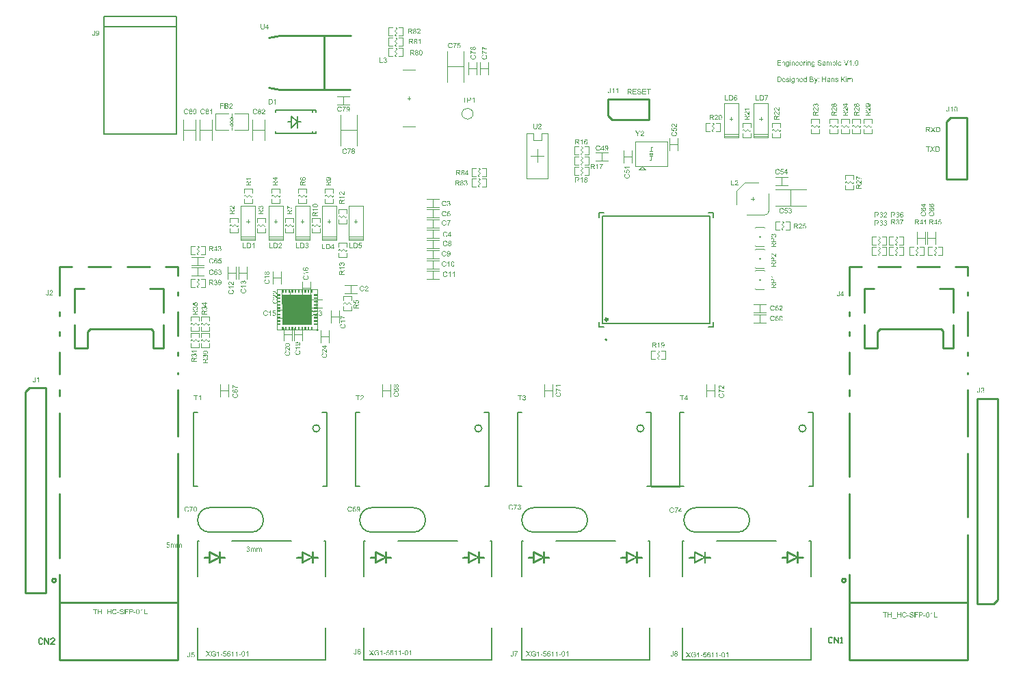
<source format=gto>
G04*
G04 #@! TF.GenerationSoftware,Altium Limited,Altium Designer,20.0.2 (26)*
G04*
G04 Layer_Color=65535*
%FSLAX25Y25*%
%MOIN*%
G70*
G01*
G75*
%ADD10C,0.00492*%
%ADD11C,0.01000*%
%ADD12C,0.00472*%
%ADD13C,0.00787*%
%ADD14C,0.00500*%
%ADD15C,0.00787*%
%ADD16C,0.01181*%
%ADD17C,0.00591*%
%ADD18C,0.00800*%
%ADD19C,0.00600*%
%ADD20C,0.00200*%
G36*
X117180Y309763D02*
Y309759D01*
Y309745D01*
Y309727D01*
Y309701D01*
X117176Y309668D01*
Y309632D01*
X117173Y309588D01*
X117169Y309544D01*
X117158Y309446D01*
X117144Y309344D01*
X117122Y309246D01*
X117107Y309199D01*
X117093Y309155D01*
Y309151D01*
X117089Y309144D01*
X117082Y309133D01*
X117075Y309119D01*
X117053Y309079D01*
X117020Y309028D01*
X116976Y308969D01*
X116925Y308911D01*
X116860Y308849D01*
X116780Y308795D01*
X116776D01*
X116769Y308787D01*
X116758Y308784D01*
X116740Y308773D01*
X116718Y308762D01*
X116689Y308751D01*
X116660Y308740D01*
X116623Y308726D01*
X116583Y308711D01*
X116540Y308700D01*
X116492Y308689D01*
X116438Y308678D01*
X116383Y308671D01*
X116325Y308664D01*
X116194Y308656D01*
X116161D01*
X116136Y308660D01*
X116106D01*
X116070Y308664D01*
X116030Y308667D01*
X115990Y308671D01*
X115899Y308685D01*
X115801Y308707D01*
X115706Y308736D01*
X115615Y308776D01*
X115611D01*
X115604Y308784D01*
X115593Y308791D01*
X115579Y308798D01*
X115539Y308827D01*
X115491Y308867D01*
X115437Y308918D01*
X115386Y308977D01*
X115335Y309049D01*
X115295Y309130D01*
Y309133D01*
X115291Y309140D01*
X115287Y309155D01*
X115280Y309173D01*
X115273Y309195D01*
X115266Y309224D01*
X115255Y309257D01*
X115247Y309297D01*
X115240Y309341D01*
X115229Y309388D01*
X115222Y309439D01*
X115215Y309493D01*
X115207Y309555D01*
X115204Y309621D01*
X115200Y309690D01*
Y309763D01*
Y311219D01*
X115535D01*
Y309763D01*
Y309759D01*
Y309748D01*
Y309730D01*
Y309708D01*
X115539Y309683D01*
Y309650D01*
X115542Y309581D01*
X115549Y309501D01*
X115560Y309421D01*
X115575Y309344D01*
X115582Y309312D01*
X115593Y309279D01*
X115597Y309272D01*
X115604Y309253D01*
X115622Y309228D01*
X115644Y309191D01*
X115670Y309155D01*
X115706Y309115D01*
X115750Y309075D01*
X115801Y309042D01*
X115808Y309038D01*
X115826Y309028D01*
X115859Y309017D01*
X115902Y309002D01*
X115954Y308984D01*
X116019Y308973D01*
X116088Y308962D01*
X116165Y308958D01*
X116201D01*
X116223Y308962D01*
X116256D01*
X116288Y308966D01*
X116368Y308980D01*
X116456Y308998D01*
X116540Y309028D01*
X116620Y309068D01*
X116656Y309093D01*
X116689Y309122D01*
X116692Y309126D01*
X116696Y309130D01*
X116703Y309140D01*
X116714Y309155D01*
X116725Y309177D01*
X116740Y309199D01*
X116754Y309231D01*
X116769Y309264D01*
X116783Y309304D01*
X116794Y309352D01*
X116809Y309406D01*
X116820Y309464D01*
X116831Y309530D01*
X116838Y309599D01*
X116845Y309679D01*
Y309763D01*
Y311219D01*
X117180D01*
Y309763D01*
D02*
G37*
G36*
X118909Y309588D02*
X119251D01*
Y309304D01*
X118909D01*
Y308700D01*
X118600D01*
Y309304D01*
X117504D01*
Y309588D01*
X118658Y311219D01*
X118909D01*
Y309588D01*
D02*
G37*
G36*
X192263Y309026D02*
X192293Y309022D01*
X192329Y309019D01*
X192369Y309012D01*
X192409Y309004D01*
X192504Y308979D01*
X192598Y308942D01*
X192646Y308921D01*
X192693Y308895D01*
X192737Y308862D01*
X192777Y308826D01*
X192780Y308822D01*
X192788Y308819D01*
X192795Y308804D01*
X192809Y308790D01*
X192828Y308771D01*
X192846Y308746D01*
X192864Y308720D01*
X192886Y308688D01*
X192922Y308618D01*
X192959Y308531D01*
X192973Y308487D01*
X192981Y308436D01*
X192988Y308385D01*
X192991Y308331D01*
Y308324D01*
Y308305D01*
X192988Y308276D01*
X192984Y308236D01*
X192977Y308193D01*
X192962Y308142D01*
X192948Y308087D01*
X192926Y308032D01*
X192922Y308025D01*
X192915Y308007D01*
X192900Y307978D01*
X192879Y307938D01*
X192850Y307894D01*
X192813Y307839D01*
X192769Y307785D01*
X192718Y307723D01*
X192711Y307716D01*
X192693Y307694D01*
X192675Y307676D01*
X192657Y307658D01*
X192635Y307636D01*
X192606Y307607D01*
X192577Y307577D01*
X192540Y307545D01*
X192504Y307508D01*
X192460Y307468D01*
X192413Y307428D01*
X192362Y307381D01*
X192304Y307334D01*
X192245Y307283D01*
X192242Y307279D01*
X192234Y307272D01*
X192220Y307261D01*
X192202Y307246D01*
X192180Y307224D01*
X192154Y307203D01*
X192096Y307155D01*
X192034Y307101D01*
X191976Y307046D01*
X191925Y306999D01*
X191903Y306980D01*
X191885Y306962D01*
X191881Y306959D01*
X191870Y306948D01*
X191856Y306933D01*
X191838Y306911D01*
X191819Y306886D01*
X191797Y306860D01*
X191754Y306799D01*
X192995D01*
Y306500D01*
X191324D01*
Y306504D01*
Y306518D01*
Y306540D01*
X191328Y306569D01*
X191332Y306602D01*
X191339Y306638D01*
X191346Y306675D01*
X191361Y306715D01*
Y306718D01*
X191364Y306722D01*
X191372Y306744D01*
X191386Y306777D01*
X191408Y306820D01*
X191437Y306871D01*
X191474Y306929D01*
X191514Y306988D01*
X191565Y307050D01*
Y307053D01*
X191572Y307057D01*
X191590Y307079D01*
X191623Y307112D01*
X191670Y307159D01*
X191725Y307213D01*
X191794Y307279D01*
X191878Y307352D01*
X191969Y307428D01*
X191972Y307432D01*
X191987Y307443D01*
X192009Y307461D01*
X192034Y307483D01*
X192067Y307512D01*
X192107Y307545D01*
X192147Y307581D01*
X192194Y307621D01*
X192285Y307709D01*
X192376Y307796D01*
X192420Y307839D01*
X192460Y307883D01*
X192496Y307923D01*
X192525Y307963D01*
Y307967D01*
X192533Y307971D01*
X192540Y307981D01*
X192547Y307996D01*
X192573Y308036D01*
X192602Y308083D01*
X192627Y308142D01*
X192653Y308204D01*
X192667Y308273D01*
X192675Y308338D01*
Y308342D01*
Y308346D01*
X192671Y308367D01*
X192667Y308404D01*
X192657Y308444D01*
X192642Y308495D01*
X192616Y308546D01*
X192584Y308597D01*
X192540Y308648D01*
X192533Y308655D01*
X192515Y308669D01*
X192489Y308688D01*
X192449Y308713D01*
X192398Y308735D01*
X192340Y308757D01*
X192271Y308771D01*
X192194Y308775D01*
X192172D01*
X192158Y308771D01*
X192114Y308768D01*
X192063Y308757D01*
X192009Y308742D01*
X191947Y308717D01*
X191888Y308684D01*
X191834Y308640D01*
X191827Y308633D01*
X191812Y308615D01*
X191790Y308586D01*
X191768Y308542D01*
X191743Y308491D01*
X191721Y308426D01*
X191707Y308353D01*
X191699Y308269D01*
X191383Y308302D01*
Y308305D01*
X191386Y308316D01*
Y308335D01*
X191390Y308360D01*
X191397Y308389D01*
X191404Y308422D01*
X191415Y308462D01*
X191426Y308502D01*
X191455Y308589D01*
X191499Y308677D01*
X191525Y308720D01*
X191557Y308764D01*
X191590Y308804D01*
X191626Y308840D01*
X191630Y308844D01*
X191637Y308848D01*
X191648Y308859D01*
X191666Y308870D01*
X191688Y308884D01*
X191714Y308899D01*
X191743Y308917D01*
X191779Y308935D01*
X191819Y308953D01*
X191863Y308972D01*
X191910Y308986D01*
X191961Y309001D01*
X192016Y309012D01*
X192074Y309022D01*
X192136Y309026D01*
X192202Y309030D01*
X192238D01*
X192263Y309026D01*
D02*
G37*
G36*
X188198Y309015D02*
X188230D01*
X188307Y309012D01*
X188387Y309001D01*
X188474Y308990D01*
X188554Y308972D01*
X188594Y308961D01*
X188627Y308950D01*
X188631D01*
X188634Y308946D01*
X188656Y308935D01*
X188689Y308921D01*
X188729Y308895D01*
X188773Y308862D01*
X188820Y308819D01*
X188864Y308768D01*
X188907Y308710D01*
Y308706D01*
X188911Y308702D01*
X188926Y308680D01*
X188940Y308644D01*
X188962Y308597D01*
X188980Y308542D01*
X188998Y308476D01*
X189009Y308407D01*
X189013Y308331D01*
Y308327D01*
Y308320D01*
Y308305D01*
X189009Y308287D01*
Y308262D01*
X189006Y308236D01*
X188991Y308174D01*
X188969Y308102D01*
X188940Y308025D01*
X188896Y307949D01*
X188867Y307912D01*
X188838Y307876D01*
X188835Y307872D01*
X188831Y307869D01*
X188820Y307858D01*
X188805Y307847D01*
X188787Y307832D01*
X188765Y307818D01*
X188736Y307800D01*
X188707Y307778D01*
X188671Y307759D01*
X188631Y307741D01*
X188587Y307719D01*
X188540Y307701D01*
X188485Y307687D01*
X188431Y307668D01*
X188369Y307658D01*
X188303Y307647D01*
X188310Y307643D01*
X188325Y307636D01*
X188347Y307621D01*
X188376Y307607D01*
X188441Y307566D01*
X188474Y307541D01*
X188503Y307519D01*
X188511Y307512D01*
X188529Y307494D01*
X188558Y307465D01*
X188594Y307428D01*
X188634Y307377D01*
X188682Y307323D01*
X188729Y307257D01*
X188780Y307184D01*
X189213Y306500D01*
X188798D01*
X188467Y307024D01*
Y307028D01*
X188460Y307035D01*
X188452Y307046D01*
X188441Y307061D01*
X188416Y307101D01*
X188383Y307152D01*
X188343Y307206D01*
X188303Y307264D01*
X188263Y307319D01*
X188227Y307370D01*
X188223Y307374D01*
X188212Y307388D01*
X188194Y307410D01*
X188168Y307435D01*
X188114Y307490D01*
X188085Y307516D01*
X188056Y307537D01*
X188052Y307541D01*
X188045Y307545D01*
X188030Y307552D01*
X188008Y307563D01*
X187986Y307574D01*
X187961Y307585D01*
X187903Y307603D01*
X187899D01*
X187892Y307607D01*
X187877D01*
X187859Y307610D01*
X187834Y307614D01*
X187804D01*
X187764Y307617D01*
X187335D01*
Y306500D01*
X187000D01*
Y309019D01*
X188168D01*
X188198Y309015D01*
D02*
G37*
G36*
X190283Y309026D02*
X190312Y309022D01*
X190345Y309019D01*
X190382Y309015D01*
X190418Y309004D01*
X190505Y308982D01*
X190593Y308950D01*
X190636Y308928D01*
X190680Y308902D01*
X190720Y308870D01*
X190760Y308837D01*
X190764Y308833D01*
X190767Y308830D01*
X190778Y308819D01*
X190793Y308804D01*
X190807Y308782D01*
X190826Y308760D01*
X190862Y308706D01*
X190898Y308637D01*
X190931Y308557D01*
X190957Y308466D01*
X190960Y308418D01*
X190964Y308367D01*
Y308364D01*
Y308360D01*
Y308338D01*
X190960Y308305D01*
X190953Y308265D01*
X190942Y308214D01*
X190924Y308163D01*
X190902Y308113D01*
X190869Y308062D01*
X190866Y308054D01*
X190851Y308040D01*
X190829Y308018D01*
X190800Y307989D01*
X190760Y307956D01*
X190713Y307923D01*
X190658Y307891D01*
X190593Y307861D01*
X190596D01*
X190604Y307858D01*
X190614Y307854D01*
X190629Y307847D01*
X190673Y307829D01*
X190724Y307803D01*
X190778Y307767D01*
X190837Y307727D01*
X190891Y307676D01*
X190942Y307617D01*
Y307614D01*
X190946Y307610D01*
X190960Y307588D01*
X190982Y307552D01*
X191004Y307505D01*
X191026Y307446D01*
X191048Y307377D01*
X191062Y307301D01*
X191066Y307217D01*
Y307213D01*
Y307203D01*
Y307184D01*
X191062Y307162D01*
X191059Y307137D01*
X191055Y307104D01*
X191048Y307068D01*
X191037Y307028D01*
X191011Y306944D01*
X190993Y306897D01*
X190968Y306853D01*
X190942Y306806D01*
X190913Y306762D01*
X190877Y306718D01*
X190837Y306675D01*
X190833Y306671D01*
X190826Y306664D01*
X190815Y306653D01*
X190796Y306642D01*
X190771Y306624D01*
X190746Y306606D01*
X190713Y306587D01*
X190676Y306565D01*
X190636Y306544D01*
X190589Y306525D01*
X190538Y306507D01*
X190487Y306489D01*
X190429Y306478D01*
X190367Y306467D01*
X190305Y306460D01*
X190236Y306456D01*
X190200D01*
X190174Y306460D01*
X190141Y306464D01*
X190105Y306467D01*
X190065Y306474D01*
X190021Y306485D01*
X189923Y306511D01*
X189872Y306529D01*
X189825Y306547D01*
X189774Y306573D01*
X189723Y306602D01*
X189675Y306635D01*
X189632Y306675D01*
X189628Y306678D01*
X189621Y306686D01*
X189610Y306697D01*
X189595Y306715D01*
X189581Y306737D01*
X189559Y306762D01*
X189541Y306791D01*
X189519Y306828D01*
X189497Y306864D01*
X189479Y306908D01*
X189442Y306999D01*
X189428Y307053D01*
X189417Y307108D01*
X189410Y307166D01*
X189406Y307224D01*
Y307228D01*
Y307235D01*
Y307250D01*
X189410Y307264D01*
Y307286D01*
X189413Y307312D01*
X189421Y307370D01*
X189435Y307435D01*
X189457Y307501D01*
X189490Y307570D01*
X189530Y307636D01*
Y307639D01*
X189537Y307643D01*
X189552Y307661D01*
X189581Y307690D01*
X189621Y307727D01*
X189672Y307763D01*
X189734Y307803D01*
X189803Y307836D01*
X189886Y307861D01*
X189883D01*
X189879Y307865D01*
X189868Y307869D01*
X189854Y307876D01*
X189821Y307891D01*
X189777Y307912D01*
X189730Y307941D01*
X189683Y307978D01*
X189639Y308018D01*
X189599Y308062D01*
X189595Y308069D01*
X189584Y308083D01*
X189570Y308113D01*
X189555Y308149D01*
X189537Y308196D01*
X189523Y308251D01*
X189512Y308313D01*
X189508Y308378D01*
Y308382D01*
Y308389D01*
Y308404D01*
X189512Y308426D01*
X189515Y308447D01*
X189519Y308476D01*
X189533Y308538D01*
X189555Y308611D01*
X189592Y308688D01*
X189613Y308728D01*
X189639Y308768D01*
X189672Y308804D01*
X189705Y308840D01*
X189708Y308844D01*
X189715Y308848D01*
X189726Y308859D01*
X189741Y308870D01*
X189759Y308884D01*
X189785Y308899D01*
X189814Y308917D01*
X189843Y308935D01*
X189879Y308953D01*
X189919Y308972D01*
X189963Y308986D01*
X190010Y309001D01*
X190112Y309022D01*
X190170Y309026D01*
X190229Y309030D01*
X190261D01*
X190283Y309026D01*
D02*
G37*
G36*
X34394Y306301D02*
Y306297D01*
Y306286D01*
Y306272D01*
Y306250D01*
X34391Y306221D01*
Y306192D01*
X34383Y306122D01*
X34376Y306042D01*
X34361Y305959D01*
X34339Y305882D01*
X34314Y305809D01*
Y305806D01*
X34310Y305802D01*
X34299Y305780D01*
X34281Y305751D01*
X34256Y305711D01*
X34219Y305671D01*
X34179Y305627D01*
X34128Y305584D01*
X34070Y305547D01*
X34063Y305544D01*
X34041Y305533D01*
X34008Y305518D01*
X33961Y305504D01*
X33903Y305485D01*
X33837Y305471D01*
X33764Y305460D01*
X33684Y305456D01*
X33652D01*
X33630Y305460D01*
X33601Y305464D01*
X33571Y305467D01*
X33495Y305482D01*
X33415Y305504D01*
X33331Y305536D01*
X33288Y305558D01*
X33248Y305584D01*
X33211Y305613D01*
X33175Y305646D01*
X33171Y305649D01*
X33167Y305653D01*
X33160Y305667D01*
X33149Y305682D01*
X33135Y305700D01*
X33120Y305726D01*
X33106Y305755D01*
X33087Y305788D01*
X33073Y305824D01*
X33058Y305868D01*
X33044Y305911D01*
X33029Y305962D01*
X33022Y306017D01*
X33011Y306079D01*
X33007Y306141D01*
Y306210D01*
X33309Y306254D01*
Y306250D01*
Y306243D01*
Y306228D01*
X33313Y306206D01*
X33317Y306184D01*
Y306159D01*
X33328Y306097D01*
X33338Y306031D01*
X33360Y305966D01*
X33382Y305908D01*
X33397Y305882D01*
X33415Y305860D01*
X33419Y305857D01*
X33433Y305846D01*
X33455Y305828D01*
X33484Y305809D01*
X33524Y305788D01*
X33568Y305773D01*
X33622Y305758D01*
X33681Y305755D01*
X33702D01*
X33724Y305758D01*
X33757Y305762D01*
X33790Y305769D01*
X33826Y305777D01*
X33863Y305791D01*
X33899Y305809D01*
X33903Y305813D01*
X33914Y305820D01*
X33928Y305835D01*
X33950Y305849D01*
X33968Y305875D01*
X33990Y305900D01*
X34008Y305929D01*
X34023Y305966D01*
Y305970D01*
X34030Y305984D01*
X34034Y306010D01*
X34041Y306042D01*
X34048Y306086D01*
X34052Y306141D01*
X34059Y306206D01*
Y306283D01*
Y308019D01*
X34394D01*
Y306301D01*
D02*
G37*
G36*
X35646Y308026D02*
X35664D01*
X35690Y308022D01*
X35752Y308012D01*
X35821Y307997D01*
X35897Y307972D01*
X35974Y307939D01*
X36050Y307895D01*
X36054D01*
X36058Y307888D01*
X36068Y307881D01*
X36083Y307870D01*
X36119Y307840D01*
X36167Y307801D01*
X36214Y307746D01*
X36269Y307680D01*
X36316Y307604D01*
X36360Y307517D01*
Y307513D01*
X36363Y307506D01*
X36371Y307491D01*
X36378Y307473D01*
X36385Y307447D01*
X36396Y307415D01*
X36403Y307378D01*
X36414Y307338D01*
X36425Y307291D01*
X36436Y307236D01*
X36443Y307178D01*
X36451Y307116D01*
X36458Y307047D01*
X36465Y306974D01*
X36469Y306894D01*
Y306810D01*
Y306807D01*
Y306789D01*
Y306763D01*
Y306730D01*
X36465Y306690D01*
Y306643D01*
X36462Y306588D01*
X36454Y306534D01*
X36443Y306410D01*
X36425Y306279D01*
X36400Y306155D01*
X36382Y306093D01*
X36363Y306039D01*
Y306035D01*
X36360Y306028D01*
X36352Y306013D01*
X36345Y305991D01*
X36334Y305970D01*
X36320Y305940D01*
X36283Y305879D01*
X36240Y305809D01*
X36189Y305737D01*
X36123Y305667D01*
X36050Y305606D01*
X36047D01*
X36039Y305598D01*
X36029Y305591D01*
X36014Y305584D01*
X35992Y305573D01*
X35970Y305558D01*
X35941Y305544D01*
X35912Y305533D01*
X35843Y305504D01*
X35759Y305478D01*
X35668Y305464D01*
X35566Y305456D01*
X35537D01*
X35519Y305460D01*
X35493D01*
X35464Y305464D01*
X35395Y305478D01*
X35319Y305496D01*
X35239Y305525D01*
X35159Y305566D01*
X35118Y305591D01*
X35082Y305620D01*
X35078Y305624D01*
X35075Y305627D01*
X35064Y305638D01*
X35053Y305649D01*
X35038Y305667D01*
X35020Y305689D01*
X34984Y305740D01*
X34947Y305806D01*
X34911Y305886D01*
X34882Y305977D01*
X34860Y306082D01*
X35159Y306108D01*
Y306104D01*
X35162Y306097D01*
Y306090D01*
X35166Y306075D01*
X35177Y306035D01*
X35191Y305991D01*
X35210Y305940D01*
X35235Y305890D01*
X35264Y305842D01*
X35300Y305802D01*
X35304Y305799D01*
X35319Y305788D01*
X35344Y305773D01*
X35373Y305758D01*
X35413Y305740D01*
X35461Y305726D01*
X35515Y305715D01*
X35574Y305711D01*
X35599D01*
X35624Y305715D01*
X35657Y305718D01*
X35697Y305726D01*
X35737Y305737D01*
X35781Y305751D01*
X35821Y305773D01*
X35825Y305777D01*
X35839Y305784D01*
X35861Y305799D01*
X35883Y305820D01*
X35912Y305846D01*
X35941Y305875D01*
X35970Y305908D01*
X35999Y305948D01*
X36003Y305951D01*
X36010Y305970D01*
X36025Y305995D01*
X36039Y306028D01*
X36058Y306071D01*
X36076Y306122D01*
X36094Y306181D01*
X36112Y306246D01*
Y306250D01*
X36116Y306254D01*
Y306264D01*
X36119Y306279D01*
X36127Y306315D01*
X36138Y306363D01*
X36145Y306421D01*
X36152Y306483D01*
X36156Y306552D01*
X36160Y306625D01*
Y306628D01*
Y306639D01*
Y306658D01*
Y306687D01*
X36156Y306679D01*
X36141Y306661D01*
X36119Y306636D01*
X36094Y306599D01*
X36058Y306563D01*
X36014Y306523D01*
X35963Y306483D01*
X35905Y306446D01*
X35897Y306443D01*
X35876Y306432D01*
X35843Y306417D01*
X35803Y306403D01*
X35748Y306384D01*
X35690Y306370D01*
X35624Y306359D01*
X35555Y306355D01*
X35526D01*
X35504Y306359D01*
X35475Y306363D01*
X35446Y306366D01*
X35410Y306374D01*
X35373Y306384D01*
X35290Y306410D01*
X35246Y306428D01*
X35202Y306450D01*
X35155Y306475D01*
X35111Y306508D01*
X35067Y306541D01*
X35028Y306581D01*
X35024Y306585D01*
X35017Y306592D01*
X35009Y306603D01*
X34995Y306621D01*
X34977Y306647D01*
X34958Y306672D01*
X34940Y306705D01*
X34922Y306741D01*
X34900Y306781D01*
X34882Y306825D01*
X34864Y306876D01*
X34846Y306927D01*
X34831Y306985D01*
X34824Y307047D01*
X34816Y307109D01*
X34813Y307178D01*
Y307182D01*
Y307196D01*
Y307214D01*
X34816Y307240D01*
X34820Y307273D01*
X34824Y307313D01*
X34831Y307353D01*
X34842Y307400D01*
X34867Y307495D01*
X34885Y307546D01*
X34907Y307600D01*
X34933Y307651D01*
X34966Y307699D01*
X34998Y307750D01*
X35038Y307793D01*
X35042Y307797D01*
X35049Y307804D01*
X35060Y307815D01*
X35078Y307830D01*
X35100Y307848D01*
X35129Y307870D01*
X35159Y307888D01*
X35195Y307913D01*
X35231Y307935D01*
X35275Y307953D01*
X35373Y307993D01*
X35424Y308008D01*
X35482Y308019D01*
X35541Y308026D01*
X35603Y308030D01*
X35628D01*
X35646Y308026D01*
D02*
G37*
G36*
X193033Y301500D02*
X192723D01*
Y303469D01*
X192720Y303466D01*
X192702Y303451D01*
X192680Y303429D01*
X192643Y303404D01*
X192603Y303371D01*
X192552Y303335D01*
X192494Y303294D01*
X192429Y303255D01*
X192425D01*
X192421Y303251D01*
X192399Y303236D01*
X192363Y303218D01*
X192319Y303196D01*
X192268Y303171D01*
X192214Y303145D01*
X192159Y303120D01*
X192105Y303098D01*
Y303396D01*
X192108D01*
X192115Y303404D01*
X192130Y303407D01*
X192148Y303418D01*
X192170Y303429D01*
X192196Y303444D01*
X192257Y303480D01*
X192330Y303520D01*
X192403Y303571D01*
X192480Y303629D01*
X192556Y303691D01*
X192560Y303695D01*
X192563Y303699D01*
X192574Y303710D01*
X192589Y303720D01*
X192622Y303757D01*
X192665Y303801D01*
X192709Y303851D01*
X192756Y303910D01*
X192796Y303968D01*
X192833Y304030D01*
X193033D01*
Y301500D01*
D02*
G37*
G36*
X188698Y304015D02*
X188730D01*
X188807Y304012D01*
X188887Y304001D01*
X188974Y303990D01*
X189054Y303972D01*
X189094Y303961D01*
X189127Y303950D01*
X189131D01*
X189134Y303946D01*
X189156Y303935D01*
X189189Y303921D01*
X189229Y303895D01*
X189273Y303862D01*
X189320Y303819D01*
X189364Y303768D01*
X189407Y303710D01*
Y303706D01*
X189411Y303702D01*
X189426Y303680D01*
X189440Y303644D01*
X189462Y303597D01*
X189480Y303542D01*
X189498Y303477D01*
X189509Y303407D01*
X189513Y303331D01*
Y303327D01*
Y303320D01*
Y303305D01*
X189509Y303287D01*
Y303262D01*
X189506Y303236D01*
X189491Y303174D01*
X189469Y303102D01*
X189440Y303025D01*
X189396Y302949D01*
X189367Y302912D01*
X189338Y302876D01*
X189335Y302872D01*
X189331Y302869D01*
X189320Y302858D01*
X189305Y302847D01*
X189287Y302832D01*
X189265Y302818D01*
X189236Y302800D01*
X189207Y302778D01*
X189171Y302759D01*
X189131Y302741D01*
X189087Y302719D01*
X189040Y302701D01*
X188985Y302687D01*
X188930Y302668D01*
X188869Y302658D01*
X188803Y302647D01*
X188810Y302643D01*
X188825Y302636D01*
X188847Y302621D01*
X188876Y302607D01*
X188941Y302567D01*
X188974Y302541D01*
X189003Y302519D01*
X189011Y302512D01*
X189029Y302494D01*
X189058Y302465D01*
X189094Y302428D01*
X189134Y302377D01*
X189182Y302323D01*
X189229Y302257D01*
X189280Y302184D01*
X189713Y301500D01*
X189298D01*
X188967Y302024D01*
Y302028D01*
X188960Y302035D01*
X188952Y302046D01*
X188941Y302061D01*
X188916Y302101D01*
X188883Y302152D01*
X188843Y302206D01*
X188803Y302264D01*
X188763Y302319D01*
X188727Y302370D01*
X188723Y302374D01*
X188712Y302388D01*
X188694Y302410D01*
X188668Y302435D01*
X188614Y302490D01*
X188585Y302516D01*
X188556Y302537D01*
X188552Y302541D01*
X188545Y302545D01*
X188530Y302552D01*
X188508Y302563D01*
X188486Y302574D01*
X188461Y302585D01*
X188403Y302603D01*
X188399D01*
X188392Y302607D01*
X188377D01*
X188359Y302610D01*
X188334Y302614D01*
X188304D01*
X188264Y302618D01*
X187835D01*
Y301500D01*
X187500D01*
Y304019D01*
X188668D01*
X188698Y304015D01*
D02*
G37*
G36*
X190783Y304026D02*
X190812Y304023D01*
X190845Y304019D01*
X190882Y304015D01*
X190918Y304004D01*
X191005Y303982D01*
X191093Y303950D01*
X191136Y303928D01*
X191180Y303902D01*
X191220Y303870D01*
X191260Y303837D01*
X191264Y303833D01*
X191267Y303830D01*
X191278Y303819D01*
X191293Y303804D01*
X191307Y303782D01*
X191326Y303760D01*
X191362Y303706D01*
X191398Y303637D01*
X191431Y303557D01*
X191457Y303466D01*
X191460Y303418D01*
X191464Y303367D01*
Y303364D01*
Y303360D01*
Y303338D01*
X191460Y303305D01*
X191453Y303265D01*
X191442Y303214D01*
X191424Y303164D01*
X191402Y303113D01*
X191369Y303062D01*
X191366Y303054D01*
X191351Y303040D01*
X191329Y303018D01*
X191300Y302989D01*
X191260Y302956D01*
X191213Y302923D01*
X191158Y302890D01*
X191093Y302861D01*
X191096D01*
X191104Y302858D01*
X191114Y302854D01*
X191129Y302847D01*
X191173Y302829D01*
X191224Y302803D01*
X191278Y302767D01*
X191337Y302727D01*
X191391Y302676D01*
X191442Y302618D01*
Y302614D01*
X191446Y302610D01*
X191460Y302588D01*
X191482Y302552D01*
X191504Y302505D01*
X191526Y302446D01*
X191548Y302377D01*
X191562Y302301D01*
X191566Y302217D01*
Y302213D01*
Y302203D01*
Y302184D01*
X191562Y302163D01*
X191559Y302137D01*
X191555Y302104D01*
X191548Y302068D01*
X191537Y302028D01*
X191511Y301944D01*
X191493Y301897D01*
X191468Y301853D01*
X191442Y301806D01*
X191413Y301762D01*
X191377Y301718D01*
X191337Y301675D01*
X191333Y301671D01*
X191326Y301664D01*
X191315Y301653D01*
X191297Y301642D01*
X191271Y301624D01*
X191246Y301606D01*
X191213Y301587D01*
X191176Y301566D01*
X191136Y301544D01*
X191089Y301525D01*
X191038Y301507D01*
X190987Y301489D01*
X190929Y301478D01*
X190867Y301467D01*
X190805Y301460D01*
X190736Y301456D01*
X190700D01*
X190674Y301460D01*
X190641Y301464D01*
X190605Y301467D01*
X190565Y301474D01*
X190521Y301485D01*
X190423Y301511D01*
X190372Y301529D01*
X190325Y301547D01*
X190274Y301573D01*
X190223Y301602D01*
X190175Y301635D01*
X190132Y301675D01*
X190128Y301678D01*
X190121Y301686D01*
X190110Y301697D01*
X190095Y301715D01*
X190081Y301737D01*
X190059Y301762D01*
X190041Y301791D01*
X190019Y301828D01*
X189997Y301864D01*
X189979Y301908D01*
X189942Y301999D01*
X189928Y302053D01*
X189917Y302108D01*
X189910Y302166D01*
X189906Y302224D01*
Y302228D01*
Y302235D01*
Y302250D01*
X189910Y302264D01*
Y302286D01*
X189913Y302312D01*
X189921Y302370D01*
X189935Y302435D01*
X189957Y302501D01*
X189990Y302570D01*
X190030Y302636D01*
Y302639D01*
X190037Y302643D01*
X190052Y302661D01*
X190081Y302690D01*
X190121Y302727D01*
X190172Y302763D01*
X190234Y302803D01*
X190303Y302836D01*
X190386Y302861D01*
X190383D01*
X190379Y302865D01*
X190368Y302869D01*
X190354Y302876D01*
X190321Y302890D01*
X190277Y302912D01*
X190230Y302941D01*
X190183Y302978D01*
X190139Y303018D01*
X190099Y303062D01*
X190095Y303069D01*
X190084Y303083D01*
X190070Y303113D01*
X190055Y303149D01*
X190037Y303196D01*
X190023Y303251D01*
X190012Y303313D01*
X190008Y303378D01*
Y303382D01*
Y303389D01*
Y303404D01*
X190012Y303426D01*
X190015Y303447D01*
X190019Y303477D01*
X190033Y303538D01*
X190055Y303611D01*
X190092Y303688D01*
X190113Y303728D01*
X190139Y303768D01*
X190172Y303804D01*
X190205Y303840D01*
X190208Y303844D01*
X190215Y303848D01*
X190226Y303859D01*
X190241Y303870D01*
X190259Y303884D01*
X190285Y303899D01*
X190314Y303917D01*
X190343Y303935D01*
X190379Y303953D01*
X190419Y303972D01*
X190463Y303986D01*
X190510Y304001D01*
X190612Y304023D01*
X190670Y304026D01*
X190729Y304030D01*
X190761D01*
X190783Y304026D01*
D02*
G37*
G36*
X207749Y302059D02*
X207781Y302055D01*
X207821Y302052D01*
X207861Y302048D01*
X207909Y302037D01*
X208007Y302015D01*
X208116Y301982D01*
X208171Y301961D01*
X208222Y301935D01*
X208273Y301902D01*
X208324Y301870D01*
X208327Y301866D01*
X208335Y301862D01*
X208349Y301851D01*
X208367Y301833D01*
X208385Y301815D01*
X208411Y301790D01*
X208436Y301760D01*
X208466Y301731D01*
X208495Y301695D01*
X208524Y301651D01*
X208557Y301608D01*
X208586Y301560D01*
X208611Y301506D01*
X208640Y301451D01*
X208662Y301393D01*
X208684Y301327D01*
X208356Y301251D01*
Y301255D01*
X208353Y301262D01*
X208346Y301276D01*
X208338Y301294D01*
X208331Y301316D01*
X208320Y301345D01*
X208291Y301404D01*
X208255Y301469D01*
X208211Y301535D01*
X208156Y301597D01*
X208098Y301651D01*
X208091Y301659D01*
X208069Y301673D01*
X208032Y301691D01*
X207985Y301717D01*
X207923Y301739D01*
X207854Y301760D01*
X207770Y301775D01*
X207679Y301779D01*
X207650D01*
X207632Y301775D01*
X207607D01*
X207577Y301771D01*
X207508Y301760D01*
X207432Y301746D01*
X207352Y301720D01*
X207268Y301684D01*
X207192Y301637D01*
X207188D01*
X207184Y301629D01*
X207159Y301611D01*
X207126Y301582D01*
X207086Y301538D01*
X207039Y301484D01*
X206995Y301422D01*
X206955Y301345D01*
X206919Y301262D01*
Y301258D01*
X206915Y301251D01*
X206911Y301240D01*
X206908Y301222D01*
X206900Y301200D01*
X206893Y301174D01*
X206882Y301113D01*
X206868Y301040D01*
X206853Y300960D01*
X206846Y300872D01*
X206842Y300778D01*
Y300774D01*
Y300763D01*
Y300745D01*
Y300723D01*
X206846Y300698D01*
Y300665D01*
X206849Y300628D01*
X206853Y300588D01*
X206864Y300501D01*
X206882Y300406D01*
X206904Y300312D01*
X206933Y300217D01*
Y300213D01*
X206937Y300206D01*
X206944Y300195D01*
X206951Y300177D01*
X206973Y300133D01*
X207006Y300082D01*
X207046Y300024D01*
X207097Y299962D01*
X207155Y299908D01*
X207224Y299857D01*
X207228D01*
X207235Y299853D01*
X207246Y299846D01*
X207261Y299838D01*
X207279Y299831D01*
X207301Y299820D01*
X207352Y299798D01*
X207417Y299777D01*
X207490Y299758D01*
X207570Y299744D01*
X207654Y299740D01*
X207679D01*
X207701Y299744D01*
X207727D01*
X207752Y299747D01*
X207818Y299762D01*
X207894Y299780D01*
X207971Y299809D01*
X208051Y299849D01*
X208091Y299871D01*
X208127Y299900D01*
X208131Y299904D01*
X208134Y299908D01*
X208145Y299919D01*
X208160Y299929D01*
X208174Y299948D01*
X208193Y299970D01*
X208214Y299991D01*
X208233Y300021D01*
X208255Y300053D01*
X208280Y300090D01*
X208302Y300126D01*
X208324Y300170D01*
X208342Y300217D01*
X208360Y300268D01*
X208378Y300323D01*
X208393Y300381D01*
X208728Y300297D01*
Y300293D01*
X208724Y300279D01*
X208717Y300257D01*
X208706Y300228D01*
X208695Y300195D01*
X208680Y300155D01*
X208662Y300112D01*
X208640Y300064D01*
X208589Y299962D01*
X208524Y299860D01*
X208484Y299809D01*
X208444Y299758D01*
X208400Y299715D01*
X208349Y299671D01*
X208346Y299667D01*
X208338Y299660D01*
X208320Y299653D01*
X208302Y299638D01*
X208273Y299620D01*
X208244Y299602D01*
X208204Y299584D01*
X208163Y299566D01*
X208116Y299544D01*
X208065Y299525D01*
X208011Y299507D01*
X207952Y299489D01*
X207891Y299475D01*
X207825Y299467D01*
X207756Y299460D01*
X207683Y299456D01*
X207643D01*
X207614Y299460D01*
X207581D01*
X207541Y299464D01*
X207497Y299471D01*
X207446Y299478D01*
X207341Y299496D01*
X207232Y299525D01*
X207122Y299566D01*
X207071Y299591D01*
X207020Y299620D01*
X207017Y299624D01*
X207010Y299627D01*
X206995Y299638D01*
X206980Y299653D01*
X206959Y299667D01*
X206933Y299689D01*
X206904Y299715D01*
X206875Y299744D01*
X206846Y299777D01*
X206813Y299809D01*
X206748Y299893D01*
X206686Y299991D01*
X206631Y300101D01*
Y300104D01*
X206624Y300115D01*
X206620Y300133D01*
X206609Y300155D01*
X206602Y300184D01*
X206591Y300221D01*
X206576Y300261D01*
X206565Y300304D01*
X206555Y300352D01*
X206540Y300406D01*
X206522Y300519D01*
X206507Y300647D01*
X206500Y300778D01*
Y300781D01*
Y300796D01*
Y300818D01*
X206504Y300843D01*
Y300880D01*
X206507Y300916D01*
X206511Y300963D01*
X206518Y301011D01*
X206536Y301116D01*
X206562Y301233D01*
X206598Y301349D01*
X206649Y301462D01*
X206653Y301466D01*
X206657Y301477D01*
X206664Y301491D01*
X206678Y301509D01*
X206693Y301535D01*
X206711Y301564D01*
X206758Y301629D01*
X206820Y301702D01*
X206893Y301775D01*
X206977Y301848D01*
X207075Y301910D01*
X207079Y301913D01*
X207090Y301917D01*
X207104Y301924D01*
X207122Y301935D01*
X207152Y301946D01*
X207181Y301957D01*
X207217Y301972D01*
X207257Y301986D01*
X207301Y302001D01*
X207348Y302015D01*
X207450Y302037D01*
X207566Y302055D01*
X207687Y302063D01*
X207723D01*
X207749Y302059D01*
D02*
G37*
G36*
X212521Y301691D02*
X211512D01*
X211378Y301011D01*
X211381Y301014D01*
X211388Y301018D01*
X211399Y301025D01*
X211418Y301036D01*
X211439Y301047D01*
X211465Y301062D01*
X211523Y301091D01*
X211596Y301120D01*
X211676Y301145D01*
X211763Y301164D01*
X211807Y301171D01*
X211887D01*
X211909Y301167D01*
X211938Y301164D01*
X211971Y301160D01*
X212007Y301153D01*
X212047Y301142D01*
X212135Y301116D01*
X212182Y301098D01*
X212229Y301073D01*
X212277Y301047D01*
X212324Y301018D01*
X212368Y300981D01*
X212411Y300941D01*
X212415Y300938D01*
X212422Y300931D01*
X212433Y300920D01*
X212448Y300901D01*
X212466Y300876D01*
X212484Y300850D01*
X212506Y300818D01*
X212528Y300781D01*
X212546Y300741D01*
X212568Y300698D01*
X212586Y300647D01*
X212604Y300596D01*
X212619Y300541D01*
X212630Y300479D01*
X212637Y300417D01*
X212641Y300352D01*
Y300348D01*
Y300337D01*
Y300319D01*
X212637Y300293D01*
X212633Y300264D01*
X212630Y300232D01*
X212622Y300192D01*
X212615Y300152D01*
X212593Y300057D01*
X212557Y299959D01*
X212535Y299908D01*
X212506Y299860D01*
X212477Y299809D01*
X212440Y299762D01*
X212437Y299758D01*
X212430Y299747D01*
X212415Y299733D01*
X212397Y299715D01*
X212371Y299693D01*
X212342Y299664D01*
X212306Y299638D01*
X212266Y299609D01*
X212222Y299580D01*
X212171Y299555D01*
X212117Y299529D01*
X212058Y299504D01*
X211996Y299485D01*
X211927Y299471D01*
X211854Y299460D01*
X211778Y299456D01*
X211745D01*
X211720Y299460D01*
X211691Y299464D01*
X211658Y299467D01*
X211618Y299471D01*
X211578Y299482D01*
X211487Y299504D01*
X211396Y299536D01*
X211349Y299558D01*
X211301Y299584D01*
X211258Y299613D01*
X211214Y299646D01*
X211210Y299649D01*
X211203Y299653D01*
X211196Y299667D01*
X211181Y299682D01*
X211163Y299700D01*
X211145Y299722D01*
X211123Y299751D01*
X211105Y299784D01*
X211083Y299817D01*
X211061Y299857D01*
X211021Y299944D01*
X210988Y300046D01*
X210977Y300101D01*
X210970Y300159D01*
X211294Y300184D01*
Y300181D01*
Y300173D01*
X211297Y300163D01*
X211301Y300144D01*
X211312Y300104D01*
X211327Y300050D01*
X211349Y299995D01*
X211378Y299933D01*
X211414Y299879D01*
X211458Y299828D01*
X211465Y299824D01*
X211479Y299809D01*
X211509Y299791D01*
X211549Y299769D01*
X211592Y299747D01*
X211647Y299729D01*
X211709Y299715D01*
X211778Y299711D01*
X211800D01*
X211814Y299715D01*
X211858Y299718D01*
X211909Y299733D01*
X211971Y299751D01*
X212033Y299780D01*
X212098Y299824D01*
X212127Y299849D01*
X212157Y299879D01*
X212160Y299882D01*
X212164Y299886D01*
X212171Y299897D01*
X212182Y299908D01*
X212208Y299948D01*
X212237Y299999D01*
X212262Y300061D01*
X212288Y300137D01*
X212306Y300228D01*
X212313Y300275D01*
Y300326D01*
Y300330D01*
Y300337D01*
Y300352D01*
X212309Y300370D01*
Y300392D01*
X212306Y300417D01*
X212295Y300476D01*
X212277Y300545D01*
X212251Y300614D01*
X212215Y300679D01*
X212164Y300741D01*
Y300745D01*
X212157Y300748D01*
X212138Y300767D01*
X212106Y300792D01*
X212062Y300821D01*
X212004Y300847D01*
X211938Y300872D01*
X211862Y300890D01*
X211818Y300898D01*
X211749D01*
X211720Y300894D01*
X211683Y300890D01*
X211640Y300880D01*
X211596Y300869D01*
X211549Y300850D01*
X211501Y300829D01*
X211498Y300825D01*
X211483Y300818D01*
X211461Y300799D01*
X211432Y300781D01*
X211403Y300756D01*
X211374Y300723D01*
X211341Y300690D01*
X211316Y300650D01*
X211024Y300690D01*
X211268Y301986D01*
X212521D01*
Y301691D01*
D02*
G37*
G36*
X210664Y301742D02*
X210661Y301739D01*
X210653Y301731D01*
X210639Y301717D01*
X210624Y301695D01*
X210602Y301669D01*
X210573Y301640D01*
X210544Y301604D01*
X210511Y301560D01*
X210478Y301517D01*
X210438Y301466D01*
X210398Y301407D01*
X210358Y301349D01*
X210315Y301284D01*
X210271Y301214D01*
X210227Y301138D01*
X210184Y301062D01*
X210180Y301058D01*
X210173Y301043D01*
X210162Y301022D01*
X210144Y300989D01*
X210125Y300949D01*
X210104Y300905D01*
X210078Y300854D01*
X210053Y300796D01*
X210023Y300730D01*
X209991Y300665D01*
X209962Y300592D01*
X209932Y300516D01*
X209874Y300359D01*
X209820Y300192D01*
Y300188D01*
X209816Y300177D01*
X209812Y300159D01*
X209805Y300137D01*
X209798Y300108D01*
X209791Y300072D01*
X209780Y300031D01*
X209772Y299988D01*
X209761Y299937D01*
X209751Y299882D01*
X209732Y299766D01*
X209714Y299638D01*
X209703Y299500D01*
X209386D01*
Y299504D01*
Y299515D01*
Y299529D01*
X209390Y299551D01*
Y299580D01*
X209394Y299617D01*
X209397Y299657D01*
X209401Y299700D01*
X209408Y299751D01*
X209416Y299802D01*
X209427Y299864D01*
X209437Y299926D01*
X209448Y299991D01*
X209463Y300064D01*
X209499Y300213D01*
Y300217D01*
X209503Y300232D01*
X209510Y300254D01*
X209521Y300286D01*
X209532Y300323D01*
X209547Y300366D01*
X209561Y300417D01*
X209583Y300472D01*
X209605Y300534D01*
X209627Y300596D01*
X209681Y300734D01*
X209747Y300880D01*
X209820Y301025D01*
X209823Y301029D01*
X209831Y301043D01*
X209841Y301062D01*
X209856Y301091D01*
X209874Y301123D01*
X209900Y301164D01*
X209925Y301207D01*
X209954Y301255D01*
X210023Y301360D01*
X210096Y301469D01*
X210180Y301582D01*
X210267Y301688D01*
X209033D01*
Y301986D01*
X210664D01*
Y301742D01*
D02*
G37*
G36*
X223261Y300119D02*
X223269Y300112D01*
X223283Y300097D01*
X223305Y300082D01*
X223331Y300061D01*
X223360Y300031D01*
X223396Y300002D01*
X223440Y299970D01*
X223483Y299937D01*
X223534Y299897D01*
X223593Y299857D01*
X223651Y299817D01*
X223716Y299773D01*
X223786Y299729D01*
X223862Y299686D01*
X223938Y299642D01*
X223942Y299638D01*
X223957Y299631D01*
X223978Y299620D01*
X224011Y299602D01*
X224051Y299584D01*
X224095Y299562D01*
X224146Y299536D01*
X224204Y299511D01*
X224270Y299482D01*
X224335Y299449D01*
X224408Y299420D01*
X224484Y299391D01*
X224641Y299333D01*
X224808Y299278D01*
X224812D01*
X224823Y299274D01*
X224841Y299271D01*
X224863Y299263D01*
X224892Y299256D01*
X224928Y299249D01*
X224969Y299238D01*
X225012Y299231D01*
X225063Y299220D01*
X225118Y299209D01*
X225234Y299191D01*
X225362Y299172D01*
X225500Y299162D01*
Y298845D01*
X225496D01*
X225485D01*
X225471D01*
X225449Y298849D01*
X225420D01*
X225383Y298852D01*
X225343Y298856D01*
X225300Y298859D01*
X225249Y298867D01*
X225198Y298874D01*
X225136Y298885D01*
X225074Y298896D01*
X225009Y298907D01*
X224936Y298921D01*
X224787Y298958D01*
X224783D01*
X224768Y298961D01*
X224746Y298969D01*
X224714Y298979D01*
X224677Y298990D01*
X224634Y299005D01*
X224583Y299020D01*
X224528Y299041D01*
X224466Y299063D01*
X224404Y299085D01*
X224266Y299140D01*
X224120Y299205D01*
X223975Y299278D01*
X223971Y299282D01*
X223957Y299289D01*
X223938Y299300D01*
X223909Y299314D01*
X223877Y299333D01*
X223836Y299358D01*
X223793Y299384D01*
X223745Y299413D01*
X223640Y299482D01*
X223531Y299555D01*
X223418Y299638D01*
X223312Y299726D01*
Y298492D01*
X223014D01*
Y300122D01*
X223258D01*
X223261Y300119D01*
D02*
G37*
G36*
X219247D02*
X219268D01*
X219327Y300108D01*
X219396Y300097D01*
X219469Y300079D01*
X219549Y300053D01*
X219625Y300017D01*
X219629D01*
X219632Y300013D01*
X219643Y300006D01*
X219658Y299999D01*
X219694Y299977D01*
X219742Y299944D01*
X219793Y299904D01*
X219844Y299857D01*
X219894Y299798D01*
X219938Y299737D01*
Y299733D01*
X219942Y299729D01*
X219949Y299718D01*
X219953Y299704D01*
X219971Y299668D01*
X219989Y299620D01*
X220011Y299558D01*
X220025Y299489D01*
X220040Y299413D01*
X220044Y299329D01*
Y299311D01*
X220040Y299293D01*
Y299263D01*
X220036Y299231D01*
X220029Y299194D01*
X220018Y299151D01*
X220007Y299107D01*
X219993Y299056D01*
X219974Y299005D01*
X219953Y298954D01*
X219924Y298899D01*
X219891Y298849D01*
X219854Y298797D01*
X219811Y298747D01*
X219760Y298699D01*
X219756Y298696D01*
X219745Y298688D01*
X219731Y298677D01*
X219705Y298663D01*
X219672Y298641D01*
X219636Y298623D01*
X219589Y298601D01*
X219538Y298579D01*
X219476Y298554D01*
X219407Y298532D01*
X219330Y298514D01*
X219247Y298495D01*
X219152Y298477D01*
X219050Y298466D01*
X218941Y298459D01*
X218824Y298455D01*
X218821D01*
X218817D01*
X218806D01*
X218792D01*
X218755Y298459D01*
X218704D01*
X218646Y298463D01*
X218577Y298470D01*
X218500Y298477D01*
X218417Y298488D01*
X218333Y298503D01*
X218242Y298521D01*
X218155Y298543D01*
X218067Y298568D01*
X217983Y298601D01*
X217903Y298637D01*
X217827Y298677D01*
X217761Y298725D01*
X217758Y298728D01*
X217751Y298736D01*
X217736Y298750D01*
X217714Y298768D01*
X217692Y298790D01*
X217670Y298819D01*
X217641Y298856D01*
X217616Y298892D01*
X217590Y298936D01*
X217561Y298983D01*
X217539Y299038D01*
X217514Y299092D01*
X217496Y299154D01*
X217481Y299220D01*
X217474Y299289D01*
X217470Y299362D01*
Y299391D01*
X217474Y299413D01*
Y299438D01*
X217477Y299467D01*
X217492Y299536D01*
X217510Y299613D01*
X217539Y299693D01*
X217583Y299773D01*
X217608Y299813D01*
X217638Y299850D01*
X217641Y299853D01*
X217645Y299857D01*
X217656Y299868D01*
X217667Y299879D01*
X217685Y299897D01*
X217707Y299911D01*
X217758Y299951D01*
X217823Y299991D01*
X217903Y300028D01*
X217994Y300061D01*
X218096Y300082D01*
X218122Y299773D01*
X218118D01*
X218114Y299769D01*
X218093Y299766D01*
X218060Y299755D01*
X218020Y299740D01*
X217976Y299726D01*
X217933Y299704D01*
X217892Y299678D01*
X217860Y299653D01*
X217852Y299646D01*
X217838Y299631D01*
X217816Y299606D01*
X217791Y299569D01*
X217769Y299522D01*
X217747Y299471D01*
X217732Y299409D01*
X217725Y299343D01*
Y299318D01*
X217729Y299289D01*
X217736Y299256D01*
X217747Y299213D01*
X217761Y299169D01*
X217780Y299125D01*
X217809Y299081D01*
X217812Y299074D01*
X217827Y299056D01*
X217852Y299030D01*
X217889Y298998D01*
X217933Y298961D01*
X217983Y298921D01*
X218049Y298885D01*
X218122Y298849D01*
X218125D01*
X218133Y298845D01*
X218144Y298841D01*
X218158Y298834D01*
X218180Y298830D01*
X218205Y298823D01*
X218235Y298816D01*
X218271Y298808D01*
X218311Y298797D01*
X218355Y298790D01*
X218402Y298783D01*
X218453Y298779D01*
X218511Y298772D01*
X218569Y298768D01*
X218635Y298765D01*
X218701D01*
X218697Y298768D01*
X218675Y298783D01*
X218646Y298808D01*
X218609Y298841D01*
X218566Y298878D01*
X218526Y298925D01*
X218486Y298976D01*
X218449Y299034D01*
Y299038D01*
X218446Y299041D01*
X218435Y299063D01*
X218424Y299096D01*
X218406Y299140D01*
X218391Y299191D01*
X218380Y299249D01*
X218369Y299311D01*
X218366Y299376D01*
Y299405D01*
X218369Y299427D01*
X218373Y299456D01*
X218377Y299485D01*
X218384Y299522D01*
X218395Y299558D01*
X218420Y299642D01*
X218438Y299686D01*
X218464Y299729D01*
X218489Y299773D01*
X218518Y299820D01*
X218555Y299864D01*
X218595Y299904D01*
X218599Y299908D01*
X218606Y299915D01*
X218617Y299926D01*
X218635Y299937D01*
X218660Y299955D01*
X218686Y299973D01*
X218719Y299991D01*
X218755Y300013D01*
X218795Y300035D01*
X218839Y300053D01*
X218890Y300072D01*
X218941Y300090D01*
X218995Y300101D01*
X219057Y300112D01*
X219119Y300119D01*
X219185Y300122D01*
X219188D01*
X219196D01*
X219207D01*
X219225D01*
X219247Y300119D01*
D02*
G37*
G36*
X223261Y298161D02*
X223269Y298153D01*
X223283Y298139D01*
X223305Y298124D01*
X223331Y298102D01*
X223360Y298073D01*
X223396Y298044D01*
X223440Y298011D01*
X223483Y297978D01*
X223534Y297938D01*
X223593Y297898D01*
X223651Y297858D01*
X223716Y297815D01*
X223786Y297771D01*
X223862Y297727D01*
X223938Y297684D01*
X223942Y297680D01*
X223957Y297673D01*
X223978Y297662D01*
X224011Y297644D01*
X224051Y297625D01*
X224095Y297604D01*
X224146Y297578D01*
X224204Y297553D01*
X224270Y297523D01*
X224335Y297491D01*
X224408Y297462D01*
X224484Y297432D01*
X224641Y297374D01*
X224808Y297320D01*
X224812D01*
X224823Y297316D01*
X224841Y297312D01*
X224863Y297305D01*
X224892Y297298D01*
X224928Y297291D01*
X224969Y297280D01*
X225012Y297272D01*
X225063Y297261D01*
X225118Y297251D01*
X225234Y297232D01*
X225362Y297214D01*
X225500Y297203D01*
Y296886D01*
X225496D01*
X225485D01*
X225471D01*
X225449Y296890D01*
X225420D01*
X225383Y296894D01*
X225343Y296897D01*
X225300Y296901D01*
X225249Y296908D01*
X225198Y296916D01*
X225136Y296927D01*
X225074Y296937D01*
X225009Y296948D01*
X224936Y296963D01*
X224787Y296999D01*
X224783D01*
X224768Y297003D01*
X224746Y297010D01*
X224714Y297021D01*
X224677Y297032D01*
X224634Y297047D01*
X224583Y297061D01*
X224528Y297083D01*
X224466Y297105D01*
X224404Y297127D01*
X224266Y297181D01*
X224120Y297247D01*
X223975Y297320D01*
X223971Y297323D01*
X223957Y297331D01*
X223938Y297341D01*
X223909Y297356D01*
X223877Y297374D01*
X223836Y297400D01*
X223793Y297425D01*
X223745Y297454D01*
X223640Y297523D01*
X223531Y297596D01*
X223418Y297680D01*
X223312Y297767D01*
Y296533D01*
X223014D01*
Y298164D01*
X223258D01*
X223261Y298161D01*
D02*
G37*
G36*
X217761D02*
X217769Y298153D01*
X217783Y298139D01*
X217805Y298124D01*
X217831Y298102D01*
X217860Y298073D01*
X217896Y298044D01*
X217940Y298011D01*
X217983Y297978D01*
X218034Y297938D01*
X218093Y297898D01*
X218151Y297858D01*
X218216Y297815D01*
X218286Y297771D01*
X218362Y297727D01*
X218438Y297684D01*
X218442Y297680D01*
X218457Y297673D01*
X218478Y297662D01*
X218511Y297644D01*
X218551Y297625D01*
X218595Y297604D01*
X218646Y297578D01*
X218704Y297553D01*
X218770Y297523D01*
X218835Y297491D01*
X218908Y297462D01*
X218984Y297432D01*
X219141Y297374D01*
X219308Y297320D01*
X219312D01*
X219323Y297316D01*
X219341Y297312D01*
X219363Y297305D01*
X219392Y297298D01*
X219428Y297291D01*
X219469Y297280D01*
X219512Y297272D01*
X219563Y297261D01*
X219618Y297251D01*
X219734Y297232D01*
X219862Y297214D01*
X220000Y297203D01*
Y296886D01*
X219996D01*
X219985D01*
X219971D01*
X219949Y296890D01*
X219920D01*
X219883Y296894D01*
X219844Y296897D01*
X219800Y296901D01*
X219749Y296908D01*
X219698Y296916D01*
X219636Y296927D01*
X219574Y296937D01*
X219509Y296948D01*
X219436Y296963D01*
X219287Y296999D01*
X219283D01*
X219268Y297003D01*
X219247Y297010D01*
X219214Y297021D01*
X219177Y297032D01*
X219134Y297047D01*
X219083Y297061D01*
X219028Y297083D01*
X218966Y297105D01*
X218904Y297127D01*
X218766Y297181D01*
X218620Y297247D01*
X218475Y297320D01*
X218471Y297323D01*
X218457Y297331D01*
X218438Y297341D01*
X218409Y297356D01*
X218377Y297374D01*
X218337Y297400D01*
X218293Y297425D01*
X218246Y297454D01*
X218140Y297523D01*
X218031Y297596D01*
X217918Y297680D01*
X217812Y297767D01*
Y296533D01*
X217514D01*
Y298164D01*
X217758D01*
X217761Y298161D01*
D02*
G37*
G36*
X189198Y298515D02*
X189230D01*
X189307Y298512D01*
X189387Y298501D01*
X189474Y298490D01*
X189554Y298472D01*
X189594Y298461D01*
X189627Y298450D01*
X189631D01*
X189634Y298446D01*
X189656Y298435D01*
X189689Y298421D01*
X189729Y298395D01*
X189773Y298362D01*
X189820Y298319D01*
X189864Y298268D01*
X189907Y298210D01*
Y298206D01*
X189911Y298202D01*
X189926Y298180D01*
X189940Y298144D01*
X189962Y298097D01*
X189980Y298042D01*
X189998Y297976D01*
X190009Y297907D01*
X190013Y297831D01*
Y297827D01*
Y297820D01*
Y297805D01*
X190009Y297787D01*
Y297762D01*
X190006Y297736D01*
X189991Y297674D01*
X189969Y297602D01*
X189940Y297525D01*
X189896Y297449D01*
X189867Y297412D01*
X189838Y297376D01*
X189835Y297372D01*
X189831Y297369D01*
X189820Y297358D01*
X189805Y297347D01*
X189787Y297332D01*
X189765Y297318D01*
X189736Y297300D01*
X189707Y297278D01*
X189671Y297259D01*
X189631Y297241D01*
X189587Y297219D01*
X189540Y297201D01*
X189485Y297187D01*
X189430Y297168D01*
X189369Y297158D01*
X189303Y297147D01*
X189310Y297143D01*
X189325Y297136D01*
X189347Y297121D01*
X189376Y297107D01*
X189441Y297066D01*
X189474Y297041D01*
X189503Y297019D01*
X189511Y297012D01*
X189529Y296994D01*
X189558Y296965D01*
X189594Y296928D01*
X189634Y296877D01*
X189682Y296823D01*
X189729Y296757D01*
X189780Y296684D01*
X190213Y296000D01*
X189798D01*
X189467Y296524D01*
Y296528D01*
X189460Y296535D01*
X189452Y296546D01*
X189441Y296561D01*
X189416Y296601D01*
X189383Y296652D01*
X189343Y296706D01*
X189303Y296764D01*
X189263Y296819D01*
X189227Y296870D01*
X189223Y296874D01*
X189212Y296888D01*
X189194Y296910D01*
X189168Y296936D01*
X189114Y296990D01*
X189085Y297016D01*
X189056Y297037D01*
X189052Y297041D01*
X189045Y297045D01*
X189030Y297052D01*
X189008Y297063D01*
X188986Y297074D01*
X188961Y297085D01*
X188903Y297103D01*
X188899D01*
X188892Y297107D01*
X188877D01*
X188859Y297110D01*
X188834Y297114D01*
X188804D01*
X188764Y297117D01*
X188335D01*
Y296000D01*
X188000D01*
Y298519D01*
X189168D01*
X189198Y298515D01*
D02*
G37*
G36*
X193263Y298526D02*
X193311Y298519D01*
X193365Y298508D01*
X193424Y298493D01*
X193485Y298475D01*
X193544Y298446D01*
X193547D01*
X193551Y298442D01*
X193569Y298431D01*
X193598Y298413D01*
X193635Y298388D01*
X193675Y298351D01*
X193718Y298311D01*
X193758Y298264D01*
X193798Y298210D01*
X193802Y298202D01*
X193817Y298184D01*
X193831Y298151D01*
X193857Y298104D01*
X193879Y298049D01*
X193908Y297987D01*
X193933Y297915D01*
X193955Y297835D01*
Y297831D01*
X193959Y297824D01*
X193962Y297813D01*
X193966Y297795D01*
X193970Y297773D01*
X193973Y297747D01*
X193981Y297714D01*
X193984Y297678D01*
X193991Y297638D01*
X193995Y297594D01*
X193999Y297543D01*
X194006Y297492D01*
X194010Y297434D01*
Y297376D01*
X194013Y297310D01*
Y297241D01*
Y297238D01*
Y297223D01*
Y297198D01*
Y297168D01*
X194010Y297128D01*
Y297085D01*
X194006Y297037D01*
X194002Y296986D01*
X193991Y296870D01*
X193973Y296750D01*
X193951Y296633D01*
X193937Y296579D01*
X193919Y296524D01*
Y296520D01*
X193915Y296513D01*
X193908Y296499D01*
X193900Y296480D01*
X193893Y296455D01*
X193879Y296429D01*
X193850Y296368D01*
X193813Y296302D01*
X193766Y296229D01*
X193711Y296164D01*
X193646Y296102D01*
X193642D01*
X193638Y296095D01*
X193627Y296087D01*
X193613Y296080D01*
X193595Y296069D01*
X193577Y296055D01*
X193522Y296029D01*
X193456Y296004D01*
X193380Y295978D01*
X193289Y295964D01*
X193191Y295956D01*
X193154D01*
X193129Y295960D01*
X193100Y295964D01*
X193063Y295971D01*
X193023Y295978D01*
X192980Y295989D01*
X192936Y296004D01*
X192888Y296018D01*
X192841Y296040D01*
X192794Y296065D01*
X192747Y296095D01*
X192699Y296131D01*
X192656Y296171D01*
X192615Y296215D01*
X192612Y296218D01*
X192605Y296229D01*
X192594Y296248D01*
X192576Y296277D01*
X192557Y296309D01*
X192539Y296353D01*
X192514Y296404D01*
X192492Y296462D01*
X192470Y296528D01*
X192448Y296604D01*
X192426Y296688D01*
X192408Y296783D01*
X192390Y296884D01*
X192379Y296994D01*
X192372Y297114D01*
X192368Y297241D01*
Y297245D01*
Y297259D01*
Y297285D01*
Y297314D01*
X192372Y297354D01*
Y297398D01*
X192375Y297445D01*
X192379Y297500D01*
X192390Y297613D01*
X192408Y297733D01*
X192430Y297853D01*
X192444Y297907D01*
X192459Y297962D01*
Y297966D01*
X192463Y297973D01*
X192470Y297987D01*
X192477Y298006D01*
X192484Y298031D01*
X192499Y298057D01*
X192528Y298118D01*
X192565Y298184D01*
X192612Y298253D01*
X192666Y298322D01*
X192732Y298381D01*
X192736D01*
X192739Y298388D01*
X192750Y298395D01*
X192765Y298402D01*
X192783Y298417D01*
X192805Y298428D01*
X192859Y298457D01*
X192925Y298482D01*
X193001Y298508D01*
X193092Y298522D01*
X193191Y298530D01*
X193223D01*
X193263Y298526D01*
D02*
G37*
G36*
X191283D02*
X191312Y298522D01*
X191345Y298519D01*
X191382Y298515D01*
X191418Y298504D01*
X191505Y298482D01*
X191593Y298450D01*
X191636Y298428D01*
X191680Y298402D01*
X191720Y298370D01*
X191760Y298337D01*
X191764Y298333D01*
X191767Y298330D01*
X191778Y298319D01*
X191793Y298304D01*
X191807Y298282D01*
X191826Y298260D01*
X191862Y298206D01*
X191898Y298137D01*
X191931Y298057D01*
X191957Y297966D01*
X191960Y297918D01*
X191964Y297867D01*
Y297864D01*
Y297860D01*
Y297838D01*
X191960Y297805D01*
X191953Y297765D01*
X191942Y297714D01*
X191924Y297663D01*
X191902Y297613D01*
X191869Y297562D01*
X191866Y297554D01*
X191851Y297540D01*
X191829Y297518D01*
X191800Y297489D01*
X191760Y297456D01*
X191713Y297423D01*
X191658Y297391D01*
X191593Y297361D01*
X191596D01*
X191604Y297358D01*
X191614Y297354D01*
X191629Y297347D01*
X191673Y297329D01*
X191724Y297303D01*
X191778Y297267D01*
X191837Y297227D01*
X191891Y297176D01*
X191942Y297117D01*
Y297114D01*
X191946Y297110D01*
X191960Y297088D01*
X191982Y297052D01*
X192004Y297005D01*
X192026Y296946D01*
X192048Y296877D01*
X192062Y296801D01*
X192066Y296717D01*
Y296713D01*
Y296703D01*
Y296684D01*
X192062Y296662D01*
X192059Y296637D01*
X192055Y296604D01*
X192048Y296568D01*
X192037Y296528D01*
X192011Y296444D01*
X191993Y296397D01*
X191968Y296353D01*
X191942Y296306D01*
X191913Y296262D01*
X191877Y296218D01*
X191837Y296175D01*
X191833Y296171D01*
X191826Y296164D01*
X191815Y296153D01*
X191797Y296142D01*
X191771Y296124D01*
X191746Y296106D01*
X191713Y296087D01*
X191676Y296065D01*
X191636Y296044D01*
X191589Y296025D01*
X191538Y296007D01*
X191487Y295989D01*
X191429Y295978D01*
X191367Y295967D01*
X191305Y295960D01*
X191236Y295956D01*
X191200D01*
X191174Y295960D01*
X191141Y295964D01*
X191105Y295967D01*
X191065Y295974D01*
X191021Y295985D01*
X190923Y296011D01*
X190872Y296029D01*
X190825Y296047D01*
X190774Y296073D01*
X190723Y296102D01*
X190675Y296135D01*
X190632Y296175D01*
X190628Y296178D01*
X190621Y296186D01*
X190610Y296197D01*
X190595Y296215D01*
X190581Y296237D01*
X190559Y296262D01*
X190541Y296291D01*
X190519Y296328D01*
X190497Y296364D01*
X190479Y296408D01*
X190442Y296499D01*
X190428Y296553D01*
X190417Y296608D01*
X190410Y296666D01*
X190406Y296724D01*
Y296728D01*
Y296735D01*
Y296750D01*
X190410Y296764D01*
Y296786D01*
X190413Y296812D01*
X190421Y296870D01*
X190435Y296936D01*
X190457Y297001D01*
X190490Y297070D01*
X190530Y297136D01*
Y297139D01*
X190537Y297143D01*
X190552Y297161D01*
X190581Y297190D01*
X190621Y297227D01*
X190672Y297263D01*
X190734Y297303D01*
X190803Y297336D01*
X190886Y297361D01*
X190883D01*
X190879Y297365D01*
X190868Y297369D01*
X190854Y297376D01*
X190821Y297391D01*
X190777Y297412D01*
X190730Y297441D01*
X190683Y297478D01*
X190639Y297518D01*
X190599Y297562D01*
X190595Y297569D01*
X190584Y297583D01*
X190570Y297613D01*
X190555Y297649D01*
X190537Y297696D01*
X190523Y297751D01*
X190512Y297813D01*
X190508Y297878D01*
Y297882D01*
Y297889D01*
Y297904D01*
X190512Y297926D01*
X190515Y297947D01*
X190519Y297976D01*
X190533Y298038D01*
X190555Y298111D01*
X190592Y298188D01*
X190613Y298228D01*
X190639Y298268D01*
X190672Y298304D01*
X190705Y298341D01*
X190708Y298344D01*
X190715Y298348D01*
X190726Y298359D01*
X190741Y298370D01*
X190759Y298384D01*
X190785Y298399D01*
X190814Y298417D01*
X190843Y298435D01*
X190879Y298453D01*
X190919Y298472D01*
X190963Y298486D01*
X191010Y298501D01*
X191112Y298522D01*
X191170Y298526D01*
X191229Y298530D01*
X191261D01*
X191283Y298526D01*
D02*
G37*
G36*
X224721Y296224D02*
X224743Y296217D01*
X224772Y296206D01*
X224805Y296195D01*
X224845Y296180D01*
X224888Y296162D01*
X224936Y296140D01*
X225038Y296089D01*
X225140Y296024D01*
X225191Y295984D01*
X225242Y295944D01*
X225285Y295900D01*
X225329Y295849D01*
X225333Y295846D01*
X225340Y295838D01*
X225347Y295820D01*
X225362Y295802D01*
X225380Y295773D01*
X225398Y295744D01*
X225416Y295704D01*
X225434Y295663D01*
X225456Y295616D01*
X225475Y295565D01*
X225493Y295511D01*
X225511Y295452D01*
X225525Y295391D01*
X225533Y295325D01*
X225540Y295256D01*
X225544Y295183D01*
Y295143D01*
X225540Y295114D01*
Y295081D01*
X225536Y295041D01*
X225529Y294997D01*
X225522Y294946D01*
X225504Y294841D01*
X225475Y294732D01*
X225434Y294622D01*
X225409Y294571D01*
X225380Y294520D01*
X225376Y294517D01*
X225373Y294510D01*
X225362Y294495D01*
X225347Y294480D01*
X225333Y294459D01*
X225311Y294433D01*
X225285Y294404D01*
X225256Y294375D01*
X225223Y294346D01*
X225191Y294313D01*
X225107Y294248D01*
X225009Y294186D01*
X224899Y294131D01*
X224896D01*
X224885Y294124D01*
X224867Y294120D01*
X224845Y294109D01*
X224816Y294102D01*
X224779Y294091D01*
X224739Y294076D01*
X224696Y294065D01*
X224648Y294055D01*
X224594Y294040D01*
X224481Y294022D01*
X224353Y294007D01*
X224222Y294000D01*
X224219D01*
X224204D01*
X224182D01*
X224157Y294004D01*
X224120D01*
X224084Y294007D01*
X224037Y294011D01*
X223989Y294018D01*
X223884Y294036D01*
X223767Y294062D01*
X223651Y294098D01*
X223538Y294149D01*
X223534Y294153D01*
X223523Y294157D01*
X223509Y294164D01*
X223491Y294178D01*
X223465Y294193D01*
X223436Y294211D01*
X223371Y294258D01*
X223298Y294320D01*
X223225Y294393D01*
X223152Y294477D01*
X223090Y294575D01*
X223087Y294579D01*
X223083Y294590D01*
X223076Y294604D01*
X223065Y294622D01*
X223054Y294652D01*
X223043Y294681D01*
X223028Y294717D01*
X223014Y294757D01*
X222999Y294801D01*
X222985Y294848D01*
X222963Y294950D01*
X222945Y295066D01*
X222937Y295187D01*
Y295223D01*
X222941Y295249D01*
X222945Y295281D01*
X222948Y295321D01*
X222952Y295361D01*
X222963Y295409D01*
X222985Y295507D01*
X223018Y295616D01*
X223039Y295671D01*
X223065Y295722D01*
X223098Y295773D01*
X223130Y295824D01*
X223134Y295827D01*
X223138Y295835D01*
X223149Y295849D01*
X223167Y295867D01*
X223185Y295885D01*
X223210Y295911D01*
X223240Y295936D01*
X223269Y295966D01*
X223305Y295995D01*
X223349Y296024D01*
X223392Y296057D01*
X223440Y296086D01*
X223494Y296111D01*
X223549Y296140D01*
X223607Y296162D01*
X223673Y296184D01*
X223749Y295856D01*
X223745D01*
X223738Y295853D01*
X223724Y295846D01*
X223706Y295838D01*
X223684Y295831D01*
X223655Y295820D01*
X223596Y295791D01*
X223531Y295755D01*
X223465Y295711D01*
X223403Y295656D01*
X223349Y295598D01*
X223341Y295591D01*
X223327Y295569D01*
X223309Y295532D01*
X223283Y295485D01*
X223261Y295423D01*
X223240Y295354D01*
X223225Y295270D01*
X223221Y295179D01*
Y295150D01*
X223225Y295132D01*
Y295107D01*
X223229Y295077D01*
X223240Y295008D01*
X223254Y294932D01*
X223280Y294852D01*
X223316Y294768D01*
X223363Y294692D01*
Y294688D01*
X223371Y294684D01*
X223389Y294659D01*
X223418Y294626D01*
X223462Y294586D01*
X223516Y294539D01*
X223578Y294495D01*
X223655Y294455D01*
X223738Y294419D01*
X223742D01*
X223749Y294415D01*
X223760Y294411D01*
X223778Y294408D01*
X223800Y294400D01*
X223826Y294393D01*
X223887Y294382D01*
X223960Y294368D01*
X224040Y294353D01*
X224128Y294346D01*
X224222Y294342D01*
X224226D01*
X224237D01*
X224255D01*
X224277D01*
X224302Y294346D01*
X224335D01*
X224372Y294349D01*
X224412Y294353D01*
X224499Y294364D01*
X224594Y294382D01*
X224688Y294404D01*
X224783Y294433D01*
X224787D01*
X224794Y294437D01*
X224805Y294444D01*
X224823Y294451D01*
X224867Y294473D01*
X224918Y294506D01*
X224976Y294546D01*
X225038Y294597D01*
X225092Y294655D01*
X225143Y294724D01*
Y294728D01*
X225147Y294735D01*
X225154Y294746D01*
X225162Y294761D01*
X225169Y294779D01*
X225180Y294801D01*
X225202Y294852D01*
X225223Y294917D01*
X225242Y294990D01*
X225256Y295070D01*
X225260Y295154D01*
Y295179D01*
X225256Y295201D01*
Y295227D01*
X225253Y295252D01*
X225238Y295318D01*
X225220Y295394D01*
X225191Y295471D01*
X225151Y295551D01*
X225129Y295591D01*
X225100Y295627D01*
X225096Y295631D01*
X225092Y295634D01*
X225081Y295645D01*
X225071Y295660D01*
X225052Y295674D01*
X225030Y295693D01*
X225009Y295714D01*
X224979Y295733D01*
X224947Y295755D01*
X224910Y295780D01*
X224874Y295802D01*
X224830Y295824D01*
X224783Y295842D01*
X224732Y295860D01*
X224677Y295878D01*
X224619Y295893D01*
X224703Y296228D01*
X224707D01*
X224721Y296224D01*
D02*
G37*
G36*
X219221D02*
X219243Y296217D01*
X219272Y296206D01*
X219305Y296195D01*
X219345Y296180D01*
X219389Y296162D01*
X219436Y296140D01*
X219538Y296089D01*
X219640Y296024D01*
X219691Y295984D01*
X219742Y295944D01*
X219785Y295900D01*
X219829Y295849D01*
X219833Y295846D01*
X219840Y295838D01*
X219847Y295820D01*
X219862Y295802D01*
X219880Y295773D01*
X219898Y295744D01*
X219916Y295704D01*
X219935Y295663D01*
X219956Y295616D01*
X219974Y295565D01*
X219993Y295511D01*
X220011Y295452D01*
X220025Y295391D01*
X220033Y295325D01*
X220040Y295256D01*
X220044Y295183D01*
Y295143D01*
X220040Y295114D01*
Y295081D01*
X220036Y295041D01*
X220029Y294997D01*
X220022Y294946D01*
X220004Y294841D01*
X219974Y294732D01*
X219935Y294622D01*
X219909Y294571D01*
X219880Y294520D01*
X219876Y294517D01*
X219873Y294510D01*
X219862Y294495D01*
X219847Y294480D01*
X219833Y294459D01*
X219811Y294433D01*
X219785Y294404D01*
X219756Y294375D01*
X219723Y294346D01*
X219691Y294313D01*
X219607Y294248D01*
X219509Y294186D01*
X219399Y294131D01*
X219396D01*
X219385Y294124D01*
X219367Y294120D01*
X219345Y294109D01*
X219316Y294102D01*
X219279Y294091D01*
X219239Y294076D01*
X219196Y294065D01*
X219148Y294055D01*
X219094Y294040D01*
X218981Y294022D01*
X218853Y294007D01*
X218722Y294000D01*
X218719D01*
X218704D01*
X218682D01*
X218657Y294004D01*
X218620D01*
X218584Y294007D01*
X218537Y294011D01*
X218489Y294018D01*
X218384Y294036D01*
X218267Y294062D01*
X218151Y294098D01*
X218038Y294149D01*
X218034Y294153D01*
X218023Y294157D01*
X218009Y294164D01*
X217991Y294178D01*
X217965Y294193D01*
X217936Y294211D01*
X217871Y294258D01*
X217798Y294320D01*
X217725Y294393D01*
X217652Y294477D01*
X217590Y294575D01*
X217587Y294579D01*
X217583Y294590D01*
X217576Y294604D01*
X217565Y294622D01*
X217554Y294652D01*
X217543Y294681D01*
X217528Y294717D01*
X217514Y294757D01*
X217499Y294801D01*
X217485Y294848D01*
X217463Y294950D01*
X217445Y295066D01*
X217437Y295187D01*
Y295223D01*
X217441Y295249D01*
X217445Y295281D01*
X217448Y295321D01*
X217452Y295361D01*
X217463Y295409D01*
X217485Y295507D01*
X217517Y295616D01*
X217539Y295671D01*
X217565Y295722D01*
X217598Y295773D01*
X217630Y295824D01*
X217634Y295827D01*
X217638Y295835D01*
X217649Y295849D01*
X217667Y295867D01*
X217685Y295885D01*
X217710Y295911D01*
X217740Y295936D01*
X217769Y295966D01*
X217805Y295995D01*
X217849Y296024D01*
X217892Y296057D01*
X217940Y296086D01*
X217994Y296111D01*
X218049Y296140D01*
X218107Y296162D01*
X218173Y296184D01*
X218249Y295856D01*
X218246D01*
X218238Y295853D01*
X218224Y295846D01*
X218205Y295838D01*
X218184Y295831D01*
X218155Y295820D01*
X218096Y295791D01*
X218031Y295755D01*
X217965Y295711D01*
X217903Y295656D01*
X217849Y295598D01*
X217842Y295591D01*
X217827Y295569D01*
X217809Y295532D01*
X217783Y295485D01*
X217761Y295423D01*
X217740Y295354D01*
X217725Y295270D01*
X217721Y295179D01*
Y295150D01*
X217725Y295132D01*
Y295107D01*
X217729Y295077D01*
X217740Y295008D01*
X217754Y294932D01*
X217780Y294852D01*
X217816Y294768D01*
X217863Y294692D01*
Y294688D01*
X217871Y294684D01*
X217889Y294659D01*
X217918Y294626D01*
X217962Y294586D01*
X218016Y294539D01*
X218078Y294495D01*
X218155Y294455D01*
X218238Y294419D01*
X218242D01*
X218249Y294415D01*
X218260Y294411D01*
X218278Y294408D01*
X218300Y294400D01*
X218326Y294393D01*
X218388Y294382D01*
X218460Y294368D01*
X218540Y294353D01*
X218628Y294346D01*
X218722Y294342D01*
X218726D01*
X218737D01*
X218755D01*
X218777D01*
X218802Y294346D01*
X218835D01*
X218872Y294349D01*
X218912Y294353D01*
X218999Y294364D01*
X219094Y294382D01*
X219188Y294404D01*
X219283Y294433D01*
X219287D01*
X219294Y294437D01*
X219305Y294444D01*
X219323Y294451D01*
X219367Y294473D01*
X219418Y294506D01*
X219476Y294546D01*
X219538Y294597D01*
X219592Y294655D01*
X219643Y294724D01*
Y294728D01*
X219647Y294735D01*
X219654Y294746D01*
X219661Y294761D01*
X219669Y294779D01*
X219680Y294801D01*
X219702Y294852D01*
X219723Y294917D01*
X219742Y294990D01*
X219756Y295070D01*
X219760Y295154D01*
Y295179D01*
X219756Y295201D01*
Y295227D01*
X219753Y295252D01*
X219738Y295318D01*
X219720Y295394D01*
X219691Y295471D01*
X219651Y295551D01*
X219629Y295591D01*
X219600Y295627D01*
X219596Y295631D01*
X219592Y295634D01*
X219581Y295645D01*
X219570Y295660D01*
X219552Y295674D01*
X219530Y295693D01*
X219509Y295714D01*
X219479Y295733D01*
X219447Y295755D01*
X219410Y295780D01*
X219374Y295802D01*
X219330Y295824D01*
X219283Y295842D01*
X219232Y295860D01*
X219177Y295878D01*
X219119Y295893D01*
X219203Y296228D01*
X219207D01*
X219221Y296224D01*
D02*
G37*
G36*
X175912Y294826D02*
X175959Y294819D01*
X176017Y294808D01*
X176083Y294790D01*
X176148Y294768D01*
X176214Y294739D01*
X176218D01*
X176221Y294735D01*
X176243Y294724D01*
X176276Y294702D01*
X176312Y294677D01*
X176356Y294640D01*
X176400Y294601D01*
X176443Y294553D01*
X176480Y294499D01*
X176483Y294491D01*
X176494Y294473D01*
X176509Y294440D01*
X176527Y294400D01*
X176545Y294353D01*
X176560Y294298D01*
X176571Y294236D01*
X176574Y294175D01*
Y294167D01*
Y294145D01*
X176571Y294116D01*
X176563Y294076D01*
X176552Y294029D01*
X176534Y293978D01*
X176512Y293927D01*
X176483Y293876D01*
X176480Y293869D01*
X176469Y293854D01*
X176447Y293829D01*
X176418Y293800D01*
X176381Y293767D01*
X176338Y293730D01*
X176287Y293698D01*
X176225Y293665D01*
X176228D01*
X176236Y293661D01*
X176247Y293658D01*
X176261Y293654D01*
X176301Y293639D01*
X176352Y293618D01*
X176410Y293589D01*
X176469Y293552D01*
X176523Y293505D01*
X176574Y293450D01*
X176578Y293443D01*
X176593Y293421D01*
X176614Y293385D01*
X176636Y293337D01*
X176658Y293279D01*
X176680Y293210D01*
X176694Y293130D01*
X176698Y293043D01*
Y293039D01*
Y293028D01*
Y293010D01*
X176694Y292988D01*
X176691Y292959D01*
X176683Y292926D01*
X176676Y292890D01*
X176669Y292850D01*
X176640Y292762D01*
X176618Y292715D01*
X176596Y292671D01*
X176567Y292624D01*
X176534Y292577D01*
X176498Y292529D01*
X176454Y292486D01*
X176451Y292482D01*
X176443Y292475D01*
X176429Y292464D01*
X176410Y292449D01*
X176389Y292431D01*
X176359Y292413D01*
X176327Y292391D01*
X176287Y292373D01*
X176247Y292351D01*
X176199Y292329D01*
X176152Y292311D01*
X176097Y292293D01*
X176039Y292278D01*
X175977Y292267D01*
X175915Y292260D01*
X175846Y292256D01*
X175813D01*
X175792Y292260D01*
X175763Y292264D01*
X175730Y292267D01*
X175693Y292274D01*
X175653Y292282D01*
X175566Y292304D01*
X175475Y292340D01*
X175428Y292362D01*
X175384Y292387D01*
X175340Y292420D01*
X175297Y292453D01*
X175293Y292457D01*
X175286Y292464D01*
X175275Y292475D01*
X175264Y292489D01*
X175246Y292508D01*
X175227Y292533D01*
X175206Y292558D01*
X175184Y292591D01*
X175162Y292628D01*
X175140Y292664D01*
X175100Y292751D01*
X175067Y292853D01*
X175056Y292908D01*
X175049Y292966D01*
X175358Y293006D01*
Y293003D01*
X175362Y292995D01*
X175366Y292981D01*
X175369Y292963D01*
X175373Y292941D01*
X175380Y292915D01*
X175399Y292861D01*
X175424Y292795D01*
X175457Y292733D01*
X175493Y292675D01*
X175537Y292624D01*
X175544Y292620D01*
X175559Y292606D01*
X175588Y292588D01*
X175624Y292569D01*
X175668Y292547D01*
X175723Y292529D01*
X175784Y292515D01*
X175850Y292511D01*
X175872D01*
X175886Y292515D01*
X175926Y292518D01*
X175977Y292529D01*
X176036Y292547D01*
X176097Y292573D01*
X176159Y292609D01*
X176218Y292660D01*
X176225Y292668D01*
X176243Y292689D01*
X176265Y292722D01*
X176294Y292766D01*
X176323Y292821D01*
X176345Y292882D01*
X176363Y292955D01*
X176370Y293035D01*
Y293039D01*
Y293046D01*
Y293057D01*
X176367Y293072D01*
X176363Y293112D01*
X176352Y293159D01*
X176338Y293217D01*
X176312Y293275D01*
X176276Y293334D01*
X176228Y293388D01*
X176221Y293396D01*
X176203Y293410D01*
X176174Y293432D01*
X176134Y293458D01*
X176083Y293483D01*
X176021Y293505D01*
X175952Y293519D01*
X175875Y293527D01*
X175843D01*
X175817Y293523D01*
X175784Y293519D01*
X175748Y293512D01*
X175704Y293505D01*
X175657Y293494D01*
X175693Y293767D01*
X175712D01*
X175726Y293763D01*
X175774D01*
X175813Y293771D01*
X175861Y293778D01*
X175915Y293789D01*
X175977Y293807D01*
X176036Y293832D01*
X176097Y293865D01*
X176101D01*
X176105Y293869D01*
X176123Y293883D01*
X176148Y293909D01*
X176178Y293942D01*
X176207Y293989D01*
X176232Y294044D01*
X176250Y294105D01*
X176258Y294142D01*
Y294182D01*
Y294185D01*
Y294189D01*
Y294211D01*
X176250Y294240D01*
X176243Y294280D01*
X176228Y294324D01*
X176210Y294371D01*
X176181Y294419D01*
X176141Y294462D01*
X176137Y294466D01*
X176119Y294480D01*
X176094Y294499D01*
X176061Y294520D01*
X176017Y294539D01*
X175966Y294557D01*
X175908Y294571D01*
X175843Y294575D01*
X175813D01*
X175781Y294568D01*
X175737Y294560D01*
X175690Y294546D01*
X175642Y294528D01*
X175592Y294499D01*
X175544Y294462D01*
X175540Y294459D01*
X175526Y294440D01*
X175504Y294415D01*
X175479Y294378D01*
X175453Y294331D01*
X175428Y294273D01*
X175406Y294204D01*
X175391Y294124D01*
X175082Y294178D01*
Y294182D01*
X175085Y294193D01*
X175089Y294207D01*
X175093Y294229D01*
X175100Y294255D01*
X175111Y294284D01*
X175133Y294353D01*
X175169Y294433D01*
X175213Y294513D01*
X175268Y294590D01*
X175337Y294659D01*
X175340Y294662D01*
X175348Y294666D01*
X175358Y294673D01*
X175373Y294684D01*
X175391Y294699D01*
X175417Y294713D01*
X175442Y294728D01*
X175475Y294746D01*
X175548Y294775D01*
X175631Y294804D01*
X175730Y294823D01*
X175781Y294830D01*
X175872D01*
X175912Y294826D01*
D02*
G37*
G36*
X381360Y293166D02*
X381050D01*
Y293519D01*
X381360D01*
Y293166D01*
D02*
G37*
G36*
X373530D02*
X373221D01*
Y293519D01*
X373530D01*
Y293166D01*
D02*
G37*
G36*
X387708Y293559D02*
X387733D01*
X387803Y293552D01*
X387879Y293541D01*
X387959Y293523D01*
X388047Y293501D01*
X388127Y293472D01*
X388130D01*
X388138Y293468D01*
X388148Y293461D01*
X388163Y293453D01*
X388199Y293435D01*
X388247Y293402D01*
X388301Y293366D01*
X388356Y293319D01*
X388407Y293264D01*
X388454Y293202D01*
Y293199D01*
X388458Y293195D01*
X388465Y293184D01*
X388472Y293173D01*
X388491Y293137D01*
X388512Y293089D01*
X388538Y293031D01*
X388556Y292962D01*
X388574Y292889D01*
X388582Y292809D01*
X388261Y292784D01*
Y292787D01*
Y292794D01*
X388258Y292805D01*
X388254Y292824D01*
X388243Y292864D01*
X388229Y292918D01*
X388207Y292976D01*
X388174Y293035D01*
X388134Y293089D01*
X388083Y293140D01*
X388076Y293144D01*
X388057Y293159D01*
X388021Y293180D01*
X387974Y293202D01*
X387912Y293224D01*
X387839Y293246D01*
X387748Y293260D01*
X387646Y293264D01*
X387595D01*
X387573Y293260D01*
X387544Y293257D01*
X387479Y293250D01*
X387406Y293235D01*
X387333Y293217D01*
X387264Y293188D01*
X387235Y293169D01*
X387206Y293151D01*
X387198Y293148D01*
X387184Y293133D01*
X387162Y293108D01*
X387140Y293078D01*
X387115Y293038D01*
X387093Y292995D01*
X387078Y292944D01*
X387071Y292885D01*
Y292878D01*
Y292864D01*
X387075Y292838D01*
X387082Y292809D01*
X387093Y292773D01*
X387111Y292736D01*
X387133Y292700D01*
X387166Y292664D01*
X387169Y292660D01*
X387187Y292649D01*
X387202Y292638D01*
X387217Y292631D01*
X387238Y292620D01*
X387264Y292605D01*
X387297Y292594D01*
X387333Y292580D01*
X387373Y292565D01*
X387420Y292547D01*
X387471Y292532D01*
X387530Y292514D01*
X387595Y292500D01*
X387668Y292481D01*
X387672D01*
X387686Y292478D01*
X387708Y292474D01*
X387733Y292467D01*
X387766Y292460D01*
X387806Y292449D01*
X387846Y292438D01*
X387890Y292427D01*
X387985Y292401D01*
X388076Y292376D01*
X388119Y292361D01*
X388159Y292347D01*
X388196Y292336D01*
X388225Y292321D01*
X388229D01*
X388236Y292318D01*
X388247Y292310D01*
X388261Y292303D01*
X388301Y292281D01*
X388349Y292252D01*
X388403Y292212D01*
X388458Y292168D01*
X388509Y292118D01*
X388552Y292063D01*
X388556Y292056D01*
X388571Y292037D01*
X388585Y292005D01*
X388607Y291961D01*
X388625Y291910D01*
X388643Y291848D01*
X388654Y291779D01*
X388658Y291706D01*
Y291703D01*
Y291699D01*
Y291688D01*
Y291673D01*
X388651Y291633D01*
X388643Y291582D01*
X388629Y291524D01*
X388611Y291462D01*
X388582Y291397D01*
X388542Y291328D01*
Y291324D01*
X388538Y291320D01*
X388520Y291299D01*
X388494Y291266D01*
X388458Y291229D01*
X388410Y291186D01*
X388352Y291138D01*
X388287Y291095D01*
X388210Y291055D01*
X388207D01*
X388199Y291051D01*
X388188Y291047D01*
X388174Y291040D01*
X388152Y291033D01*
X388127Y291022D01*
X388068Y291007D01*
X387999Y290989D01*
X387915Y290971D01*
X387824Y290960D01*
X387726Y290956D01*
X387668D01*
X387639Y290960D01*
X387606D01*
X387570Y290964D01*
X387526Y290967D01*
X387435Y290982D01*
X387340Y290996D01*
X387246Y291022D01*
X387155Y291055D01*
X387151D01*
X387144Y291058D01*
X387133Y291066D01*
X387118Y291073D01*
X387075Y291095D01*
X387024Y291127D01*
X386965Y291171D01*
X386904Y291222D01*
X386845Y291284D01*
X386791Y291353D01*
Y291357D01*
X386783Y291364D01*
X386780Y291375D01*
X386769Y291389D01*
X386762Y291408D01*
X386751Y291429D01*
X386725Y291484D01*
X386700Y291553D01*
X386678Y291630D01*
X386663Y291717D01*
X386656Y291808D01*
X386969Y291837D01*
Y291834D01*
Y291830D01*
X386973Y291819D01*
Y291804D01*
X386980Y291772D01*
X386991Y291724D01*
X387005Y291677D01*
X387020Y291622D01*
X387046Y291571D01*
X387071Y291524D01*
X387075Y291521D01*
X387086Y291506D01*
X387104Y291480D01*
X387133Y291455D01*
X387169Y291422D01*
X387209Y291389D01*
X387264Y291357D01*
X387322Y291328D01*
X387326D01*
X387329Y291324D01*
X387340Y291320D01*
X387351Y291317D01*
X387388Y291306D01*
X387435Y291291D01*
X387493Y291277D01*
X387559Y291266D01*
X387632Y291258D01*
X387712Y291255D01*
X387744D01*
X387781Y291258D01*
X387824Y291262D01*
X387875Y291269D01*
X387934Y291277D01*
X387992Y291291D01*
X388047Y291309D01*
X388054Y291313D01*
X388072Y291320D01*
X388097Y291335D01*
X388130Y291349D01*
X388163Y291375D01*
X388199Y291400D01*
X388236Y291429D01*
X388265Y291466D01*
X388268Y291470D01*
X388276Y291484D01*
X388287Y291502D01*
X388301Y291531D01*
X388316Y291561D01*
X388327Y291597D01*
X388334Y291637D01*
X388338Y291681D01*
Y291684D01*
Y291703D01*
X388334Y291724D01*
X388330Y291754D01*
X388319Y291783D01*
X388309Y291819D01*
X388290Y291855D01*
X388265Y291888D01*
X388261Y291892D01*
X388250Y291903D01*
X388236Y291917D01*
X388210Y291939D01*
X388181Y291961D01*
X388141Y291986D01*
X388094Y292012D01*
X388039Y292034D01*
X388036Y292037D01*
X388017Y292041D01*
X387988Y292052D01*
X387970Y292056D01*
X387945Y292063D01*
X387919Y292074D01*
X387886Y292081D01*
X387850Y292092D01*
X387806Y292103D01*
X387763Y292114D01*
X387712Y292128D01*
X387653Y292143D01*
X387592Y292158D01*
X387588D01*
X387577Y292161D01*
X387559Y292165D01*
X387537Y292172D01*
X387508Y292179D01*
X387475Y292187D01*
X387402Y292209D01*
X387322Y292234D01*
X387238Y292259D01*
X387166Y292285D01*
X387133Y292300D01*
X387104Y292314D01*
X387100D01*
X387096Y292318D01*
X387075Y292332D01*
X387042Y292350D01*
X387005Y292380D01*
X386962Y292412D01*
X386918Y292452D01*
X386874Y292500D01*
X386838Y292551D01*
X386834Y292558D01*
X386823Y292576D01*
X386809Y292605D01*
X386794Y292642D01*
X386780Y292689D01*
X386765Y292744D01*
X386754Y292802D01*
X386751Y292864D01*
Y292867D01*
Y292871D01*
Y292882D01*
Y292896D01*
X386758Y292933D01*
X386765Y292980D01*
X386776Y293035D01*
X386794Y293097D01*
X386820Y293159D01*
X386856Y293220D01*
Y293224D01*
X386860Y293228D01*
X386878Y293250D01*
X386904Y293279D01*
X386936Y293315D01*
X386980Y293355D01*
X387035Y293399D01*
X387100Y293439D01*
X387173Y293475D01*
X387176D01*
X387184Y293479D01*
X387195Y293482D01*
X387209Y293490D01*
X387228Y293497D01*
X387253Y293504D01*
X387308Y293519D01*
X387377Y293533D01*
X387457Y293548D01*
X387541Y293559D01*
X387635Y293563D01*
X387683D01*
X387708Y293559D01*
D02*
G37*
G36*
X394835Y292864D02*
X394861Y292860D01*
X394915Y292853D01*
X394981Y292838D01*
X395050Y292816D01*
X395119Y292784D01*
X395188Y292744D01*
X395192D01*
X395195Y292736D01*
X395217Y292722D01*
X395250Y292693D01*
X395290Y292656D01*
X395334Y292609D01*
X395377Y292551D01*
X395421Y292481D01*
X395458Y292405D01*
Y292401D01*
X395461Y292394D01*
X395465Y292383D01*
X395472Y292369D01*
X395479Y292347D01*
X395487Y292321D01*
X395505Y292263D01*
X395523Y292190D01*
X395538Y292110D01*
X395549Y292019D01*
X395552Y291925D01*
Y291921D01*
Y291914D01*
Y291899D01*
Y291877D01*
X395549Y291852D01*
Y291823D01*
X395541Y291757D01*
X395527Y291677D01*
X395509Y291593D01*
X395483Y291506D01*
X395450Y291419D01*
Y291415D01*
X395447Y291408D01*
X395439Y291397D01*
X395432Y291382D01*
X395407Y291342D01*
X395374Y291291D01*
X395334Y291237D01*
X395283Y291182D01*
X395225Y291127D01*
X395155Y291076D01*
X395152D01*
X395148Y291073D01*
X395137Y291066D01*
X395123Y291058D01*
X395086Y291040D01*
X395035Y291018D01*
X394973Y290996D01*
X394908Y290978D01*
X394831Y290964D01*
X394755Y290960D01*
X394729D01*
X394700Y290964D01*
X394664Y290967D01*
X394620Y290974D01*
X394573Y290985D01*
X394526Y291000D01*
X394478Y291022D01*
X394475Y291025D01*
X394457Y291033D01*
X394435Y291047D01*
X394406Y291069D01*
X394376Y291091D01*
X394340Y291120D01*
X394307Y291153D01*
X394278Y291189D01*
Y290301D01*
X393969D01*
Y292827D01*
X394249D01*
Y292587D01*
X394253Y292594D01*
X394267Y292609D01*
X394285Y292634D01*
X394315Y292664D01*
X394347Y292700D01*
X394384Y292733D01*
X394427Y292765D01*
X394471Y292794D01*
X394478Y292798D01*
X394493Y292805D01*
X394522Y292816D01*
X394558Y292831D01*
X394602Y292846D01*
X394653Y292856D01*
X394711Y292864D01*
X394777Y292867D01*
X394817D01*
X394835Y292864D01*
D02*
G37*
G36*
X382747D02*
X382787Y292860D01*
X382834Y292853D01*
X382885Y292842D01*
X382940Y292827D01*
X382991Y292805D01*
X382998Y292802D01*
X383012Y292794D01*
X383038Y292784D01*
X383067Y292765D01*
X383103Y292744D01*
X383136Y292714D01*
X383169Y292685D01*
X383198Y292649D01*
X383202Y292645D01*
X383209Y292631D01*
X383220Y292613D01*
X383238Y292587D01*
X383253Y292551D01*
X383267Y292514D01*
X383285Y292471D01*
X383296Y292423D01*
Y292420D01*
X383300Y292405D01*
X383304Y292383D01*
X383307Y292354D01*
Y292310D01*
X383311Y292259D01*
X383314Y292198D01*
Y292121D01*
Y291000D01*
X383005D01*
Y292107D01*
Y292110D01*
Y292114D01*
Y292139D01*
Y292172D01*
X383001Y292212D01*
X382998Y292259D01*
X382991Y292307D01*
X382980Y292350D01*
X382969Y292390D01*
Y292394D01*
X382961Y292405D01*
X382950Y292423D01*
X382940Y292445D01*
X382921Y292467D01*
X382899Y292492D01*
X382870Y292518D01*
X382838Y292540D01*
X382834Y292543D01*
X382823Y292551D01*
X382801Y292558D01*
X382776Y292569D01*
X382747Y292580D01*
X382710Y292591D01*
X382667Y292594D01*
X382623Y292598D01*
X382605D01*
X382590Y292594D01*
X382554Y292591D01*
X382506Y292583D01*
X382455Y292565D01*
X382397Y292543D01*
X382339Y292514D01*
X382284Y292471D01*
X382277Y292463D01*
X382262Y292445D01*
X382252Y292430D01*
X382241Y292412D01*
X382226Y292390D01*
X382215Y292365D01*
X382201Y292336D01*
X382186Y292300D01*
X382175Y292259D01*
X382164Y292216D01*
X382157Y292168D01*
X382150Y292118D01*
X382142Y292056D01*
Y291994D01*
Y291000D01*
X381833D01*
Y292827D01*
X382110D01*
Y292565D01*
X382113Y292569D01*
X382121Y292580D01*
X382132Y292594D01*
X382146Y292613D01*
X382168Y292634D01*
X382193Y292660D01*
X382223Y292689D01*
X382259Y292718D01*
X382295Y292744D01*
X382339Y292773D01*
X382386Y292798D01*
X382437Y292820D01*
X382495Y292838D01*
X382554Y292853D01*
X382619Y292864D01*
X382688Y292867D01*
X382717D01*
X382747Y292864D01*
D02*
G37*
G36*
X374917D02*
X374957Y292860D01*
X375004Y292853D01*
X375055Y292842D01*
X375110Y292827D01*
X375161Y292805D01*
X375168Y292802D01*
X375183Y292794D01*
X375208Y292784D01*
X375237Y292765D01*
X375274Y292744D01*
X375307Y292714D01*
X375339Y292685D01*
X375368Y292649D01*
X375372Y292645D01*
X375379Y292631D01*
X375390Y292613D01*
X375408Y292587D01*
X375423Y292551D01*
X375437Y292514D01*
X375456Y292471D01*
X375467Y292423D01*
Y292420D01*
X375470Y292405D01*
X375474Y292383D01*
X375478Y292354D01*
Y292310D01*
X375481Y292259D01*
X375485Y292198D01*
Y292121D01*
Y291000D01*
X375175D01*
Y292107D01*
Y292110D01*
Y292114D01*
Y292139D01*
Y292172D01*
X375172Y292212D01*
X375168Y292259D01*
X375161Y292307D01*
X375150Y292350D01*
X375139Y292390D01*
Y292394D01*
X375132Y292405D01*
X375121Y292423D01*
X375110Y292445D01*
X375092Y292467D01*
X375070Y292492D01*
X375041Y292518D01*
X375008Y292540D01*
X375004Y292543D01*
X374993Y292551D01*
X374972Y292558D01*
X374946Y292569D01*
X374917Y292580D01*
X374881Y292591D01*
X374837Y292594D01*
X374793Y292598D01*
X374775D01*
X374761Y292594D01*
X374724Y292591D01*
X374677Y292583D01*
X374626Y292565D01*
X374568Y292543D01*
X374509Y292514D01*
X374455Y292471D01*
X374447Y292463D01*
X374433Y292445D01*
X374422Y292430D01*
X374411Y292412D01*
X374396Y292390D01*
X374386Y292365D01*
X374371Y292336D01*
X374356Y292300D01*
X374345Y292259D01*
X374335Y292216D01*
X374327Y292168D01*
X374320Y292118D01*
X374313Y292056D01*
Y291994D01*
Y291000D01*
X374003D01*
Y292827D01*
X374280D01*
Y292565D01*
X374284Y292569D01*
X374291Y292580D01*
X374302Y292594D01*
X374316Y292613D01*
X374338Y292634D01*
X374364Y292660D01*
X374393Y292689D01*
X374429Y292718D01*
X374466Y292744D01*
X374509Y292773D01*
X374557Y292798D01*
X374608Y292820D01*
X374666Y292838D01*
X374724Y292853D01*
X374790Y292864D01*
X374859Y292867D01*
X374888D01*
X374917Y292864D01*
D02*
G37*
G36*
X370218D02*
X370258Y292860D01*
X370305Y292853D01*
X370356Y292842D01*
X370411Y292827D01*
X370462Y292805D01*
X370469Y292802D01*
X370483Y292794D01*
X370509Y292784D01*
X370538Y292765D01*
X370574Y292744D01*
X370607Y292714D01*
X370640Y292685D01*
X370669Y292649D01*
X370673Y292645D01*
X370680Y292631D01*
X370691Y292613D01*
X370709Y292587D01*
X370724Y292551D01*
X370738Y292514D01*
X370757Y292471D01*
X370767Y292423D01*
Y292420D01*
X370771Y292405D01*
X370775Y292383D01*
X370778Y292354D01*
Y292310D01*
X370782Y292259D01*
X370786Y292198D01*
Y292121D01*
Y291000D01*
X370476D01*
Y292107D01*
Y292110D01*
Y292114D01*
Y292139D01*
Y292172D01*
X370473Y292212D01*
X370469Y292259D01*
X370462Y292307D01*
X370451Y292350D01*
X370440Y292390D01*
Y292394D01*
X370432Y292405D01*
X370422Y292423D01*
X370411Y292445D01*
X370392Y292467D01*
X370371Y292492D01*
X370341Y292518D01*
X370309Y292540D01*
X370305Y292543D01*
X370294Y292551D01*
X370272Y292558D01*
X370247Y292569D01*
X370218Y292580D01*
X370181Y292591D01*
X370138Y292594D01*
X370094Y292598D01*
X370076D01*
X370061Y292594D01*
X370025Y292591D01*
X369977Y292583D01*
X369927Y292565D01*
X369868Y292543D01*
X369810Y292514D01*
X369756Y292471D01*
X369748Y292463D01*
X369734Y292445D01*
X369723Y292430D01*
X369712Y292412D01*
X369697Y292390D01*
X369686Y292365D01*
X369672Y292336D01*
X369657Y292300D01*
X369646Y292259D01*
X369635Y292216D01*
X369628Y292168D01*
X369621Y292118D01*
X369614Y292056D01*
Y291994D01*
Y291000D01*
X369304D01*
Y292827D01*
X369581D01*
Y292565D01*
X369584Y292569D01*
X369592Y292580D01*
X369603Y292594D01*
X369617Y292613D01*
X369639Y292634D01*
X369665Y292660D01*
X369694Y292689D01*
X369730Y292718D01*
X369766Y292744D01*
X369810Y292773D01*
X369857Y292798D01*
X369908Y292820D01*
X369967Y292838D01*
X370025Y292853D01*
X370090Y292864D01*
X370160Y292867D01*
X370189D01*
X370218Y292864D01*
D02*
G37*
G36*
X380606D02*
X380646Y292856D01*
X380694Y292842D01*
X380745Y292824D01*
X380803Y292798D01*
X380865Y292765D01*
X380752Y292481D01*
X380748Y292485D01*
X380734Y292492D01*
X380712Y292503D01*
X380683Y292514D01*
X380650Y292525D01*
X380610Y292536D01*
X380570Y292543D01*
X380530Y292547D01*
X380512D01*
X380493Y292543D01*
X380468Y292540D01*
X380443Y292532D01*
X380410Y292522D01*
X380377Y292507D01*
X380348Y292485D01*
X380344Y292481D01*
X380333Y292474D01*
X380322Y292460D01*
X380304Y292441D01*
X380286Y292416D01*
X380268Y292387D01*
X380250Y292354D01*
X380235Y292314D01*
X380231Y292307D01*
X380228Y292285D01*
X380221Y292252D01*
X380210Y292209D01*
X380199Y292154D01*
X380191Y292092D01*
X380188Y292026D01*
X380184Y291954D01*
Y291000D01*
X379875D01*
Y292827D01*
X380155D01*
Y292551D01*
X380159Y292554D01*
X380173Y292580D01*
X380191Y292613D01*
X380221Y292653D01*
X380250Y292693D01*
X380282Y292736D01*
X380315Y292773D01*
X380348Y292802D01*
X380351Y292805D01*
X380362Y292813D01*
X380384Y292824D01*
X380406Y292835D01*
X380435Y292846D01*
X380472Y292856D01*
X380508Y292864D01*
X380548Y292867D01*
X380574D01*
X380606Y292864D01*
D02*
G37*
G36*
X392990D02*
X393015D01*
X393041Y292860D01*
X393102Y292849D01*
X393168Y292831D01*
X393237Y292802D01*
X393306Y292765D01*
X393365Y292714D01*
X393372Y292707D01*
X393386Y292685D01*
X393412Y292653D01*
X393423Y292627D01*
X393437Y292602D01*
X393452Y292569D01*
X393463Y292536D01*
X393477Y292500D01*
X393488Y292456D01*
X393496Y292412D01*
X393503Y292361D01*
X393510Y292310D01*
Y292252D01*
Y291000D01*
X393201D01*
Y292147D01*
Y292150D01*
Y292154D01*
Y292176D01*
Y292209D01*
X393197Y292249D01*
X393193Y292292D01*
X393190Y292336D01*
X393182Y292380D01*
X393172Y292412D01*
Y292416D01*
X393164Y292427D01*
X393157Y292441D01*
X393146Y292460D01*
X393132Y292481D01*
X393113Y292503D01*
X393092Y292525D01*
X393062Y292547D01*
X393059Y292551D01*
X393048Y292554D01*
X393033Y292562D01*
X393008Y292572D01*
X392982Y292583D01*
X392950Y292591D01*
X392917Y292594D01*
X392877Y292598D01*
X392859D01*
X392844Y292594D01*
X392808Y292591D01*
X392764Y292583D01*
X392713Y292565D01*
X392658Y292543D01*
X392604Y292511D01*
X392553Y292467D01*
X392549Y292460D01*
X392535Y292441D01*
X392513Y292412D01*
X392491Y292369D01*
X392465Y292310D01*
X392447Y292241D01*
X392433Y292158D01*
X392425Y292059D01*
Y291000D01*
X392116D01*
Y292183D01*
Y292187D01*
Y292194D01*
Y292201D01*
Y292216D01*
X392112Y292256D01*
X392105Y292300D01*
X392098Y292350D01*
X392083Y292401D01*
X392065Y292449D01*
X392040Y292492D01*
X392036Y292496D01*
X392025Y292511D01*
X392007Y292525D01*
X391981Y292547D01*
X391949Y292565D01*
X391905Y292583D01*
X391854Y292594D01*
X391792Y292598D01*
X391770D01*
X391745Y292594D01*
X391716Y292591D01*
X391679Y292580D01*
X391635Y292569D01*
X391596Y292551D01*
X391552Y292529D01*
X391548Y292525D01*
X391534Y292514D01*
X391515Y292500D01*
X391490Y292478D01*
X391464Y292449D01*
X391439Y292412D01*
X391413Y292372D01*
X391392Y292325D01*
X391388Y292318D01*
X391384Y292300D01*
X391377Y292270D01*
X391366Y292230D01*
X391355Y292176D01*
X391348Y292110D01*
X391344Y292034D01*
X391341Y291946D01*
Y291000D01*
X391031D01*
Y292827D01*
X391308D01*
Y292565D01*
X391312Y292572D01*
X391322Y292587D01*
X391344Y292613D01*
X391370Y292642D01*
X391403Y292678D01*
X391443Y292714D01*
X391486Y292751D01*
X391537Y292784D01*
X391545Y292787D01*
X391563Y292798D01*
X391592Y292809D01*
X391632Y292827D01*
X391679Y292842D01*
X391734Y292853D01*
X391796Y292864D01*
X391861Y292867D01*
X391894D01*
X391934Y292864D01*
X391978Y292856D01*
X392032Y292846D01*
X392087Y292831D01*
X392142Y292809D01*
X392192Y292780D01*
X392200Y292776D01*
X392214Y292765D01*
X392236Y292747D01*
X392265Y292718D01*
X392294Y292685D01*
X392327Y292645D01*
X392356Y292598D01*
X392378Y292543D01*
X392382Y292547D01*
X392389Y292558D01*
X392400Y292572D01*
X392418Y292594D01*
X392440Y292620D01*
X392465Y292645D01*
X392495Y292674D01*
X392531Y292707D01*
X392571Y292736D01*
X392611Y292765D01*
X392658Y292791D01*
X392709Y292816D01*
X392764Y292838D01*
X392822Y292853D01*
X392880Y292864D01*
X392946Y292867D01*
X392971D01*
X392990Y292864D01*
D02*
G37*
G36*
X173535Y292599D02*
X174776D01*
Y292300D01*
X173200D01*
Y294819D01*
X173535D01*
Y292599D01*
D02*
G37*
G36*
X400750Y291000D02*
X400401D01*
X399425Y293519D01*
X399789D01*
X400444Y291688D01*
Y291684D01*
X400448Y291677D01*
X400452Y291666D01*
X400459Y291652D01*
X400462Y291630D01*
X400470Y291608D01*
X400488Y291553D01*
X400510Y291491D01*
X400532Y291422D01*
X400575Y291277D01*
Y291280D01*
X400579Y291288D01*
X400583Y291299D01*
X400586Y291313D01*
X400597Y291353D01*
X400615Y291408D01*
X400634Y291470D01*
X400655Y291539D01*
X400681Y291612D01*
X400710Y291688D01*
X401394Y293519D01*
X401733D01*
X400750Y291000D01*
D02*
G37*
G36*
X404394D02*
X404041D01*
Y291353D01*
X404394D01*
Y291000D01*
D02*
G37*
G36*
X403072D02*
X402763D01*
Y292969D01*
X402759Y292966D01*
X402741Y292951D01*
X402719Y292929D01*
X402683Y292904D01*
X402643Y292871D01*
X402592Y292835D01*
X402534Y292794D01*
X402468Y292755D01*
X402464D01*
X402461Y292751D01*
X402439Y292736D01*
X402403Y292718D01*
X402359Y292696D01*
X402308Y292671D01*
X402253Y292645D01*
X402199Y292620D01*
X402144Y292598D01*
Y292896D01*
X402148D01*
X402155Y292904D01*
X402170Y292907D01*
X402188Y292918D01*
X402210Y292929D01*
X402235Y292944D01*
X402297Y292980D01*
X402370Y293020D01*
X402443Y293071D01*
X402519Y293129D01*
X402596Y293191D01*
X402599Y293195D01*
X402603Y293199D01*
X402614Y293210D01*
X402628Y293220D01*
X402661Y293257D01*
X402705Y293301D01*
X402748Y293351D01*
X402796Y293410D01*
X402836Y293468D01*
X402872Y293530D01*
X403072D01*
Y291000D01*
D02*
G37*
G36*
X396229D02*
X395920D01*
Y293519D01*
X396229D01*
Y291000D01*
D02*
G37*
G36*
X389928Y292864D02*
X389983Y292860D01*
X390045Y292853D01*
X390107Y292842D01*
X390169Y292827D01*
X390227Y292809D01*
X390234Y292805D01*
X390252Y292798D01*
X390278Y292787D01*
X390311Y292773D01*
X390347Y292751D01*
X390383Y292729D01*
X390416Y292700D01*
X390445Y292671D01*
X390449Y292667D01*
X390456Y292656D01*
X390467Y292638D01*
X390482Y292616D01*
X390500Y292583D01*
X390514Y292551D01*
X390529Y292511D01*
X390540Y292463D01*
Y292460D01*
X390544Y292449D01*
X390547Y292427D01*
X390551Y292398D01*
Y292358D01*
X390554Y292310D01*
X390558Y292249D01*
Y292179D01*
Y291764D01*
Y291761D01*
Y291746D01*
Y291724D01*
Y291695D01*
Y291663D01*
Y291622D01*
X390562Y291535D01*
Y291444D01*
X390565Y291353D01*
X390569Y291313D01*
Y291277D01*
X390573Y291244D01*
X390576Y291218D01*
Y291215D01*
X390580Y291200D01*
X390584Y291178D01*
X390595Y291149D01*
X390602Y291116D01*
X390616Y291080D01*
X390634Y291040D01*
X390653Y291000D01*
X390329D01*
X390325Y291004D01*
X390321Y291018D01*
X390314Y291036D01*
X390303Y291066D01*
X390292Y291098D01*
X390285Y291138D01*
X390278Y291182D01*
X390270Y291229D01*
X390267D01*
X390263Y291222D01*
X390241Y291204D01*
X390209Y291178D01*
X390165Y291146D01*
X390110Y291113D01*
X390056Y291076D01*
X389998Y291044D01*
X389936Y291018D01*
X389928Y291015D01*
X389907Y291011D01*
X389874Y291000D01*
X389834Y290989D01*
X389783Y290978D01*
X389724Y290971D01*
X389659Y290964D01*
X389594Y290960D01*
X389564D01*
X389543Y290964D01*
X389517D01*
X389488Y290967D01*
X389422Y290978D01*
X389350Y290996D01*
X389269Y291022D01*
X389197Y291058D01*
X389131Y291106D01*
X389124Y291113D01*
X389106Y291131D01*
X389080Y291164D01*
X389051Y291208D01*
X389022Y291262D01*
X388997Y291324D01*
X388978Y291400D01*
X388975Y291437D01*
X388971Y291480D01*
Y291488D01*
Y291502D01*
X388975Y291528D01*
X388978Y291561D01*
X388986Y291601D01*
X388997Y291641D01*
X389011Y291684D01*
X389029Y291724D01*
X389033Y291728D01*
X389040Y291743D01*
X389055Y291764D01*
X389073Y291790D01*
X389095Y291819D01*
X389124Y291848D01*
X389153Y291877D01*
X389189Y291903D01*
X389193Y291906D01*
X389208Y291914D01*
X389226Y291928D01*
X389255Y291943D01*
X389288Y291957D01*
X389328Y291975D01*
X389368Y291990D01*
X389415Y292005D01*
X389419D01*
X389433Y292008D01*
X389455Y292016D01*
X389484Y292019D01*
X389521Y292026D01*
X389568Y292034D01*
X389623Y292045D01*
X389688Y292052D01*
X389692D01*
X389706Y292056D01*
X389724D01*
X389750Y292059D01*
X389779Y292063D01*
X389815Y292070D01*
X389856Y292074D01*
X389899Y292081D01*
X389987Y292099D01*
X390081Y292118D01*
X390165Y292139D01*
X390205Y292150D01*
X390241Y292161D01*
Y292165D01*
Y292172D01*
X390245Y292194D01*
Y292219D01*
Y292234D01*
Y292241D01*
Y292245D01*
Y292249D01*
Y292270D01*
X390241Y292307D01*
X390234Y292347D01*
X390223Y292390D01*
X390205Y292434D01*
X390183Y292474D01*
X390154Y292507D01*
X390150Y292511D01*
X390132Y292525D01*
X390103Y292540D01*
X390067Y292562D01*
X390016Y292580D01*
X389957Y292598D01*
X389885Y292609D01*
X389801Y292613D01*
X389765D01*
X389728Y292609D01*
X389677Y292602D01*
X389626Y292594D01*
X389572Y292580D01*
X389521Y292562D01*
X389477Y292536D01*
X389473Y292532D01*
X389459Y292522D01*
X389441Y292503D01*
X389419Y292474D01*
X389397Y292438D01*
X389371Y292390D01*
X389350Y292332D01*
X389328Y292267D01*
X389026Y292307D01*
Y292310D01*
X389029Y292314D01*
Y292325D01*
X389033Y292339D01*
X389044Y292372D01*
X389058Y292420D01*
X389077Y292467D01*
X389098Y292518D01*
X389128Y292569D01*
X389160Y292616D01*
X389164Y292620D01*
X389178Y292634D01*
X389200Y292656D01*
X389229Y292685D01*
X389269Y292714D01*
X389317Y292744D01*
X389371Y292776D01*
X389433Y292802D01*
X389437D01*
X389441Y292805D01*
X389452Y292809D01*
X389466Y292813D01*
X389503Y292824D01*
X389553Y292835D01*
X389612Y292846D01*
X389685Y292856D01*
X389761Y292864D01*
X389848Y292867D01*
X389888D01*
X389928Y292864D01*
D02*
G37*
G36*
X381360Y291000D02*
X381050D01*
Y292827D01*
X381360D01*
Y291000D01*
D02*
G37*
G36*
X373530D02*
X373221D01*
Y292827D01*
X373530D01*
Y291000D01*
D02*
G37*
G36*
X368824Y293220D02*
X367335D01*
Y292452D01*
X368729D01*
Y292154D01*
X367335D01*
Y291299D01*
X368882D01*
Y291000D01*
X367000D01*
Y293519D01*
X368824D01*
Y293220D01*
D02*
G37*
G36*
X397518Y292864D02*
X397547Y292860D01*
X397583Y292853D01*
X397623Y292846D01*
X397671Y292835D01*
X397714Y292824D01*
X397765Y292805D01*
X397813Y292787D01*
X397864Y292762D01*
X397915Y292733D01*
X397966Y292700D01*
X398013Y292660D01*
X398057Y292616D01*
X398060Y292613D01*
X398067Y292605D01*
X398078Y292591D01*
X398093Y292569D01*
X398111Y292543D01*
X398129Y292514D01*
X398151Y292478D01*
X398173Y292434D01*
X398195Y292387D01*
X398217Y292336D01*
X398235Y292278D01*
X398253Y292216D01*
X398268Y292147D01*
X398278Y292074D01*
X398286Y291997D01*
X398289Y291914D01*
Y291910D01*
Y291895D01*
Y291870D01*
X398286Y291834D01*
X396921D01*
Y291830D01*
Y291819D01*
X396924Y291804D01*
Y291783D01*
X396928Y291757D01*
X396935Y291728D01*
X396946Y291663D01*
X396968Y291590D01*
X396997Y291510D01*
X397037Y291437D01*
X397088Y291371D01*
X397092D01*
X397095Y291364D01*
X397117Y291346D01*
X397150Y291320D01*
X397194Y291295D01*
X397252Y291266D01*
X397318Y291240D01*
X397390Y291222D01*
X397430Y291218D01*
X397474Y291215D01*
X397503D01*
X397536Y291218D01*
X397576Y291226D01*
X397620Y291237D01*
X397671Y291251D01*
X397718Y291273D01*
X397765Y291302D01*
X397769Y291306D01*
X397787Y291320D01*
X397809Y291342D01*
X397834Y291371D01*
X397864Y291411D01*
X397896Y291462D01*
X397929Y291521D01*
X397958Y291590D01*
X398278Y291550D01*
Y291546D01*
X398275Y291539D01*
X398271Y291524D01*
X398264Y291502D01*
X398253Y291480D01*
X398242Y291451D01*
X398213Y291389D01*
X398177Y291320D01*
X398126Y291248D01*
X398067Y291178D01*
X397995Y291113D01*
X397991D01*
X397984Y291106D01*
X397973Y291098D01*
X397958Y291087D01*
X397936Y291076D01*
X397915Y291066D01*
X397885Y291051D01*
X397853Y291036D01*
X397816Y291022D01*
X397780Y291007D01*
X397689Y290985D01*
X397587Y290967D01*
X397474Y290960D01*
X397434D01*
X397409Y290964D01*
X397376Y290967D01*
X397336Y290974D01*
X397292Y290982D01*
X397245Y290989D01*
X397143Y291018D01*
X397088Y291040D01*
X397037Y291062D01*
X396983Y291091D01*
X396932Y291124D01*
X396884Y291160D01*
X396837Y291204D01*
X396833Y291208D01*
X396826Y291215D01*
X396815Y291229D01*
X396801Y291251D01*
X396782Y291277D01*
X396764Y291306D01*
X396742Y291342D01*
X396721Y291382D01*
X396699Y291429D01*
X396677Y291480D01*
X396659Y291539D01*
X396640Y291601D01*
X396626Y291666D01*
X396615Y291739D01*
X396608Y291815D01*
X396604Y291895D01*
Y291899D01*
Y291917D01*
Y291939D01*
X396608Y291972D01*
X396611Y292012D01*
X396615Y292056D01*
X396622Y292107D01*
X396633Y292158D01*
X396662Y292274D01*
X396681Y292332D01*
X396702Y292394D01*
X396731Y292452D01*
X396764Y292507D01*
X396801Y292562D01*
X396841Y292613D01*
X396844Y292616D01*
X396852Y292623D01*
X396866Y292634D01*
X396884Y292653D01*
X396906Y292671D01*
X396935Y292693D01*
X396968Y292718D01*
X397008Y292740D01*
X397048Y292765D01*
X397095Y292787D01*
X397147Y292809D01*
X397201Y292827D01*
X397259Y292846D01*
X397321Y292856D01*
X397387Y292864D01*
X397456Y292867D01*
X397492D01*
X397518Y292864D01*
D02*
G37*
G36*
X378728D02*
X378757Y292860D01*
X378794Y292853D01*
X378834Y292846D01*
X378881Y292835D01*
X378925Y292824D01*
X378976Y292805D01*
X379023Y292787D01*
X379074Y292762D01*
X379125Y292733D01*
X379176Y292700D01*
X379223Y292660D01*
X379267Y292616D01*
X379270Y292613D01*
X379278Y292605D01*
X379289Y292591D01*
X379303Y292569D01*
X379321Y292543D01*
X379340Y292514D01*
X379361Y292478D01*
X379383Y292434D01*
X379405Y292387D01*
X379427Y292336D01*
X379445Y292278D01*
X379463Y292216D01*
X379478Y292147D01*
X379489Y292074D01*
X379496Y291997D01*
X379500Y291914D01*
Y291910D01*
Y291895D01*
Y291870D01*
X379496Y291834D01*
X378131D01*
Y291830D01*
Y291819D01*
X378135Y291804D01*
Y291783D01*
X378138Y291757D01*
X378146Y291728D01*
X378157Y291663D01*
X378178Y291590D01*
X378208Y291510D01*
X378248Y291437D01*
X378299Y291371D01*
X378302D01*
X378306Y291364D01*
X378328Y291346D01*
X378360Y291320D01*
X378404Y291295D01*
X378462Y291266D01*
X378528Y291240D01*
X378601Y291222D01*
X378641Y291218D01*
X378684Y291215D01*
X378713D01*
X378746Y291218D01*
X378786Y291226D01*
X378830Y291237D01*
X378881Y291251D01*
X378928Y291273D01*
X378976Y291302D01*
X378979Y291306D01*
X378997Y291320D01*
X379019Y291342D01*
X379045Y291371D01*
X379074Y291411D01*
X379107Y291462D01*
X379139Y291521D01*
X379169Y291590D01*
X379489Y291550D01*
Y291546D01*
X379485Y291539D01*
X379482Y291524D01*
X379474Y291502D01*
X379463Y291480D01*
X379452Y291451D01*
X379423Y291389D01*
X379387Y291320D01*
X379336Y291248D01*
X379278Y291178D01*
X379205Y291113D01*
X379201D01*
X379194Y291106D01*
X379183Y291098D01*
X379169Y291087D01*
X379147Y291076D01*
X379125Y291066D01*
X379096Y291051D01*
X379063Y291036D01*
X379027Y291022D01*
X378990Y291007D01*
X378899Y290985D01*
X378797Y290967D01*
X378684Y290960D01*
X378644D01*
X378619Y290964D01*
X378586Y290967D01*
X378546Y290974D01*
X378502Y290982D01*
X378455Y290989D01*
X378353Y291018D01*
X378299Y291040D01*
X378248Y291062D01*
X378193Y291091D01*
X378142Y291124D01*
X378095Y291160D01*
X378047Y291204D01*
X378044Y291208D01*
X378036Y291215D01*
X378026Y291229D01*
X378011Y291251D01*
X377993Y291277D01*
X377975Y291306D01*
X377953Y291342D01*
X377931Y291382D01*
X377909Y291429D01*
X377887Y291480D01*
X377869Y291539D01*
X377851Y291601D01*
X377836Y291666D01*
X377825Y291739D01*
X377818Y291815D01*
X377814Y291895D01*
Y291899D01*
Y291917D01*
Y291939D01*
X377818Y291972D01*
X377822Y292012D01*
X377825Y292056D01*
X377833Y292107D01*
X377844Y292158D01*
X377873Y292274D01*
X377891Y292332D01*
X377913Y292394D01*
X377942Y292452D01*
X377975Y292507D01*
X378011Y292562D01*
X378051Y292613D01*
X378055Y292616D01*
X378062Y292623D01*
X378077Y292634D01*
X378095Y292653D01*
X378117Y292671D01*
X378146Y292693D01*
X378178Y292718D01*
X378219Y292740D01*
X378258Y292765D01*
X378306Y292787D01*
X378357Y292809D01*
X378411Y292827D01*
X378470Y292846D01*
X378532Y292856D01*
X378597Y292864D01*
X378666Y292867D01*
X378703D01*
X378728Y292864D01*
D02*
G37*
G36*
X376770D02*
X376799Y292860D01*
X376835Y292853D01*
X376875Y292846D01*
X376923Y292835D01*
X376966Y292824D01*
X377017Y292805D01*
X377065Y292787D01*
X377116Y292762D01*
X377167Y292733D01*
X377218Y292700D01*
X377265Y292660D01*
X377309Y292616D01*
X377312Y292613D01*
X377319Y292605D01*
X377330Y292591D01*
X377345Y292569D01*
X377363Y292543D01*
X377381Y292514D01*
X377403Y292478D01*
X377425Y292434D01*
X377447Y292387D01*
X377469Y292336D01*
X377487Y292278D01*
X377505Y292216D01*
X377520Y292147D01*
X377531Y292074D01*
X377538Y291997D01*
X377541Y291914D01*
Y291910D01*
Y291895D01*
Y291870D01*
X377538Y291834D01*
X376173D01*
Y291830D01*
Y291819D01*
X376176Y291804D01*
Y291783D01*
X376180Y291757D01*
X376187Y291728D01*
X376198Y291663D01*
X376220Y291590D01*
X376249Y291510D01*
X376289Y291437D01*
X376340Y291371D01*
X376344D01*
X376347Y291364D01*
X376369Y291346D01*
X376402Y291320D01*
X376446Y291295D01*
X376504Y291266D01*
X376570Y291240D01*
X376642Y291222D01*
X376682Y291218D01*
X376726Y291215D01*
X376755D01*
X376788Y291218D01*
X376828Y291226D01*
X376872Y291237D01*
X376923Y291251D01*
X376970Y291273D01*
X377017Y291302D01*
X377021Y291306D01*
X377039Y291320D01*
X377061Y291342D01*
X377086Y291371D01*
X377116Y291411D01*
X377148Y291462D01*
X377181Y291521D01*
X377210Y291590D01*
X377531Y291550D01*
Y291546D01*
X377527Y291539D01*
X377523Y291524D01*
X377516Y291502D01*
X377505Y291480D01*
X377494Y291451D01*
X377465Y291389D01*
X377429Y291320D01*
X377378Y291248D01*
X377319Y291178D01*
X377247Y291113D01*
X377243D01*
X377236Y291106D01*
X377225Y291098D01*
X377210Y291087D01*
X377188Y291076D01*
X377167Y291066D01*
X377137Y291051D01*
X377105Y291036D01*
X377068Y291022D01*
X377032Y291007D01*
X376941Y290985D01*
X376839Y290967D01*
X376726Y290960D01*
X376686D01*
X376661Y290964D01*
X376628Y290967D01*
X376588Y290974D01*
X376544Y290982D01*
X376497Y290989D01*
X376395Y291018D01*
X376340Y291040D01*
X376289Y291062D01*
X376235Y291091D01*
X376184Y291124D01*
X376136Y291160D01*
X376089Y291204D01*
X376085Y291208D01*
X376078Y291215D01*
X376067Y291229D01*
X376053Y291251D01*
X376034Y291277D01*
X376016Y291306D01*
X375994Y291342D01*
X375973Y291382D01*
X375951Y291429D01*
X375929Y291480D01*
X375911Y291539D01*
X375892Y291601D01*
X375878Y291666D01*
X375867Y291739D01*
X375860Y291815D01*
X375856Y291895D01*
Y291899D01*
Y291917D01*
Y291939D01*
X375860Y291972D01*
X375863Y292012D01*
X375867Y292056D01*
X375874Y292107D01*
X375885Y292158D01*
X375914Y292274D01*
X375933Y292332D01*
X375954Y292394D01*
X375984Y292452D01*
X376016Y292507D01*
X376053Y292562D01*
X376093Y292613D01*
X376096Y292616D01*
X376104Y292623D01*
X376118Y292634D01*
X376136Y292653D01*
X376158Y292671D01*
X376187Y292693D01*
X376220Y292718D01*
X376260Y292740D01*
X376300Y292765D01*
X376347Y292787D01*
X376398Y292809D01*
X376453Y292827D01*
X376511Y292846D01*
X376573Y292856D01*
X376639Y292864D01*
X376708Y292867D01*
X376744D01*
X376770Y292864D01*
D02*
G37*
G36*
X405740Y293526D02*
X405788Y293519D01*
X405842Y293508D01*
X405901Y293493D01*
X405963Y293475D01*
X406021Y293446D01*
X406024D01*
X406028Y293442D01*
X406046Y293431D01*
X406075Y293413D01*
X406112Y293388D01*
X406152Y293351D01*
X406195Y293311D01*
X406236Y293264D01*
X406276Y293210D01*
X406279Y293202D01*
X406294Y293184D01*
X406308Y293151D01*
X406334Y293104D01*
X406356Y293049D01*
X406385Y292987D01*
X406410Y292915D01*
X406432Y292835D01*
Y292831D01*
X406436Y292824D01*
X406439Y292813D01*
X406443Y292794D01*
X406447Y292773D01*
X406450Y292747D01*
X406458Y292714D01*
X406461Y292678D01*
X406468Y292638D01*
X406472Y292594D01*
X406476Y292543D01*
X406483Y292492D01*
X406487Y292434D01*
Y292376D01*
X406490Y292310D01*
Y292241D01*
Y292238D01*
Y292223D01*
Y292198D01*
Y292168D01*
X406487Y292128D01*
Y292085D01*
X406483Y292037D01*
X406479Y291986D01*
X406468Y291870D01*
X406450Y291750D01*
X406428Y291633D01*
X406414Y291579D01*
X406396Y291524D01*
Y291521D01*
X406392Y291513D01*
X406385Y291499D01*
X406378Y291480D01*
X406370Y291455D01*
X406356Y291429D01*
X406327Y291368D01*
X406290Y291302D01*
X406243Y291229D01*
X406188Y291164D01*
X406123Y291102D01*
X406119D01*
X406115Y291095D01*
X406105Y291087D01*
X406090Y291080D01*
X406072Y291069D01*
X406054Y291055D01*
X405999Y291029D01*
X405933Y291004D01*
X405857Y290978D01*
X405766Y290964D01*
X405668Y290956D01*
X405631D01*
X405606Y290960D01*
X405577Y290964D01*
X405540Y290971D01*
X405500Y290978D01*
X405457Y290989D01*
X405413Y291004D01*
X405366Y291018D01*
X405318Y291040D01*
X405271Y291066D01*
X405224Y291095D01*
X405176Y291131D01*
X405133Y291171D01*
X405093Y291215D01*
X405089Y291218D01*
X405082Y291229D01*
X405071Y291248D01*
X405053Y291277D01*
X405034Y291309D01*
X405016Y291353D01*
X404991Y291404D01*
X404969Y291462D01*
X404947Y291528D01*
X404925Y291604D01*
X404903Y291688D01*
X404885Y291783D01*
X404867Y291884D01*
X404856Y291994D01*
X404849Y292114D01*
X404845Y292241D01*
Y292245D01*
Y292259D01*
Y292285D01*
Y292314D01*
X404849Y292354D01*
Y292398D01*
X404852Y292445D01*
X404856Y292500D01*
X404867Y292613D01*
X404885Y292733D01*
X404907Y292853D01*
X404921Y292907D01*
X404936Y292962D01*
Y292966D01*
X404940Y292973D01*
X404947Y292987D01*
X404954Y293006D01*
X404962Y293031D01*
X404976Y293057D01*
X405005Y293119D01*
X405042Y293184D01*
X405089Y293253D01*
X405144Y293322D01*
X405209Y293381D01*
X405213D01*
X405216Y293388D01*
X405227Y293395D01*
X405242Y293402D01*
X405260Y293417D01*
X405282Y293428D01*
X405337Y293457D01*
X405402Y293482D01*
X405478Y293508D01*
X405569Y293523D01*
X405668Y293530D01*
X405700D01*
X405740Y293526D01*
D02*
G37*
G36*
X384516Y292864D02*
X384541Y292860D01*
X384574Y292853D01*
X384610Y292846D01*
X384650Y292835D01*
X384690Y292820D01*
X384734Y292802D01*
X384778Y292780D01*
X384825Y292755D01*
X384869Y292725D01*
X384912Y292689D01*
X384956Y292649D01*
X384996Y292602D01*
Y292827D01*
X385280D01*
Y291248D01*
Y291244D01*
Y291229D01*
Y291208D01*
Y291178D01*
X385276Y291146D01*
Y291106D01*
X385273Y291062D01*
X385269Y291015D01*
X385258Y290916D01*
X385244Y290814D01*
X385233Y290767D01*
X385222Y290723D01*
X385207Y290683D01*
X385193Y290647D01*
Y290643D01*
X385189Y290640D01*
X385174Y290618D01*
X385156Y290585D01*
X385127Y290545D01*
X385087Y290501D01*
X385040Y290454D01*
X384982Y290407D01*
X384916Y290367D01*
X384912D01*
X384909Y290363D01*
X384898Y290356D01*
X384883Y290352D01*
X384865Y290341D01*
X384843Y290334D01*
X384789Y290316D01*
X384723Y290294D01*
X384643Y290279D01*
X384552Y290265D01*
X384454Y290261D01*
X384421D01*
X384399Y290265D01*
X384370D01*
X384341Y290268D01*
X384305Y290272D01*
X384264Y290279D01*
X384181Y290298D01*
X384093Y290323D01*
X384006Y290359D01*
X383926Y290410D01*
X383922Y290414D01*
X383919Y290418D01*
X383893Y290439D01*
X383864Y290472D01*
X383828Y290519D01*
X383791Y290581D01*
X383759Y290658D01*
X383748Y290702D01*
X383740Y290749D01*
X383733Y290796D01*
Y290851D01*
X384035Y290811D01*
Y290803D01*
X384039Y290789D01*
X384046Y290763D01*
X384053Y290731D01*
X384068Y290698D01*
X384086Y290665D01*
X384108Y290632D01*
X384137Y290607D01*
X384144Y290603D01*
X384159Y290592D01*
X384184Y290578D01*
X384221Y290563D01*
X384264Y290545D01*
X384319Y290530D01*
X384385Y290519D01*
X384454Y290516D01*
X384490D01*
X384527Y290519D01*
X384578Y290527D01*
X384629Y290538D01*
X384683Y290552D01*
X384738Y290574D01*
X384785Y290603D01*
X384789Y290607D01*
X384803Y290618D01*
X384825Y290640D01*
X384851Y290665D01*
X384876Y290702D01*
X384901Y290742D01*
X384927Y290789D01*
X384945Y290844D01*
Y290847D01*
X384949Y290862D01*
X384952Y290891D01*
X384956Y290927D01*
X384960Y290953D01*
Y290982D01*
X384963Y291015D01*
Y291051D01*
Y291091D01*
X384967Y291138D01*
Y291186D01*
Y291240D01*
X384963Y291237D01*
X384956Y291229D01*
X384945Y291218D01*
X384931Y291204D01*
X384912Y291186D01*
X384887Y291164D01*
X384858Y291142D01*
X384829Y291120D01*
X384752Y291076D01*
X384669Y291036D01*
X384621Y291022D01*
X384570Y291011D01*
X384516Y291004D01*
X384461Y291000D01*
X384443D01*
X384425Y291004D01*
X384399D01*
X384366Y291007D01*
X384330Y291015D01*
X384290Y291022D01*
X384246Y291033D01*
X384199Y291047D01*
X384152Y291066D01*
X384104Y291087D01*
X384053Y291113D01*
X384006Y291146D01*
X383959Y291182D01*
X383915Y291222D01*
X383875Y291269D01*
X383871Y291273D01*
X383868Y291280D01*
X383857Y291299D01*
X383842Y291317D01*
X383828Y291346D01*
X383809Y291375D01*
X383791Y291411D01*
X383773Y291455D01*
X383755Y291499D01*
X383737Y291550D01*
X383718Y291601D01*
X383704Y291659D01*
X383679Y291783D01*
X383675Y291852D01*
X383671Y291921D01*
Y291925D01*
Y291932D01*
Y291946D01*
Y291965D01*
X383675Y291990D01*
Y292016D01*
X383682Y292081D01*
X383693Y292154D01*
X383711Y292234D01*
X383733Y292318D01*
X383766Y292401D01*
Y292405D01*
X383769Y292412D01*
X383777Y292423D01*
X383784Y292438D01*
X383806Y292478D01*
X383835Y292529D01*
X383875Y292583D01*
X383922Y292638D01*
X383977Y292696D01*
X384039Y292744D01*
X384043D01*
X384046Y292747D01*
X384057Y292755D01*
X384072Y292762D01*
X384108Y292784D01*
X384159Y292805D01*
X384221Y292827D01*
X384294Y292849D01*
X384374Y292864D01*
X384461Y292867D01*
X384494D01*
X384516Y292864D01*
D02*
G37*
G36*
X371987D02*
X372012Y292860D01*
X372045Y292853D01*
X372081Y292846D01*
X372122Y292835D01*
X372162Y292820D01*
X372205Y292802D01*
X372249Y292780D01*
X372296Y292755D01*
X372340Y292725D01*
X372384Y292689D01*
X372427Y292649D01*
X372467Y292602D01*
Y292827D01*
X372751D01*
Y291248D01*
Y291244D01*
Y291229D01*
Y291208D01*
Y291178D01*
X372748Y291146D01*
Y291106D01*
X372744Y291062D01*
X372740Y291015D01*
X372729Y290916D01*
X372715Y290814D01*
X372704Y290767D01*
X372693Y290723D01*
X372678Y290683D01*
X372664Y290647D01*
Y290643D01*
X372660Y290640D01*
X372646Y290618D01*
X372627Y290585D01*
X372598Y290545D01*
X372558Y290501D01*
X372511Y290454D01*
X372453Y290407D01*
X372387Y290367D01*
X372384D01*
X372380Y290363D01*
X372369Y290356D01*
X372354Y290352D01*
X372336Y290341D01*
X372314Y290334D01*
X372260Y290316D01*
X372194Y290294D01*
X372114Y290279D01*
X372023Y290265D01*
X371925Y290261D01*
X371892D01*
X371870Y290265D01*
X371841D01*
X371812Y290268D01*
X371776Y290272D01*
X371736Y290279D01*
X371652Y290298D01*
X371565Y290323D01*
X371477Y290359D01*
X371397Y290410D01*
X371393Y290414D01*
X371390Y290418D01*
X371364Y290439D01*
X371335Y290472D01*
X371299Y290519D01*
X371262Y290581D01*
X371230Y290658D01*
X371219Y290702D01*
X371212Y290749D01*
X371204Y290796D01*
Y290851D01*
X371506Y290811D01*
Y290803D01*
X371510Y290789D01*
X371517Y290763D01*
X371525Y290731D01*
X371539Y290698D01*
X371557Y290665D01*
X371579Y290632D01*
X371608Y290607D01*
X371616Y290603D01*
X371630Y290592D01*
X371656Y290578D01*
X371692Y290563D01*
X371736Y290545D01*
X371790Y290530D01*
X371856Y290519D01*
X371925Y290516D01*
X371961D01*
X371998Y290519D01*
X372049Y290527D01*
X372100Y290538D01*
X372154Y290552D01*
X372209Y290574D01*
X372256Y290603D01*
X372260Y290607D01*
X372274Y290618D01*
X372296Y290640D01*
X372322Y290665D01*
X372347Y290702D01*
X372373Y290742D01*
X372398Y290789D01*
X372416Y290844D01*
Y290847D01*
X372420Y290862D01*
X372424Y290891D01*
X372427Y290927D01*
X372431Y290953D01*
Y290982D01*
X372434Y291015D01*
Y291051D01*
Y291091D01*
X372438Y291138D01*
Y291186D01*
Y291240D01*
X372434Y291237D01*
X372427Y291229D01*
X372416Y291218D01*
X372402Y291204D01*
X372384Y291186D01*
X372358Y291164D01*
X372329Y291142D01*
X372300Y291120D01*
X372223Y291076D01*
X372140Y291036D01*
X372092Y291022D01*
X372041Y291011D01*
X371987Y291004D01*
X371932Y291000D01*
X371914D01*
X371896Y291004D01*
X371870D01*
X371838Y291007D01*
X371801Y291015D01*
X371761Y291022D01*
X371717Y291033D01*
X371670Y291047D01*
X371623Y291066D01*
X371575Y291087D01*
X371525Y291113D01*
X371477Y291146D01*
X371430Y291182D01*
X371386Y291222D01*
X371346Y291269D01*
X371342Y291273D01*
X371339Y291280D01*
X371328Y291299D01*
X371313Y291317D01*
X371299Y291346D01*
X371281Y291375D01*
X371262Y291411D01*
X371244Y291455D01*
X371226Y291499D01*
X371208Y291550D01*
X371190Y291601D01*
X371175Y291659D01*
X371150Y291783D01*
X371146Y291852D01*
X371142Y291921D01*
Y291925D01*
Y291932D01*
Y291946D01*
Y291965D01*
X371146Y291990D01*
Y292016D01*
X371153Y292081D01*
X371164Y292154D01*
X371182Y292234D01*
X371204Y292318D01*
X371237Y292401D01*
Y292405D01*
X371241Y292412D01*
X371248Y292423D01*
X371255Y292438D01*
X371277Y292478D01*
X371306Y292529D01*
X371346Y292583D01*
X371393Y292638D01*
X371448Y292696D01*
X371510Y292744D01*
X371514D01*
X371517Y292747D01*
X371528Y292755D01*
X371543Y292762D01*
X371579Y292784D01*
X371630Y292805D01*
X371692Y292827D01*
X371765Y292849D01*
X371845Y292864D01*
X371932Y292867D01*
X371965D01*
X371987Y292864D01*
D02*
G37*
G36*
X400739Y285166D02*
X400430D01*
Y285519D01*
X400739D01*
Y285166D01*
D02*
G37*
G36*
X373530D02*
X373221D01*
Y285519D01*
X373530D01*
Y285166D01*
D02*
G37*
G36*
X381345Y283000D02*
X381058D01*
Y283229D01*
X381054Y283226D01*
X381050Y283218D01*
X381040Y283204D01*
X381025Y283186D01*
X381007Y283167D01*
X380985Y283146D01*
X380959Y283120D01*
X380927Y283095D01*
X380894Y283069D01*
X380857Y283044D01*
X380814Y283022D01*
X380767Y283004D01*
X380719Y282985D01*
X380665Y282971D01*
X380606Y282964D01*
X380544Y282960D01*
X380523D01*
X380508Y282964D01*
X380464Y282967D01*
X380413Y282975D01*
X380351Y282989D01*
X380282Y283011D01*
X380213Y283040D01*
X380144Y283080D01*
X380140D01*
X380137Y283087D01*
X380115Y283102D01*
X380082Y283131D01*
X380042Y283167D01*
X379995Y283215D01*
X379947Y283273D01*
X379900Y283338D01*
X379860Y283415D01*
Y283419D01*
X379856Y283426D01*
X379853Y283437D01*
X379846Y283451D01*
X379838Y283473D01*
X379827Y283499D01*
X379820Y283524D01*
X379813Y283557D01*
X379795Y283630D01*
X379776Y283713D01*
X379766Y283808D01*
X379762Y283910D01*
Y283914D01*
Y283921D01*
Y283935D01*
Y283957D01*
X379766Y283979D01*
Y284008D01*
X379773Y284074D01*
X379784Y284150D01*
X379802Y284234D01*
X379824Y284321D01*
X379853Y284405D01*
Y284409D01*
X379856Y284416D01*
X379864Y284427D01*
X379871Y284441D01*
X379893Y284482D01*
X379922Y284532D01*
X379958Y284587D01*
X380006Y284642D01*
X380060Y284700D01*
X380126Y284747D01*
X380130D01*
X380133Y284751D01*
X380144Y284758D01*
X380159Y284765D01*
X380195Y284784D01*
X380246Y284809D01*
X380304Y284831D01*
X380373Y284849D01*
X380450Y284864D01*
X380530Y284867D01*
X380559D01*
X380588Y284864D01*
X380628Y284860D01*
X380676Y284849D01*
X380726Y284838D01*
X380777Y284820D01*
X380825Y284794D01*
X380832Y284791D01*
X380847Y284784D01*
X380868Y284765D01*
X380897Y284747D01*
X380934Y284722D01*
X380967Y284689D01*
X381003Y284656D01*
X381036Y284616D01*
Y285519D01*
X381345D01*
Y283000D01*
D02*
G37*
G36*
X394296Y284864D02*
X394336Y284860D01*
X394384Y284853D01*
X394435Y284842D01*
X394489Y284827D01*
X394540Y284805D01*
X394548Y284802D01*
X394562Y284794D01*
X394588Y284784D01*
X394617Y284765D01*
X394653Y284744D01*
X394686Y284714D01*
X394719Y284685D01*
X394748Y284649D01*
X394751Y284645D01*
X394759Y284631D01*
X394770Y284612D01*
X394788Y284587D01*
X394802Y284551D01*
X394817Y284514D01*
X394835Y284471D01*
X394846Y284423D01*
Y284420D01*
X394850Y284405D01*
X394853Y284383D01*
X394857Y284354D01*
Y284310D01*
X394861Y284259D01*
X394864Y284198D01*
Y284121D01*
Y283000D01*
X394555D01*
Y284107D01*
Y284110D01*
Y284114D01*
Y284139D01*
Y284172D01*
X394551Y284212D01*
X394548Y284259D01*
X394540Y284307D01*
X394529Y284350D01*
X394518Y284390D01*
Y284394D01*
X394511Y284405D01*
X394500Y284423D01*
X394489Y284445D01*
X394471Y284467D01*
X394449Y284492D01*
X394420Y284518D01*
X394387Y284540D01*
X394384Y284543D01*
X394373Y284551D01*
X394351Y284558D01*
X394325Y284569D01*
X394296Y284580D01*
X394260Y284591D01*
X394216Y284594D01*
X394173Y284598D01*
X394154D01*
X394140Y284594D01*
X394103Y284591D01*
X394056Y284583D01*
X394005Y284565D01*
X393947Y284543D01*
X393889Y284514D01*
X393834Y284471D01*
X393827Y284463D01*
X393812Y284445D01*
X393801Y284431D01*
X393790Y284412D01*
X393776Y284390D01*
X393765Y284365D01*
X393750Y284336D01*
X393736Y284299D01*
X393725Y284259D01*
X393714Y284216D01*
X393707Y284168D01*
X393699Y284118D01*
X393692Y284056D01*
Y283994D01*
Y283000D01*
X393383D01*
Y284827D01*
X393659D01*
Y284565D01*
X393663Y284569D01*
X393670Y284580D01*
X393681Y284594D01*
X393696Y284612D01*
X393718Y284634D01*
X393743Y284660D01*
X393772Y284689D01*
X393809Y284718D01*
X393845Y284744D01*
X393889Y284773D01*
X393936Y284798D01*
X393987Y284820D01*
X394045Y284838D01*
X394103Y284853D01*
X394169Y284864D01*
X394238Y284867D01*
X394267D01*
X394296Y284864D01*
D02*
G37*
G36*
X376875D02*
X376915Y284860D01*
X376963Y284853D01*
X377014Y284842D01*
X377068Y284827D01*
X377119Y284805D01*
X377127Y284802D01*
X377141Y284794D01*
X377167Y284784D01*
X377196Y284765D01*
X377232Y284744D01*
X377265Y284714D01*
X377298Y284685D01*
X377327Y284649D01*
X377330Y284645D01*
X377338Y284631D01*
X377348Y284612D01*
X377367Y284587D01*
X377381Y284551D01*
X377396Y284514D01*
X377414Y284471D01*
X377425Y284423D01*
Y284420D01*
X377429Y284405D01*
X377432Y284383D01*
X377436Y284354D01*
Y284310D01*
X377439Y284259D01*
X377443Y284198D01*
Y284121D01*
Y283000D01*
X377134D01*
Y284107D01*
Y284110D01*
Y284114D01*
Y284139D01*
Y284172D01*
X377130Y284212D01*
X377127Y284259D01*
X377119Y284307D01*
X377108Y284350D01*
X377097Y284390D01*
Y284394D01*
X377090Y284405D01*
X377079Y284423D01*
X377068Y284445D01*
X377050Y284467D01*
X377028Y284492D01*
X376999Y284518D01*
X376966Y284540D01*
X376963Y284543D01*
X376952Y284551D01*
X376930Y284558D01*
X376904Y284569D01*
X376875Y284580D01*
X376839Y284591D01*
X376795Y284594D01*
X376752Y284598D01*
X376733D01*
X376719Y284594D01*
X376682Y284591D01*
X376635Y284583D01*
X376584Y284565D01*
X376526Y284543D01*
X376468Y284514D01*
X376413Y284471D01*
X376406Y284463D01*
X376391Y284445D01*
X376380Y284431D01*
X376369Y284412D01*
X376355Y284390D01*
X376344Y284365D01*
X376329Y284336D01*
X376315Y284299D01*
X376304Y284259D01*
X376293Y284216D01*
X376286Y284168D01*
X376278Y284118D01*
X376271Y284056D01*
Y283994D01*
Y283000D01*
X375962D01*
Y284827D01*
X376238D01*
Y284565D01*
X376242Y284569D01*
X376249Y284580D01*
X376260Y284594D01*
X376275Y284612D01*
X376297Y284634D01*
X376322Y284660D01*
X376351Y284689D01*
X376388Y284718D01*
X376424Y284744D01*
X376468Y284773D01*
X376515Y284798D01*
X376566Y284820D01*
X376624Y284838D01*
X376682Y284853D01*
X376748Y284864D01*
X376817Y284867D01*
X376846D01*
X376875Y284864D01*
D02*
G37*
G36*
X403167D02*
X403193D01*
X403218Y284860D01*
X403280Y284849D01*
X403345Y284831D01*
X403415Y284802D01*
X403484Y284765D01*
X403542Y284714D01*
X403549Y284707D01*
X403564Y284685D01*
X403589Y284653D01*
X403600Y284627D01*
X403615Y284602D01*
X403629Y284569D01*
X403640Y284536D01*
X403655Y284500D01*
X403666Y284456D01*
X403673Y284412D01*
X403680Y284361D01*
X403688Y284310D01*
Y284252D01*
Y283000D01*
X403378D01*
Y284147D01*
Y284150D01*
Y284154D01*
Y284176D01*
Y284208D01*
X403374Y284248D01*
X403371Y284292D01*
X403367Y284336D01*
X403360Y284380D01*
X403349Y284412D01*
Y284416D01*
X403342Y284427D01*
X403335Y284441D01*
X403324Y284460D01*
X403309Y284482D01*
X403291Y284503D01*
X403269Y284525D01*
X403240Y284547D01*
X403236Y284551D01*
X403225Y284554D01*
X403211Y284562D01*
X403185Y284573D01*
X403160Y284583D01*
X403127Y284591D01*
X403094Y284594D01*
X403054Y284598D01*
X403036D01*
X403021Y284594D01*
X402985Y284591D01*
X402941Y284583D01*
X402890Y284565D01*
X402836Y284543D01*
X402781Y284511D01*
X402730Y284467D01*
X402727Y284460D01*
X402712Y284441D01*
X402690Y284412D01*
X402668Y284369D01*
X402643Y284310D01*
X402625Y284241D01*
X402610Y284157D01*
X402603Y284059D01*
Y283000D01*
X402293D01*
Y284183D01*
Y284187D01*
Y284194D01*
Y284201D01*
Y284216D01*
X402290Y284256D01*
X402282Y284299D01*
X402275Y284350D01*
X402261Y284401D01*
X402243Y284449D01*
X402217Y284492D01*
X402213Y284496D01*
X402202Y284511D01*
X402184Y284525D01*
X402159Y284547D01*
X402126Y284565D01*
X402082Y284583D01*
X402031Y284594D01*
X401969Y284598D01*
X401948D01*
X401922Y284594D01*
X401893Y284591D01*
X401857Y284580D01*
X401813Y284569D01*
X401773Y284551D01*
X401729Y284529D01*
X401726Y284525D01*
X401711Y284514D01*
X401693Y284500D01*
X401667Y284478D01*
X401642Y284449D01*
X401616Y284412D01*
X401591Y284372D01*
X401569Y284325D01*
X401565Y284318D01*
X401562Y284299D01*
X401554Y284270D01*
X401544Y284230D01*
X401533Y284176D01*
X401525Y284110D01*
X401522Y284034D01*
X401518Y283946D01*
Y283000D01*
X401209D01*
Y284827D01*
X401485D01*
Y284565D01*
X401489Y284573D01*
X401500Y284587D01*
X401522Y284612D01*
X401547Y284642D01*
X401580Y284678D01*
X401620Y284714D01*
X401664Y284751D01*
X401715Y284784D01*
X401722Y284787D01*
X401740Y284798D01*
X401769Y284809D01*
X401809Y284827D01*
X401857Y284842D01*
X401911Y284853D01*
X401973Y284864D01*
X402039Y284867D01*
X402071D01*
X402111Y284864D01*
X402155Y284856D01*
X402210Y284845D01*
X402264Y284831D01*
X402319Y284809D01*
X402370Y284780D01*
X402377Y284776D01*
X402392Y284765D01*
X402414Y284747D01*
X402443Y284718D01*
X402472Y284685D01*
X402505Y284645D01*
X402534Y284598D01*
X402556Y284543D01*
X402559Y284547D01*
X402566Y284558D01*
X402577Y284573D01*
X402596Y284594D01*
X402617Y284620D01*
X402643Y284645D01*
X402672Y284674D01*
X402708Y284707D01*
X402748Y284736D01*
X402788Y284765D01*
X402836Y284791D01*
X402887Y284816D01*
X402941Y284838D01*
X403000Y284853D01*
X403058Y284864D01*
X403123Y284867D01*
X403149D01*
X403167Y284864D01*
D02*
G37*
G36*
X390908Y283000D02*
X390573D01*
Y284187D01*
X389269D01*
Y283000D01*
X388935D01*
Y285519D01*
X389269D01*
Y284485D01*
X390573D01*
Y285519D01*
X390908D01*
Y283000D01*
D02*
G37*
G36*
X387362Y284474D02*
X387009D01*
Y284827D01*
X387362D01*
Y284474D01*
D02*
G37*
G36*
X396014Y284864D02*
X396069Y284860D01*
X396127Y284853D01*
X396189Y284838D01*
X396255Y284824D01*
X396317Y284802D01*
X396320D01*
X396324Y284798D01*
X396342Y284791D01*
X396371Y284776D01*
X396408Y284758D01*
X396448Y284733D01*
X396488Y284703D01*
X396524Y284671D01*
X396557Y284634D01*
X396560Y284631D01*
X396568Y284616D01*
X396582Y284591D01*
X396601Y284562D01*
X396619Y284518D01*
X396637Y284471D01*
X396651Y284416D01*
X396666Y284354D01*
X396364Y284314D01*
Y284321D01*
X396360Y284336D01*
X396353Y284361D01*
X396342Y284394D01*
X396324Y284427D01*
X396302Y284463D01*
X396276Y284500D01*
X396240Y284532D01*
X396236Y284536D01*
X396222Y284543D01*
X396200Y284558D01*
X396167Y284573D01*
X396131Y284587D01*
X396084Y284602D01*
X396025Y284609D01*
X395964Y284612D01*
X395927D01*
X395891Y284609D01*
X395843Y284605D01*
X395796Y284594D01*
X395745Y284583D01*
X395698Y284565D01*
X395658Y284540D01*
X395654Y284536D01*
X395643Y284529D01*
X395629Y284514D01*
X395614Y284492D01*
X395596Y284471D01*
X395581Y284441D01*
X395570Y284409D01*
X395567Y284376D01*
Y284372D01*
Y284365D01*
X395570Y284354D01*
Y284339D01*
X395581Y284303D01*
X395603Y284267D01*
X395607Y284263D01*
X395610Y284259D01*
X395618Y284248D01*
X395632Y284238D01*
X395647Y284227D01*
X395669Y284212D01*
X395694Y284201D01*
X395723Y284187D01*
X395727D01*
X395734Y284183D01*
X395749Y284179D01*
X395774Y284168D01*
X395811Y284157D01*
X395858Y284147D01*
X395887Y284136D01*
X395920Y284128D01*
X395956Y284118D01*
X395996Y284107D01*
X396000D01*
X396011Y284103D01*
X396029Y284099D01*
X396051Y284092D01*
X396076Y284085D01*
X396109Y284077D01*
X396178Y284056D01*
X396255Y284034D01*
X396331Y284008D01*
X396400Y283983D01*
X396429Y283972D01*
X396455Y283961D01*
X396462Y283957D01*
X396477Y283950D01*
X396499Y283939D01*
X396531Y283921D01*
X396564Y283899D01*
X396597Y283870D01*
X396630Y283837D01*
X396659Y283801D01*
X396662Y283797D01*
X396670Y283783D01*
X396684Y283761D01*
X396699Y283728D01*
X396710Y283688D01*
X396724Y283644D01*
X396731Y283593D01*
X396735Y283535D01*
Y283528D01*
Y283510D01*
X396731Y283481D01*
X396724Y283440D01*
X396713Y283397D01*
X396695Y283349D01*
X396673Y283295D01*
X396644Y283244D01*
X396640Y283237D01*
X396626Y283222D01*
X396608Y283197D01*
X396579Y283167D01*
X396539Y283135D01*
X396495Y283098D01*
X396444Y283066D01*
X396382Y283033D01*
X396378D01*
X396375Y283029D01*
X396353Y283022D01*
X396317Y283011D01*
X396269Y282996D01*
X396211Y282982D01*
X396146Y282971D01*
X396076Y282964D01*
X395996Y282960D01*
X395964D01*
X395938Y282964D01*
X395909D01*
X395872Y282967D01*
X395836Y282971D01*
X395796Y282978D01*
X395709Y282996D01*
X395618Y283022D01*
X395530Y283058D01*
X395490Y283080D01*
X395454Y283106D01*
X395450Y283109D01*
X395447Y283113D01*
X395425Y283135D01*
X395392Y283167D01*
X395356Y283218D01*
X395316Y283280D01*
X395275Y283353D01*
X395243Y283444D01*
X395217Y283546D01*
X395523Y283593D01*
Y283590D01*
Y283586D01*
X395530Y283564D01*
X395538Y283528D01*
X395552Y283488D01*
X395570Y283444D01*
X395592Y283397D01*
X395625Y283349D01*
X395665Y283309D01*
X395672Y283306D01*
X395687Y283295D01*
X395716Y283280D01*
X395752Y283262D01*
X395800Y283244D01*
X395854Y283229D01*
X395920Y283218D01*
X395996Y283215D01*
X396033D01*
X396069Y283218D01*
X396116Y283226D01*
X396167Y283237D01*
X396222Y283251D01*
X396269Y283269D01*
X396313Y283298D01*
X396317Y283302D01*
X396331Y283313D01*
X396346Y283331D01*
X396368Y283357D01*
X396386Y283386D01*
X396404Y283422D01*
X396415Y283459D01*
X396418Y283502D01*
Y283506D01*
Y283521D01*
X396415Y283539D01*
X396408Y283564D01*
X396397Y283590D01*
X396378Y283615D01*
X396357Y283644D01*
X396324Y283666D01*
X396320Y283670D01*
X396309Y283673D01*
X396291Y283684D01*
X396262Y283695D01*
X396218Y283710D01*
X396193Y283721D01*
X396164Y283728D01*
X396131Y283739D01*
X396094Y283750D01*
X396055Y283761D01*
X396007Y283772D01*
X396004D01*
X395993Y283775D01*
X395974Y283779D01*
X395953Y283786D01*
X395923Y283793D01*
X395891Y283804D01*
X395821Y283823D01*
X395741Y283848D01*
X395665Y283870D01*
X395592Y283895D01*
X395559Y283910D01*
X395534Y283921D01*
X395527Y283925D01*
X395512Y283932D01*
X395490Y283946D01*
X395461Y283965D01*
X395428Y283990D01*
X395396Y284019D01*
X395363Y284052D01*
X395334Y284092D01*
X395330Y284096D01*
X395323Y284110D01*
X395312Y284136D01*
X395301Y284165D01*
X395290Y284201D01*
X395279Y284245D01*
X395272Y284289D01*
X395268Y284339D01*
Y284347D01*
Y284361D01*
X395272Y284383D01*
X395275Y284416D01*
X395283Y284449D01*
X395290Y284489D01*
X395305Y284525D01*
X395323Y284565D01*
X395326Y284569D01*
X395334Y284583D01*
X395345Y284602D01*
X395363Y284627D01*
X395385Y284653D01*
X395410Y284685D01*
X395439Y284714D01*
X395476Y284740D01*
X395479Y284744D01*
X395490Y284747D01*
X395505Y284758D01*
X395527Y284769D01*
X395556Y284784D01*
X395589Y284798D01*
X395629Y284813D01*
X395672Y284827D01*
X395680Y284831D01*
X395694Y284835D01*
X395720Y284842D01*
X395752Y284849D01*
X395792Y284856D01*
X395836Y284860D01*
X395887Y284867D01*
X395974D01*
X396014Y284864D01*
D02*
G37*
G36*
X372132D02*
X372187Y284860D01*
X372245Y284853D01*
X372307Y284838D01*
X372373Y284824D01*
X372434Y284802D01*
X372438D01*
X372442Y284798D01*
X372460Y284791D01*
X372489Y284776D01*
X372526Y284758D01*
X372566Y284733D01*
X372606Y284703D01*
X372642Y284671D01*
X372675Y284634D01*
X372678Y284631D01*
X372686Y284616D01*
X372700Y284591D01*
X372718Y284562D01*
X372737Y284518D01*
X372755Y284471D01*
X372769Y284416D01*
X372784Y284354D01*
X372482Y284314D01*
Y284321D01*
X372478Y284336D01*
X372471Y284361D01*
X372460Y284394D01*
X372442Y284427D01*
X372420Y284463D01*
X372394Y284500D01*
X372358Y284532D01*
X372354Y284536D01*
X372340Y284543D01*
X372318Y284558D01*
X372285Y284573D01*
X372249Y284587D01*
X372202Y284602D01*
X372143Y284609D01*
X372081Y284612D01*
X372045D01*
X372009Y284609D01*
X371961Y284605D01*
X371914Y284594D01*
X371863Y284583D01*
X371816Y284565D01*
X371776Y284540D01*
X371772Y284536D01*
X371761Y284529D01*
X371747Y284514D01*
X371732Y284492D01*
X371714Y284471D01*
X371699Y284441D01*
X371688Y284409D01*
X371685Y284376D01*
Y284372D01*
Y284365D01*
X371688Y284354D01*
Y284339D01*
X371699Y284303D01*
X371721Y284267D01*
X371725Y284263D01*
X371728Y284259D01*
X371736Y284248D01*
X371750Y284238D01*
X371765Y284227D01*
X371787Y284212D01*
X371812Y284201D01*
X371841Y284187D01*
X371845D01*
X371852Y284183D01*
X371867Y284179D01*
X371892Y284168D01*
X371929Y284157D01*
X371976Y284147D01*
X372005Y284136D01*
X372038Y284128D01*
X372074Y284118D01*
X372114Y284107D01*
X372118D01*
X372129Y284103D01*
X372147Y284099D01*
X372169Y284092D01*
X372194Y284085D01*
X372227Y284077D01*
X372296Y284056D01*
X372373Y284034D01*
X372449Y284008D01*
X372518Y283983D01*
X372547Y283972D01*
X372573Y283961D01*
X372580Y283957D01*
X372595Y283950D01*
X372617Y283939D01*
X372649Y283921D01*
X372682Y283899D01*
X372715Y283870D01*
X372748Y283837D01*
X372777Y283801D01*
X372780Y283797D01*
X372788Y283783D01*
X372802Y283761D01*
X372817Y283728D01*
X372828Y283688D01*
X372842Y283644D01*
X372849Y283593D01*
X372853Y283535D01*
Y283528D01*
Y283510D01*
X372849Y283481D01*
X372842Y283440D01*
X372831Y283397D01*
X372813Y283349D01*
X372791Y283295D01*
X372762Y283244D01*
X372759Y283237D01*
X372744Y283222D01*
X372726Y283197D01*
X372697Y283167D01*
X372657Y283135D01*
X372613Y283098D01*
X372562Y283066D01*
X372500Y283033D01*
X372496D01*
X372493Y283029D01*
X372471Y283022D01*
X372434Y283011D01*
X372387Y282996D01*
X372329Y282982D01*
X372263Y282971D01*
X372194Y282964D01*
X372114Y282960D01*
X372081D01*
X372056Y282964D01*
X372027D01*
X371990Y282967D01*
X371954Y282971D01*
X371914Y282978D01*
X371827Y282996D01*
X371736Y283022D01*
X371648Y283058D01*
X371608Y283080D01*
X371572Y283106D01*
X371568Y283109D01*
X371565Y283113D01*
X371543Y283135D01*
X371510Y283167D01*
X371474Y283218D01*
X371433Y283280D01*
X371393Y283353D01*
X371361Y283444D01*
X371335Y283546D01*
X371641Y283593D01*
Y283590D01*
Y283586D01*
X371648Y283564D01*
X371656Y283528D01*
X371670Y283488D01*
X371688Y283444D01*
X371710Y283397D01*
X371743Y283349D01*
X371783Y283309D01*
X371790Y283306D01*
X371805Y283295D01*
X371834Y283280D01*
X371870Y283262D01*
X371918Y283244D01*
X371972Y283229D01*
X372038Y283218D01*
X372114Y283215D01*
X372151D01*
X372187Y283218D01*
X372234Y283226D01*
X372285Y283237D01*
X372340Y283251D01*
X372387Y283269D01*
X372431Y283298D01*
X372434Y283302D01*
X372449Y283313D01*
X372464Y283331D01*
X372485Y283357D01*
X372504Y283386D01*
X372522Y283422D01*
X372533Y283459D01*
X372536Y283502D01*
Y283506D01*
Y283521D01*
X372533Y283539D01*
X372526Y283564D01*
X372515Y283590D01*
X372496Y283615D01*
X372475Y283644D01*
X372442Y283666D01*
X372438Y283670D01*
X372427Y283673D01*
X372409Y283684D01*
X372380Y283695D01*
X372336Y283710D01*
X372311Y283721D01*
X372282Y283728D01*
X372249Y283739D01*
X372213Y283750D01*
X372172Y283761D01*
X372125Y283772D01*
X372122D01*
X372111Y283775D01*
X372092Y283779D01*
X372071Y283786D01*
X372041Y283793D01*
X372009Y283804D01*
X371939Y283823D01*
X371859Y283848D01*
X371783Y283870D01*
X371710Y283895D01*
X371677Y283910D01*
X371652Y283921D01*
X371645Y283925D01*
X371630Y283932D01*
X371608Y283946D01*
X371579Y283965D01*
X371546Y283990D01*
X371514Y284019D01*
X371481Y284052D01*
X371452Y284092D01*
X371448Y284096D01*
X371441Y284110D01*
X371430Y284136D01*
X371419Y284165D01*
X371408Y284201D01*
X371397Y284245D01*
X371390Y284289D01*
X371386Y284339D01*
Y284347D01*
Y284361D01*
X371390Y284383D01*
X371393Y284416D01*
X371401Y284449D01*
X371408Y284489D01*
X371423Y284525D01*
X371441Y284565D01*
X371444Y284569D01*
X371452Y284583D01*
X371463Y284602D01*
X371481Y284627D01*
X371503Y284653D01*
X371528Y284685D01*
X371557Y284714D01*
X371594Y284740D01*
X371597Y284744D01*
X371608Y284747D01*
X371623Y284758D01*
X371645Y284769D01*
X371674Y284784D01*
X371707Y284798D01*
X371747Y284813D01*
X371790Y284827D01*
X371797Y284831D01*
X371812Y284835D01*
X371838Y284842D01*
X371870Y284849D01*
X371910Y284856D01*
X371954Y284860D01*
X372005Y284867D01*
X372092D01*
X372132Y284864D01*
D02*
G37*
G36*
X399087Y284496D02*
X400189Y283000D01*
X399749D01*
X398854Y284270D01*
X398442Y283874D01*
Y283000D01*
X398107D01*
Y285519D01*
X398442D01*
Y284267D01*
X399687Y285519D01*
X400142D01*
X399087Y284496D01*
D02*
G37*
G36*
X385964Y282971D02*
Y282967D01*
X385961Y282956D01*
X385953Y282942D01*
X385946Y282924D01*
X385935Y282898D01*
X385924Y282869D01*
X385899Y282807D01*
X385873Y282738D01*
X385844Y282669D01*
X385815Y282607D01*
X385801Y282581D01*
X385790Y282556D01*
X385786Y282549D01*
X385775Y282530D01*
X385757Y282505D01*
X385735Y282472D01*
X385706Y282436D01*
X385673Y282399D01*
X385640Y282363D01*
X385600Y282334D01*
X385597Y282330D01*
X385582Y282323D01*
X385560Y282312D01*
X385528Y282297D01*
X385491Y282283D01*
X385448Y282272D01*
X385400Y282265D01*
X385346Y282261D01*
X385331D01*
X385313Y282265D01*
X385287D01*
X385258Y282272D01*
X385226Y282279D01*
X385189Y282287D01*
X385149Y282301D01*
X385116Y282589D01*
X385120D01*
X385135Y282585D01*
X385153Y282581D01*
X385174Y282574D01*
X385233Y282563D01*
X385291Y282560D01*
X385309D01*
X385327Y282563D01*
X385349D01*
X385404Y282574D01*
X385429Y282585D01*
X385455Y282596D01*
X385458D01*
X385466Y282603D01*
X385477Y282611D01*
X385491Y282621D01*
X385524Y282651D01*
X385553Y282691D01*
Y282694D01*
X385560Y282701D01*
X385568Y282716D01*
X385575Y282738D01*
X385590Y282767D01*
X385604Y282811D01*
X385626Y282862D01*
X385648Y282924D01*
Y282927D01*
X385655Y282942D01*
X385662Y282967D01*
X385677Y283000D01*
X384985Y284827D01*
X385313D01*
X385695Y283768D01*
Y283764D01*
X385699Y283761D01*
X385702Y283750D01*
X385706Y283732D01*
X385713Y283713D01*
X385720Y283692D01*
X385739Y283641D01*
X385761Y283579D01*
X385782Y283506D01*
X385804Y283430D01*
X385826Y283346D01*
Y283349D01*
X385830Y283357D01*
X385833Y283368D01*
X385837Y283382D01*
X385841Y283400D01*
X385848Y283422D01*
X385862Y283477D01*
X385881Y283539D01*
X385906Y283611D01*
X385928Y283684D01*
X385957Y283761D01*
X386350Y284827D01*
X386660D01*
X385964Y282971D01*
D02*
G37*
G36*
X400739Y283000D02*
X400430D01*
Y284827D01*
X400739D01*
Y283000D01*
D02*
G37*
G36*
X392276Y284864D02*
X392331Y284860D01*
X392393Y284853D01*
X392455Y284842D01*
X392516Y284827D01*
X392575Y284809D01*
X392582Y284805D01*
X392600Y284798D01*
X392626Y284787D01*
X392658Y284773D01*
X392695Y284751D01*
X392731Y284729D01*
X392764Y284700D01*
X392793Y284671D01*
X392797Y284667D01*
X392804Y284656D01*
X392815Y284638D01*
X392829Y284616D01*
X392848Y284583D01*
X392862Y284551D01*
X392877Y284511D01*
X392888Y284463D01*
Y284460D01*
X392891Y284449D01*
X392895Y284427D01*
X392899Y284398D01*
Y284358D01*
X392902Y284310D01*
X392906Y284248D01*
Y284179D01*
Y283764D01*
Y283761D01*
Y283746D01*
Y283724D01*
Y283695D01*
Y283663D01*
Y283622D01*
X392910Y283535D01*
Y283444D01*
X392913Y283353D01*
X392917Y283313D01*
Y283277D01*
X392920Y283244D01*
X392924Y283218D01*
Y283215D01*
X392928Y283200D01*
X392931Y283178D01*
X392942Y283149D01*
X392950Y283117D01*
X392964Y283080D01*
X392982Y283040D01*
X393001Y283000D01*
X392677D01*
X392673Y283004D01*
X392669Y283018D01*
X392662Y283036D01*
X392651Y283066D01*
X392640Y283098D01*
X392633Y283138D01*
X392626Y283182D01*
X392618Y283229D01*
X392615D01*
X392611Y283222D01*
X392589Y283204D01*
X392556Y283178D01*
X392513Y283146D01*
X392458Y283113D01*
X392404Y283076D01*
X392345Y283044D01*
X392283Y283018D01*
X392276Y283015D01*
X392254Y283011D01*
X392222Y283000D01*
X392181Y282989D01*
X392131Y282978D01*
X392072Y282971D01*
X392007Y282964D01*
X391941Y282960D01*
X391912D01*
X391890Y282964D01*
X391865D01*
X391836Y282967D01*
X391770Y282978D01*
X391697Y282996D01*
X391617Y283022D01*
X391545Y283058D01*
X391479Y283106D01*
X391472Y283113D01*
X391454Y283131D01*
X391428Y283164D01*
X391399Y283208D01*
X391370Y283262D01*
X391344Y283324D01*
X391326Y283400D01*
X391322Y283437D01*
X391319Y283481D01*
Y283488D01*
Y283502D01*
X391322Y283528D01*
X391326Y283561D01*
X391333Y283601D01*
X391344Y283641D01*
X391359Y283684D01*
X391377Y283724D01*
X391381Y283728D01*
X391388Y283743D01*
X391403Y283764D01*
X391421Y283790D01*
X391443Y283819D01*
X391472Y283848D01*
X391501Y283877D01*
X391537Y283903D01*
X391541Y283906D01*
X391555Y283914D01*
X391574Y283928D01*
X391603Y283943D01*
X391635Y283957D01*
X391676Y283976D01*
X391716Y283990D01*
X391763Y284005D01*
X391767D01*
X391781Y284008D01*
X391803Y284016D01*
X391832Y284019D01*
X391868Y284027D01*
X391916Y284034D01*
X391970Y284045D01*
X392036Y284052D01*
X392040D01*
X392054Y284056D01*
X392072D01*
X392098Y284059D01*
X392127Y284063D01*
X392163Y284070D01*
X392203Y284074D01*
X392247Y284081D01*
X392334Y284099D01*
X392429Y284118D01*
X392513Y284139D01*
X392553Y284150D01*
X392589Y284161D01*
Y284165D01*
Y284172D01*
X392593Y284194D01*
Y284219D01*
Y284234D01*
Y284241D01*
Y284245D01*
Y284248D01*
Y284270D01*
X392589Y284307D01*
X392582Y284347D01*
X392571Y284390D01*
X392553Y284434D01*
X392531Y284474D01*
X392502Y284507D01*
X392498Y284511D01*
X392480Y284525D01*
X392451Y284540D01*
X392414Y284562D01*
X392364Y284580D01*
X392305Y284598D01*
X392232Y284609D01*
X392149Y284612D01*
X392112D01*
X392076Y284609D01*
X392025Y284602D01*
X391974Y284594D01*
X391919Y284580D01*
X391868Y284562D01*
X391825Y284536D01*
X391821Y284532D01*
X391807Y284522D01*
X391788Y284503D01*
X391767Y284474D01*
X391745Y284438D01*
X391719Y284390D01*
X391697Y284332D01*
X391676Y284267D01*
X391373Y284307D01*
Y284310D01*
X391377Y284314D01*
Y284325D01*
X391381Y284339D01*
X391392Y284372D01*
X391406Y284420D01*
X391424Y284467D01*
X391446Y284518D01*
X391475Y284569D01*
X391508Y284616D01*
X391512Y284620D01*
X391526Y284634D01*
X391548Y284656D01*
X391577Y284685D01*
X391617Y284714D01*
X391665Y284744D01*
X391719Y284776D01*
X391781Y284802D01*
X391785D01*
X391788Y284805D01*
X391799Y284809D01*
X391814Y284813D01*
X391850Y284824D01*
X391901Y284835D01*
X391960Y284845D01*
X392032Y284856D01*
X392109Y284864D01*
X392196Y284867D01*
X392236D01*
X392276Y284864D01*
D02*
G37*
G36*
X387362Y283000D02*
X387009D01*
Y283353D01*
X387362D01*
Y283000D01*
D02*
G37*
G36*
X383857Y285515D02*
X383886D01*
X383951Y285508D01*
X384024Y285501D01*
X384101Y285486D01*
X384177Y285468D01*
X384246Y285442D01*
X384250D01*
X384254Y285439D01*
X384275Y285428D01*
X384308Y285410D01*
X384345Y285384D01*
X384388Y285351D01*
X384436Y285311D01*
X384479Y285260D01*
X384519Y285206D01*
X384523Y285199D01*
X384534Y285177D01*
X384552Y285148D01*
X384570Y285104D01*
X384589Y285053D01*
X384607Y284998D01*
X384618Y284936D01*
X384621Y284875D01*
Y284867D01*
Y284849D01*
X384618Y284816D01*
X384610Y284776D01*
X384599Y284729D01*
X384581Y284678D01*
X384559Y284627D01*
X384530Y284573D01*
X384527Y284565D01*
X384516Y284551D01*
X384494Y284522D01*
X384465Y284492D01*
X384428Y284456D01*
X384385Y284416D01*
X384330Y284380D01*
X384268Y284343D01*
X384272D01*
X384279Y284339D01*
X384290Y284336D01*
X384305Y284329D01*
X384348Y284314D01*
X384399Y284289D01*
X384454Y284256D01*
X384516Y284216D01*
X384570Y284168D01*
X384621Y284110D01*
X384625Y284103D01*
X384639Y284081D01*
X384661Y284048D01*
X384683Y284005D01*
X384705Y283946D01*
X384727Y283885D01*
X384741Y283812D01*
X384745Y283732D01*
Y283728D01*
Y283724D01*
Y283702D01*
X384741Y283666D01*
X384734Y283622D01*
X384727Y283572D01*
X384712Y283517D01*
X384694Y283459D01*
X384669Y283400D01*
X384665Y283393D01*
X384654Y283375D01*
X384639Y283349D01*
X384618Y283313D01*
X384589Y283277D01*
X384559Y283237D01*
X384523Y283197D01*
X384483Y283164D01*
X384479Y283160D01*
X384465Y283149D01*
X384439Y283135D01*
X384406Y283120D01*
X384366Y283098D01*
X384319Y283076D01*
X384268Y283058D01*
X384206Y283040D01*
X384199D01*
X384177Y283033D01*
X384141Y283029D01*
X384093Y283022D01*
X384035Y283015D01*
X383966Y283007D01*
X383890Y283004D01*
X383802Y283000D01*
X382841D01*
Y285519D01*
X383831D01*
X383857Y285515D01*
D02*
G37*
G36*
X373530Y283000D02*
X373221D01*
Y284827D01*
X373530D01*
Y283000D01*
D02*
G37*
G36*
X368034Y285515D02*
X368107Y285512D01*
X368179Y285504D01*
X368252Y285493D01*
X368314Y285483D01*
X368318D01*
X368325Y285479D01*
X368336D01*
X368350Y285472D01*
X368390Y285461D01*
X368441Y285442D01*
X368500Y285417D01*
X368562Y285384D01*
X368623Y285348D01*
X368682Y285300D01*
X368685Y285297D01*
X368689Y285293D01*
X368700Y285282D01*
X368714Y285271D01*
X368751Y285235D01*
X368794Y285184D01*
X368842Y285122D01*
X368893Y285049D01*
X368940Y284966D01*
X368980Y284871D01*
Y284867D01*
X368984Y284860D01*
X368991Y284845D01*
X368995Y284824D01*
X369006Y284798D01*
X369013Y284769D01*
X369020Y284736D01*
X369031Y284696D01*
X369042Y284656D01*
X369049Y284609D01*
X369068Y284507D01*
X369078Y284394D01*
X369082Y284270D01*
Y284267D01*
Y284259D01*
Y284241D01*
Y284223D01*
X369078Y284198D01*
Y284168D01*
X369075Y284099D01*
X369064Y284019D01*
X369053Y283935D01*
X369035Y283848D01*
X369013Y283761D01*
Y283757D01*
X369009Y283750D01*
X369006Y283739D01*
X369002Y283724D01*
X368987Y283684D01*
X368966Y283633D01*
X368944Y283575D01*
X368915Y283517D01*
X368878Y283455D01*
X368842Y283397D01*
X368838Y283389D01*
X368824Y283371D01*
X368802Y283346D01*
X368773Y283313D01*
X368740Y283277D01*
X368700Y283240D01*
X368660Y283200D01*
X368613Y283167D01*
X368605Y283164D01*
X368591Y283153D01*
X368565Y283138D01*
X368529Y283120D01*
X368485Y283098D01*
X368434Y283080D01*
X368376Y283058D01*
X368310Y283040D01*
X368303D01*
X368292Y283036D01*
X368281Y283033D01*
X368245Y283029D01*
X368194Y283022D01*
X368136Y283015D01*
X368067Y283007D01*
X367990Y283004D01*
X367906Y283000D01*
X367000D01*
Y285519D01*
X367968D01*
X368034Y285515D01*
D02*
G37*
G36*
X378728Y284864D02*
X378757Y284860D01*
X378794Y284853D01*
X378834Y284845D01*
X378881Y284835D01*
X378925Y284824D01*
X378976Y284805D01*
X379023Y284787D01*
X379074Y284762D01*
X379125Y284733D01*
X379176Y284700D01*
X379223Y284660D01*
X379267Y284616D01*
X379270Y284612D01*
X379278Y284605D01*
X379289Y284591D01*
X379303Y284569D01*
X379321Y284543D01*
X379340Y284514D01*
X379361Y284478D01*
X379383Y284434D01*
X379405Y284387D01*
X379427Y284336D01*
X379445Y284278D01*
X379463Y284216D01*
X379478Y284147D01*
X379489Y284074D01*
X379496Y283997D01*
X379500Y283914D01*
Y283910D01*
Y283895D01*
Y283870D01*
X379496Y283834D01*
X378131D01*
Y283830D01*
Y283819D01*
X378135Y283804D01*
Y283783D01*
X378138Y283757D01*
X378146Y283728D01*
X378157Y283663D01*
X378178Y283590D01*
X378208Y283510D01*
X378248Y283437D01*
X378299Y283371D01*
X378302D01*
X378306Y283364D01*
X378328Y283346D01*
X378360Y283320D01*
X378404Y283295D01*
X378462Y283266D01*
X378528Y283240D01*
X378601Y283222D01*
X378641Y283218D01*
X378684Y283215D01*
X378713D01*
X378746Y283218D01*
X378786Y283226D01*
X378830Y283237D01*
X378881Y283251D01*
X378928Y283273D01*
X378976Y283302D01*
X378979Y283306D01*
X378997Y283320D01*
X379019Y283342D01*
X379045Y283371D01*
X379074Y283411D01*
X379107Y283462D01*
X379139Y283521D01*
X379169Y283590D01*
X379489Y283550D01*
Y283546D01*
X379485Y283539D01*
X379482Y283524D01*
X379474Y283502D01*
X379463Y283481D01*
X379452Y283451D01*
X379423Y283389D01*
X379387Y283320D01*
X379336Y283247D01*
X379278Y283178D01*
X379205Y283113D01*
X379201D01*
X379194Y283106D01*
X379183Y283098D01*
X379169Y283087D01*
X379147Y283076D01*
X379125Y283066D01*
X379096Y283051D01*
X379063Y283036D01*
X379027Y283022D01*
X378990Y283007D01*
X378899Y282985D01*
X378797Y282967D01*
X378684Y282960D01*
X378644D01*
X378619Y282964D01*
X378586Y282967D01*
X378546Y282975D01*
X378502Y282982D01*
X378455Y282989D01*
X378353Y283018D01*
X378299Y283040D01*
X378248Y283062D01*
X378193Y283091D01*
X378142Y283124D01*
X378095Y283160D01*
X378047Y283204D01*
X378044Y283208D01*
X378036Y283215D01*
X378026Y283229D01*
X378011Y283251D01*
X377993Y283277D01*
X377975Y283306D01*
X377953Y283342D01*
X377931Y283382D01*
X377909Y283430D01*
X377887Y283481D01*
X377869Y283539D01*
X377851Y283601D01*
X377836Y283666D01*
X377825Y283739D01*
X377818Y283815D01*
X377814Y283895D01*
Y283899D01*
Y283917D01*
Y283939D01*
X377818Y283972D01*
X377822Y284012D01*
X377825Y284056D01*
X377833Y284107D01*
X377844Y284157D01*
X377873Y284274D01*
X377891Y284332D01*
X377913Y284394D01*
X377942Y284452D01*
X377975Y284507D01*
X378011Y284562D01*
X378051Y284612D01*
X378055Y284616D01*
X378062Y284623D01*
X378077Y284634D01*
X378095Y284653D01*
X378117Y284671D01*
X378146Y284693D01*
X378178Y284718D01*
X378219Y284740D01*
X378258Y284765D01*
X378306Y284787D01*
X378357Y284809D01*
X378411Y284827D01*
X378470Y284845D01*
X378532Y284856D01*
X378597Y284864D01*
X378666Y284867D01*
X378703D01*
X378728Y284864D01*
D02*
G37*
G36*
X370309D02*
X370338Y284860D01*
X370374Y284853D01*
X370414Y284845D01*
X370462Y284835D01*
X370505Y284824D01*
X370556Y284805D01*
X370604Y284787D01*
X370655Y284762D01*
X370706Y284733D01*
X370757Y284700D01*
X370804Y284660D01*
X370848Y284616D01*
X370851Y284612D01*
X370858Y284605D01*
X370869Y284591D01*
X370884Y284569D01*
X370902Y284543D01*
X370920Y284514D01*
X370942Y284478D01*
X370964Y284434D01*
X370986Y284387D01*
X371008Y284336D01*
X371026Y284278D01*
X371044Y284216D01*
X371059Y284147D01*
X371070Y284074D01*
X371077Y283997D01*
X371080Y283914D01*
Y283910D01*
Y283895D01*
Y283870D01*
X371077Y283834D01*
X369712D01*
Y283830D01*
Y283819D01*
X369715Y283804D01*
Y283783D01*
X369719Y283757D01*
X369726Y283728D01*
X369737Y283663D01*
X369759Y283590D01*
X369788Y283510D01*
X369828Y283437D01*
X369879Y283371D01*
X369883D01*
X369886Y283364D01*
X369908Y283346D01*
X369941Y283320D01*
X369985Y283295D01*
X370043Y283266D01*
X370109Y283240D01*
X370181Y283222D01*
X370221Y283218D01*
X370265Y283215D01*
X370294D01*
X370327Y283218D01*
X370367Y283226D01*
X370411Y283237D01*
X370462Y283251D01*
X370509Y283273D01*
X370556Y283302D01*
X370560Y283306D01*
X370578Y283320D01*
X370600Y283342D01*
X370625Y283371D01*
X370655Y283411D01*
X370687Y283462D01*
X370720Y283521D01*
X370749Y283590D01*
X371070Y283550D01*
Y283546D01*
X371066Y283539D01*
X371062Y283524D01*
X371055Y283502D01*
X371044Y283481D01*
X371033Y283451D01*
X371004Y283389D01*
X370968Y283320D01*
X370917Y283247D01*
X370858Y283178D01*
X370786Y283113D01*
X370782D01*
X370775Y283106D01*
X370764Y283098D01*
X370749Y283087D01*
X370727Y283076D01*
X370706Y283066D01*
X370676Y283051D01*
X370644Y283036D01*
X370607Y283022D01*
X370571Y283007D01*
X370480Y282985D01*
X370378Y282967D01*
X370265Y282960D01*
X370225D01*
X370200Y282964D01*
X370167Y282967D01*
X370127Y282975D01*
X370083Y282982D01*
X370036Y282989D01*
X369934Y283018D01*
X369879Y283040D01*
X369828Y283062D01*
X369774Y283091D01*
X369723Y283124D01*
X369675Y283160D01*
X369628Y283204D01*
X369624Y283208D01*
X369617Y283215D01*
X369606Y283229D01*
X369592Y283251D01*
X369573Y283277D01*
X369555Y283306D01*
X369533Y283342D01*
X369512Y283382D01*
X369490Y283430D01*
X369468Y283481D01*
X369450Y283539D01*
X369431Y283601D01*
X369417Y283666D01*
X369406Y283739D01*
X369399Y283815D01*
X369395Y283895D01*
Y283899D01*
Y283917D01*
Y283939D01*
X369399Y283972D01*
X369402Y284012D01*
X369406Y284056D01*
X369413Y284107D01*
X369424Y284157D01*
X369453Y284274D01*
X369472Y284332D01*
X369493Y284394D01*
X369523Y284452D01*
X369555Y284507D01*
X369592Y284562D01*
X369632Y284612D01*
X369635Y284616D01*
X369643Y284623D01*
X369657Y284634D01*
X369675Y284653D01*
X369697Y284671D01*
X369726Y284693D01*
X369759Y284718D01*
X369799Y284740D01*
X369839Y284765D01*
X369886Y284787D01*
X369937Y284809D01*
X369992Y284827D01*
X370050Y284845D01*
X370112Y284856D01*
X370178Y284864D01*
X370247Y284867D01*
X370283D01*
X370309Y284864D01*
D02*
G37*
G36*
X374728D02*
X374753Y284860D01*
X374786Y284853D01*
X374822Y284845D01*
X374862Y284835D01*
X374902Y284820D01*
X374946Y284802D01*
X374990Y284780D01*
X375037Y284754D01*
X375081Y284725D01*
X375125Y284689D01*
X375168Y284649D01*
X375208Y284602D01*
Y284827D01*
X375492D01*
Y283247D01*
Y283244D01*
Y283229D01*
Y283208D01*
Y283178D01*
X375488Y283146D01*
Y283106D01*
X375485Y283062D01*
X375481Y283015D01*
X375470Y282916D01*
X375456Y282814D01*
X375445Y282767D01*
X375434Y282723D01*
X375419Y282683D01*
X375405Y282647D01*
Y282643D01*
X375401Y282640D01*
X375387Y282618D01*
X375368Y282585D01*
X375339Y282545D01*
X375299Y282501D01*
X375252Y282454D01*
X375194Y282407D01*
X375128Y282367D01*
X375125D01*
X375121Y282363D01*
X375110Y282356D01*
X375095Y282352D01*
X375077Y282341D01*
X375055Y282334D01*
X375001Y282316D01*
X374935Y282294D01*
X374855Y282279D01*
X374764Y282265D01*
X374666Y282261D01*
X374633D01*
X374611Y282265D01*
X374582D01*
X374553Y282268D01*
X374517Y282272D01*
X374477Y282279D01*
X374393Y282297D01*
X374306Y282323D01*
X374218Y282359D01*
X374138Y282410D01*
X374134Y282414D01*
X374131Y282418D01*
X374105Y282439D01*
X374076Y282472D01*
X374040Y282520D01*
X374003Y282581D01*
X373971Y282658D01*
X373960Y282701D01*
X373952Y282749D01*
X373945Y282796D01*
Y282851D01*
X374247Y282811D01*
Y282803D01*
X374251Y282789D01*
X374258Y282763D01*
X374265Y282731D01*
X374280Y282698D01*
X374298Y282665D01*
X374320Y282632D01*
X374349Y282607D01*
X374356Y282603D01*
X374371Y282592D01*
X374396Y282578D01*
X374433Y282563D01*
X374477Y282545D01*
X374531Y282530D01*
X374597Y282520D01*
X374666Y282516D01*
X374702D01*
X374739Y282520D01*
X374790Y282527D01*
X374841Y282538D01*
X374895Y282552D01*
X374950Y282574D01*
X374997Y282603D01*
X375001Y282607D01*
X375015Y282618D01*
X375037Y282640D01*
X375063Y282665D01*
X375088Y282701D01*
X375114Y282742D01*
X375139Y282789D01*
X375157Y282843D01*
Y282847D01*
X375161Y282862D01*
X375165Y282891D01*
X375168Y282927D01*
X375172Y282953D01*
Y282982D01*
X375175Y283015D01*
Y283051D01*
Y283091D01*
X375179Y283138D01*
Y283186D01*
Y283240D01*
X375175Y283237D01*
X375168Y283229D01*
X375157Y283218D01*
X375143Y283204D01*
X375125Y283186D01*
X375099Y283164D01*
X375070Y283142D01*
X375041Y283120D01*
X374964Y283076D01*
X374881Y283036D01*
X374833Y283022D01*
X374782Y283011D01*
X374728Y283004D01*
X374673Y283000D01*
X374655D01*
X374637Y283004D01*
X374611D01*
X374578Y283007D01*
X374542Y283015D01*
X374502Y283022D01*
X374458Y283033D01*
X374411Y283047D01*
X374364Y283066D01*
X374316Y283087D01*
X374265Y283113D01*
X374218Y283146D01*
X374171Y283182D01*
X374127Y283222D01*
X374087Y283269D01*
X374083Y283273D01*
X374080Y283280D01*
X374069Y283298D01*
X374054Y283317D01*
X374040Y283346D01*
X374022Y283375D01*
X374003Y283411D01*
X373985Y283455D01*
X373967Y283499D01*
X373949Y283550D01*
X373931Y283601D01*
X373916Y283659D01*
X373890Y283783D01*
X373887Y283852D01*
X373883Y283921D01*
Y283925D01*
Y283932D01*
Y283946D01*
Y283965D01*
X373887Y283990D01*
Y284016D01*
X373894Y284081D01*
X373905Y284154D01*
X373923Y284234D01*
X373945Y284318D01*
X373978Y284401D01*
Y284405D01*
X373981Y284412D01*
X373989Y284423D01*
X373996Y284438D01*
X374018Y284478D01*
X374047Y284529D01*
X374087Y284583D01*
X374134Y284638D01*
X374189Y284696D01*
X374251Y284744D01*
X374254D01*
X374258Y284747D01*
X374269Y284754D01*
X374284Y284762D01*
X374320Y284784D01*
X374371Y284805D01*
X374433Y284827D01*
X374506Y284849D01*
X374586Y284864D01*
X374673Y284867D01*
X374706D01*
X374728Y284864D01*
D02*
G37*
G36*
X299824Y279559D02*
X299850D01*
X299919Y279552D01*
X299995Y279541D01*
X300075Y279522D01*
X300163Y279501D01*
X300243Y279472D01*
X300246D01*
X300254Y279468D01*
X300264Y279461D01*
X300279Y279453D01*
X300315Y279435D01*
X300363Y279402D01*
X300417Y279366D01*
X300472Y279319D01*
X300523Y279264D01*
X300570Y279202D01*
Y279199D01*
X300574Y279195D01*
X300581Y279184D01*
X300588Y279173D01*
X300607Y279137D01*
X300628Y279089D01*
X300654Y279031D01*
X300672Y278962D01*
X300690Y278889D01*
X300698Y278809D01*
X300377Y278784D01*
Y278787D01*
Y278795D01*
X300374Y278805D01*
X300370Y278824D01*
X300359Y278864D01*
X300344Y278918D01*
X300323Y278976D01*
X300290Y279035D01*
X300250Y279089D01*
X300199Y279140D01*
X300192Y279144D01*
X300173Y279158D01*
X300137Y279180D01*
X300090Y279202D01*
X300028Y279224D01*
X299955Y279246D01*
X299864Y279260D01*
X299762Y279264D01*
X299711D01*
X299689Y279260D01*
X299660Y279257D01*
X299595Y279250D01*
X299522Y279235D01*
X299449Y279217D01*
X299380Y279188D01*
X299351Y279169D01*
X299322Y279151D01*
X299314Y279148D01*
X299300Y279133D01*
X299278Y279108D01*
X299256Y279078D01*
X299231Y279038D01*
X299209Y278995D01*
X299194Y278944D01*
X299187Y278886D01*
Y278878D01*
Y278864D01*
X299191Y278838D01*
X299198Y278809D01*
X299209Y278773D01*
X299227Y278736D01*
X299249Y278700D01*
X299282Y278663D01*
X299285Y278660D01*
X299304Y278649D01*
X299318Y278638D01*
X299333Y278631D01*
X299354Y278620D01*
X299380Y278605D01*
X299413Y278594D01*
X299449Y278580D01*
X299489Y278565D01*
X299536Y278547D01*
X299587Y278532D01*
X299646Y278514D01*
X299711Y278500D01*
X299784Y278482D01*
X299788D01*
X299802Y278478D01*
X299824Y278474D01*
X299850Y278467D01*
X299882Y278460D01*
X299922Y278449D01*
X299962Y278438D01*
X300006Y278427D01*
X300101Y278401D01*
X300192Y278376D01*
X300235Y278361D01*
X300275Y278347D01*
X300312Y278336D01*
X300341Y278321D01*
X300344D01*
X300352Y278318D01*
X300363Y278310D01*
X300377Y278303D01*
X300417Y278281D01*
X300465Y278252D01*
X300519Y278212D01*
X300574Y278168D01*
X300625Y278117D01*
X300669Y278063D01*
X300672Y278056D01*
X300687Y278037D01*
X300701Y278005D01*
X300723Y277961D01*
X300741Y277910D01*
X300760Y277848D01*
X300770Y277779D01*
X300774Y277706D01*
Y277702D01*
Y277699D01*
Y277688D01*
Y277673D01*
X300767Y277633D01*
X300760Y277582D01*
X300745Y277524D01*
X300727Y277462D01*
X300698Y277397D01*
X300658Y277328D01*
Y277324D01*
X300654Y277320D01*
X300636Y277298D01*
X300610Y277266D01*
X300574Y277229D01*
X300526Y277186D01*
X300468Y277138D01*
X300403Y277095D01*
X300326Y277055D01*
X300323D01*
X300315Y277051D01*
X300305Y277047D01*
X300290Y277040D01*
X300268Y277033D01*
X300243Y277022D01*
X300184Y277007D01*
X300115Y276989D01*
X300031Y276971D01*
X299940Y276960D01*
X299842Y276956D01*
X299784D01*
X299755Y276960D01*
X299722D01*
X299686Y276964D01*
X299642Y276967D01*
X299551Y276982D01*
X299456Y276996D01*
X299362Y277022D01*
X299271Y277055D01*
X299267D01*
X299260Y277058D01*
X299249Y277065D01*
X299234Y277073D01*
X299191Y277095D01*
X299140Y277127D01*
X299081Y277171D01*
X299020Y277222D01*
X298961Y277284D01*
X298907Y277353D01*
Y277357D01*
X298899Y277364D01*
X298896Y277375D01*
X298885Y277390D01*
X298878Y277408D01*
X298867Y277430D01*
X298841Y277484D01*
X298816Y277553D01*
X298794Y277630D01*
X298779Y277717D01*
X298772Y277808D01*
X299085Y277837D01*
Y277834D01*
Y277830D01*
X299089Y277819D01*
Y277804D01*
X299096Y277772D01*
X299107Y277724D01*
X299121Y277677D01*
X299136Y277622D01*
X299162Y277572D01*
X299187Y277524D01*
X299191Y277520D01*
X299202Y277506D01*
X299220Y277481D01*
X299249Y277455D01*
X299285Y277422D01*
X299325Y277390D01*
X299380Y277357D01*
X299438Y277328D01*
X299442D01*
X299445Y277324D01*
X299456Y277320D01*
X299467Y277317D01*
X299504Y277306D01*
X299551Y277291D01*
X299609Y277277D01*
X299675Y277266D01*
X299748Y277258D01*
X299828Y277255D01*
X299860D01*
X299897Y277258D01*
X299940Y277262D01*
X299991Y277269D01*
X300050Y277277D01*
X300108Y277291D01*
X300163Y277309D01*
X300170Y277313D01*
X300188Y277320D01*
X300214Y277335D01*
X300246Y277349D01*
X300279Y277375D01*
X300315Y277400D01*
X300352Y277430D01*
X300381Y277466D01*
X300385Y277470D01*
X300392Y277484D01*
X300403Y277502D01*
X300417Y277531D01*
X300432Y277561D01*
X300443Y277597D01*
X300450Y277637D01*
X300454Y277681D01*
Y277684D01*
Y277702D01*
X300450Y277724D01*
X300446Y277753D01*
X300435Y277783D01*
X300425Y277819D01*
X300406Y277855D01*
X300381Y277888D01*
X300377Y277892D01*
X300366Y277903D01*
X300352Y277917D01*
X300326Y277939D01*
X300297Y277961D01*
X300257Y277986D01*
X300210Y278012D01*
X300155Y278034D01*
X300152Y278037D01*
X300133Y278041D01*
X300104Y278052D01*
X300086Y278056D01*
X300061Y278063D01*
X300035Y278074D01*
X300002Y278081D01*
X299966Y278092D01*
X299922Y278103D01*
X299879Y278114D01*
X299828Y278128D01*
X299769Y278143D01*
X299708Y278157D01*
X299704D01*
X299693Y278161D01*
X299675Y278165D01*
X299653Y278172D01*
X299624Y278179D01*
X299591Y278187D01*
X299518Y278208D01*
X299438Y278234D01*
X299354Y278259D01*
X299282Y278285D01*
X299249Y278299D01*
X299220Y278314D01*
X299216D01*
X299213Y278318D01*
X299191Y278332D01*
X299158Y278350D01*
X299121Y278380D01*
X299078Y278412D01*
X299034Y278452D01*
X298990Y278500D01*
X298954Y278551D01*
X298950Y278558D01*
X298939Y278576D01*
X298925Y278605D01*
X298910Y278642D01*
X298896Y278689D01*
X298881Y278744D01*
X298870Y278802D01*
X298867Y278864D01*
Y278867D01*
Y278871D01*
Y278882D01*
Y278896D01*
X298874Y278933D01*
X298881Y278980D01*
X298892Y279035D01*
X298910Y279097D01*
X298936Y279158D01*
X298972Y279220D01*
Y279224D01*
X298976Y279228D01*
X298994Y279250D01*
X299020Y279279D01*
X299052Y279315D01*
X299096Y279355D01*
X299151Y279399D01*
X299216Y279439D01*
X299289Y279475D01*
X299293D01*
X299300Y279479D01*
X299311Y279483D01*
X299325Y279490D01*
X299343Y279497D01*
X299369Y279504D01*
X299424Y279519D01*
X299493Y279533D01*
X299573Y279548D01*
X299657Y279559D01*
X299751Y279563D01*
X299798D01*
X299824Y279559D01*
D02*
G37*
G36*
X285894Y278301D02*
Y278297D01*
Y278286D01*
Y278272D01*
Y278250D01*
X285891Y278221D01*
Y278192D01*
X285883Y278122D01*
X285876Y278042D01*
X285861Y277959D01*
X285840Y277882D01*
X285814Y277809D01*
Y277806D01*
X285810Y277802D01*
X285800Y277780D01*
X285781Y277751D01*
X285756Y277711D01*
X285719Y277671D01*
X285679Y277627D01*
X285628Y277584D01*
X285570Y277547D01*
X285563Y277544D01*
X285541Y277533D01*
X285508Y277518D01*
X285461Y277504D01*
X285403Y277485D01*
X285337Y277471D01*
X285264Y277460D01*
X285184Y277456D01*
X285152D01*
X285130Y277460D01*
X285101Y277464D01*
X285071Y277467D01*
X284995Y277482D01*
X284915Y277504D01*
X284831Y277536D01*
X284788Y277558D01*
X284748Y277584D01*
X284711Y277613D01*
X284675Y277646D01*
X284671Y277649D01*
X284667Y277653D01*
X284660Y277667D01*
X284649Y277682D01*
X284635Y277700D01*
X284620Y277726D01*
X284606Y277755D01*
X284587Y277788D01*
X284573Y277824D01*
X284558Y277868D01*
X284544Y277911D01*
X284529Y277962D01*
X284522Y278017D01*
X284511Y278079D01*
X284507Y278141D01*
Y278210D01*
X284809Y278254D01*
Y278250D01*
Y278243D01*
Y278228D01*
X284813Y278206D01*
X284817Y278184D01*
Y278159D01*
X284828Y278097D01*
X284839Y278031D01*
X284860Y277966D01*
X284882Y277908D01*
X284897Y277882D01*
X284915Y277860D01*
X284919Y277857D01*
X284933Y277846D01*
X284955Y277828D01*
X284984Y277809D01*
X285024Y277788D01*
X285068Y277773D01*
X285122Y277758D01*
X285181Y277755D01*
X285203D01*
X285224Y277758D01*
X285257Y277762D01*
X285290Y277769D01*
X285326Y277777D01*
X285363Y277791D01*
X285399Y277809D01*
X285403Y277813D01*
X285414Y277820D01*
X285428Y277835D01*
X285450Y277849D01*
X285468Y277875D01*
X285490Y277900D01*
X285508Y277929D01*
X285523Y277966D01*
Y277970D01*
X285530Y277984D01*
X285534Y278010D01*
X285541Y278042D01*
X285548Y278086D01*
X285552Y278141D01*
X285559Y278206D01*
Y278283D01*
Y280019D01*
X285894D01*
Y278301D01*
D02*
G37*
G36*
X289436Y277500D02*
X289126D01*
Y279469D01*
X289123Y279466D01*
X289105Y279451D01*
X289083Y279429D01*
X289046Y279404D01*
X289006Y279371D01*
X288955Y279335D01*
X288897Y279294D01*
X288832Y279255D01*
X288828D01*
X288824Y279251D01*
X288803Y279236D01*
X288766Y279218D01*
X288722Y279196D01*
X288671Y279171D01*
X288617Y279145D01*
X288562Y279120D01*
X288508Y279098D01*
Y279396D01*
X288511D01*
X288519Y279404D01*
X288533Y279407D01*
X288551Y279418D01*
X288573Y279429D01*
X288599Y279444D01*
X288661Y279480D01*
X288733Y279520D01*
X288806Y279571D01*
X288883Y279629D01*
X288959Y279691D01*
X288963Y279695D01*
X288966Y279699D01*
X288977Y279710D01*
X288992Y279720D01*
X289024Y279757D01*
X289068Y279801D01*
X289112Y279851D01*
X289159Y279910D01*
X289199Y279968D01*
X289236Y280030D01*
X289436D01*
Y277500D01*
D02*
G37*
G36*
X287477D02*
X287168D01*
Y279469D01*
X287164Y279466D01*
X287146Y279451D01*
X287124Y279429D01*
X287088Y279404D01*
X287048Y279371D01*
X286997Y279335D01*
X286939Y279294D01*
X286873Y279255D01*
X286870D01*
X286866Y279251D01*
X286844Y279236D01*
X286808Y279218D01*
X286764Y279196D01*
X286713Y279171D01*
X286659Y279145D01*
X286604Y279120D01*
X286549Y279098D01*
Y279396D01*
X286553D01*
X286560Y279404D01*
X286575Y279407D01*
X286593Y279418D01*
X286615Y279429D01*
X286640Y279444D01*
X286702Y279480D01*
X286775Y279520D01*
X286848Y279571D01*
X286924Y279629D01*
X287001Y279691D01*
X287004Y279695D01*
X287008Y279699D01*
X287019Y279710D01*
X287033Y279720D01*
X287066Y279757D01*
X287110Y279801D01*
X287154Y279851D01*
X287201Y279910D01*
X287241Y279968D01*
X287277Y280030D01*
X287477D01*
Y277500D01*
D02*
G37*
G36*
X305386Y279220D02*
X304556D01*
Y277000D01*
X304221D01*
Y279220D01*
X303391D01*
Y279519D01*
X305386D01*
Y279220D01*
D02*
G37*
G36*
X303060D02*
X301571D01*
Y278452D01*
X302965D01*
Y278154D01*
X301571D01*
Y277298D01*
X303118D01*
Y277000D01*
X301236D01*
Y279519D01*
X303060D01*
Y279220D01*
D02*
G37*
G36*
X298364D02*
X296876D01*
Y278452D01*
X298270D01*
Y278154D01*
X296876D01*
Y277298D01*
X298423D01*
Y277000D01*
X296541D01*
Y279519D01*
X298364D01*
Y279220D01*
D02*
G37*
G36*
X295198Y279515D02*
X295230D01*
X295307Y279512D01*
X295387Y279501D01*
X295474Y279490D01*
X295554Y279472D01*
X295594Y279461D01*
X295627Y279450D01*
X295631D01*
X295634Y279446D01*
X295656Y279435D01*
X295689Y279421D01*
X295729Y279395D01*
X295773Y279362D01*
X295820Y279319D01*
X295864Y279268D01*
X295907Y279209D01*
Y279206D01*
X295911Y279202D01*
X295926Y279180D01*
X295940Y279144D01*
X295962Y279097D01*
X295980Y279042D01*
X295998Y278976D01*
X296009Y278907D01*
X296013Y278831D01*
Y278827D01*
Y278820D01*
Y278805D01*
X296009Y278787D01*
Y278762D01*
X296006Y278736D01*
X295991Y278674D01*
X295969Y278602D01*
X295940Y278525D01*
X295896Y278449D01*
X295867Y278412D01*
X295838Y278376D01*
X295835Y278372D01*
X295831Y278369D01*
X295820Y278358D01*
X295805Y278347D01*
X295787Y278332D01*
X295765Y278318D01*
X295736Y278299D01*
X295707Y278278D01*
X295671Y278259D01*
X295631Y278241D01*
X295587Y278219D01*
X295540Y278201D01*
X295485Y278187D01*
X295430Y278168D01*
X295369Y278157D01*
X295303Y278147D01*
X295310Y278143D01*
X295325Y278136D01*
X295347Y278121D01*
X295376Y278107D01*
X295441Y278066D01*
X295474Y278041D01*
X295503Y278019D01*
X295511Y278012D01*
X295529Y277994D01*
X295558Y277965D01*
X295594Y277928D01*
X295634Y277877D01*
X295682Y277823D01*
X295729Y277757D01*
X295780Y277684D01*
X296213Y277000D01*
X295798D01*
X295467Y277524D01*
Y277528D01*
X295460Y277535D01*
X295452Y277546D01*
X295441Y277561D01*
X295416Y277601D01*
X295383Y277652D01*
X295343Y277706D01*
X295303Y277764D01*
X295263Y277819D01*
X295227Y277870D01*
X295223Y277874D01*
X295212Y277888D01*
X295194Y277910D01*
X295168Y277936D01*
X295114Y277990D01*
X295085Y278016D01*
X295056Y278037D01*
X295052Y278041D01*
X295045Y278045D01*
X295030Y278052D01*
X295008Y278063D01*
X294986Y278074D01*
X294961Y278085D01*
X294903Y278103D01*
X294899D01*
X294892Y278107D01*
X294877D01*
X294859Y278110D01*
X294834Y278114D01*
X294804D01*
X294764Y278117D01*
X294335D01*
Y277000D01*
X294000D01*
Y279519D01*
X295168D01*
X295198Y279515D01*
D02*
G37*
G36*
X346829Y276526D02*
X346854D01*
X346884Y276522D01*
X346953Y276508D01*
X347029Y276490D01*
X347109Y276461D01*
X347189Y276417D01*
X347229Y276392D01*
X347266Y276362D01*
X347269Y276359D01*
X347273Y276355D01*
X347284Y276344D01*
X347295Y276333D01*
X347313Y276315D01*
X347328Y276293D01*
X347368Y276242D01*
X347408Y276177D01*
X347444Y276097D01*
X347477Y276006D01*
X347499Y275904D01*
X347189Y275878D01*
Y275882D01*
X347186Y275886D01*
X347182Y275907D01*
X347171Y275940D01*
X347157Y275980D01*
X347142Y276024D01*
X347120Y276067D01*
X347095Y276108D01*
X347069Y276140D01*
X347062Y276148D01*
X347047Y276162D01*
X347022Y276184D01*
X346986Y276209D01*
X346938Y276231D01*
X346887Y276253D01*
X346825Y276268D01*
X346760Y276275D01*
X346734D01*
X346705Y276271D01*
X346672Y276264D01*
X346629Y276253D01*
X346585Y276239D01*
X346541Y276220D01*
X346498Y276191D01*
X346490Y276188D01*
X346472Y276173D01*
X346447Y276148D01*
X346414Y276111D01*
X346378Y276067D01*
X346338Y276017D01*
X346301Y275951D01*
X346265Y275878D01*
Y275875D01*
X346261Y275867D01*
X346257Y275856D01*
X346250Y275842D01*
X346247Y275820D01*
X346239Y275795D01*
X346232Y275765D01*
X346225Y275729D01*
X346214Y275689D01*
X346206Y275645D01*
X346199Y275598D01*
X346196Y275547D01*
X346188Y275489D01*
X346185Y275430D01*
X346181Y275365D01*
Y275300D01*
X346185Y275303D01*
X346199Y275325D01*
X346225Y275354D01*
X346257Y275391D01*
X346294Y275434D01*
X346341Y275474D01*
X346392Y275514D01*
X346450Y275551D01*
X346454D01*
X346458Y275554D01*
X346480Y275565D01*
X346512Y275576D01*
X346556Y275594D01*
X346607Y275609D01*
X346665Y275620D01*
X346727Y275631D01*
X346793Y275634D01*
X346822D01*
X346844Y275631D01*
X346873Y275627D01*
X346902Y275623D01*
X346938Y275616D01*
X346975Y275605D01*
X347058Y275580D01*
X347102Y275562D01*
X347146Y275536D01*
X347189Y275511D01*
X347237Y275482D01*
X347280Y275445D01*
X347320Y275405D01*
X347324Y275401D01*
X347331Y275394D01*
X347342Y275383D01*
X347353Y275365D01*
X347371Y275340D01*
X347390Y275314D01*
X347408Y275281D01*
X347430Y275245D01*
X347451Y275205D01*
X347470Y275161D01*
X347488Y275110D01*
X347506Y275059D01*
X347517Y275005D01*
X347528Y274943D01*
X347535Y274881D01*
X347539Y274815D01*
Y274812D01*
Y274804D01*
Y274794D01*
Y274775D01*
X347535Y274753D01*
Y274732D01*
X347524Y274673D01*
X347513Y274604D01*
X347495Y274531D01*
X347470Y274451D01*
X347433Y274375D01*
Y274371D01*
X347430Y274368D01*
X347422Y274357D01*
X347415Y274342D01*
X347393Y274306D01*
X347360Y274258D01*
X347320Y274207D01*
X347273Y274156D01*
X347215Y274106D01*
X347153Y274062D01*
X347149D01*
X347146Y274058D01*
X347135Y274051D01*
X347120Y274047D01*
X347084Y274029D01*
X347036Y274011D01*
X346975Y273989D01*
X346905Y273974D01*
X346829Y273960D01*
X346745Y273956D01*
X346727D01*
X346709Y273960D01*
X346680D01*
X346647Y273964D01*
X346611Y273971D01*
X346567Y273982D01*
X346523Y273993D01*
X346472Y274007D01*
X346421Y274026D01*
X346370Y274047D01*
X346316Y274076D01*
X346265Y274109D01*
X346214Y274146D01*
X346163Y274189D01*
X346115Y274240D01*
X346112Y274244D01*
X346105Y274255D01*
X346094Y274269D01*
X346079Y274295D01*
X346057Y274328D01*
X346039Y274364D01*
X346017Y274411D01*
X345995Y274462D01*
X345970Y274524D01*
X345948Y274593D01*
X345930Y274670D01*
X345912Y274753D01*
X345894Y274848D01*
X345883Y274950D01*
X345875Y275059D01*
X345872Y275176D01*
Y275179D01*
Y275183D01*
Y275194D01*
Y275208D01*
X345875Y275245D01*
Y275296D01*
X345879Y275354D01*
X345886Y275423D01*
X345894Y275500D01*
X345904Y275583D01*
X345919Y275667D01*
X345937Y275758D01*
X345959Y275846D01*
X345985Y275933D01*
X346017Y276017D01*
X346054Y276097D01*
X346094Y276173D01*
X346141Y276239D01*
X346145Y276242D01*
X346152Y276250D01*
X346166Y276264D01*
X346185Y276286D01*
X346206Y276308D01*
X346236Y276330D01*
X346272Y276359D01*
X346308Y276384D01*
X346352Y276410D01*
X346399Y276439D01*
X346454Y276461D01*
X346509Y276486D01*
X346570Y276504D01*
X346636Y276519D01*
X346705Y276526D01*
X346778Y276530D01*
X346807D01*
X346829Y276526D01*
D02*
G37*
G36*
X362539Y276242D02*
X362535Y276239D01*
X362528Y276231D01*
X362513Y276217D01*
X362499Y276195D01*
X362477Y276169D01*
X362448Y276140D01*
X362419Y276104D01*
X362386Y276060D01*
X362353Y276017D01*
X362313Y275966D01*
X362273Y275907D01*
X362233Y275849D01*
X362189Y275784D01*
X362146Y275714D01*
X362102Y275638D01*
X362058Y275562D01*
X362055Y275558D01*
X362047Y275543D01*
X362036Y275521D01*
X362018Y275489D01*
X362000Y275449D01*
X361978Y275405D01*
X361953Y275354D01*
X361927Y275296D01*
X361898Y275230D01*
X361865Y275165D01*
X361836Y275092D01*
X361807Y275016D01*
X361749Y274859D01*
X361694Y274692D01*
Y274688D01*
X361691Y274677D01*
X361687Y274659D01*
X361680Y274637D01*
X361672Y274608D01*
X361665Y274571D01*
X361654Y274531D01*
X361647Y274488D01*
X361636Y274437D01*
X361625Y274382D01*
X361607Y274266D01*
X361589Y274138D01*
X361578Y274000D01*
X361261D01*
Y274004D01*
Y274015D01*
Y274029D01*
X361265Y274051D01*
Y274080D01*
X361268Y274116D01*
X361272Y274156D01*
X361276Y274200D01*
X361283Y274251D01*
X361290Y274302D01*
X361301Y274364D01*
X361312Y274426D01*
X361323Y274491D01*
X361338Y274564D01*
X361374Y274713D01*
Y274717D01*
X361378Y274732D01*
X361385Y274753D01*
X361396Y274786D01*
X361407Y274823D01*
X361421Y274866D01*
X361436Y274917D01*
X361458Y274972D01*
X361479Y275034D01*
X361501Y275096D01*
X361556Y275234D01*
X361621Y275380D01*
X361694Y275525D01*
X361698Y275529D01*
X361705Y275543D01*
X361716Y275562D01*
X361731Y275591D01*
X361749Y275623D01*
X361774Y275663D01*
X361800Y275707D01*
X361829Y275754D01*
X361898Y275860D01*
X361971Y275969D01*
X362055Y276082D01*
X362142Y276188D01*
X360908D01*
Y276486D01*
X362539D01*
Y276242D01*
D02*
G37*
G36*
X359507Y276515D02*
X359579Y276512D01*
X359652Y276504D01*
X359725Y276493D01*
X359787Y276483D01*
X359791D01*
X359798Y276479D01*
X359809D01*
X359823Y276472D01*
X359863Y276461D01*
X359914Y276442D01*
X359973Y276417D01*
X360034Y276384D01*
X360096Y276348D01*
X360155Y276301D01*
X360158Y276297D01*
X360162Y276293D01*
X360173Y276282D01*
X360187Y276271D01*
X360224Y276235D01*
X360267Y276184D01*
X360315Y276122D01*
X360366Y276049D01*
X360413Y275966D01*
X360453Y275871D01*
Y275867D01*
X360457Y275860D01*
X360464Y275846D01*
X360468Y275824D01*
X360478Y275798D01*
X360486Y275769D01*
X360493Y275736D01*
X360504Y275696D01*
X360515Y275656D01*
X360522Y275609D01*
X360540Y275507D01*
X360551Y275394D01*
X360555Y275270D01*
Y275267D01*
Y275259D01*
Y275241D01*
Y275223D01*
X360551Y275198D01*
Y275168D01*
X360548Y275099D01*
X360537Y275019D01*
X360526Y274936D01*
X360508Y274848D01*
X360486Y274761D01*
Y274757D01*
X360482Y274750D01*
X360478Y274739D01*
X360475Y274724D01*
X360460Y274684D01*
X360438Y274633D01*
X360417Y274575D01*
X360387Y274517D01*
X360351Y274455D01*
X360315Y274397D01*
X360311Y274390D01*
X360297Y274371D01*
X360275Y274346D01*
X360246Y274313D01*
X360213Y274277D01*
X360173Y274240D01*
X360133Y274200D01*
X360085Y274167D01*
X360078Y274164D01*
X360064Y274153D01*
X360038Y274138D01*
X360002Y274120D01*
X359958Y274098D01*
X359907Y274080D01*
X359849Y274058D01*
X359783Y274040D01*
X359776D01*
X359765Y274036D01*
X359754Y274033D01*
X359718Y274029D01*
X359667Y274022D01*
X359609Y274015D01*
X359539Y274007D01*
X359463Y274004D01*
X359379Y274000D01*
X358473D01*
Y276519D01*
X359441D01*
X359507Y276515D01*
D02*
G37*
G36*
X356835Y274299D02*
X358076D01*
Y274000D01*
X356500D01*
Y276519D01*
X356835D01*
Y274299D01*
D02*
G37*
G36*
X344507Y276515D02*
X344579Y276512D01*
X344652Y276504D01*
X344725Y276493D01*
X344787Y276483D01*
X344791D01*
X344798Y276479D01*
X344809D01*
X344823Y276472D01*
X344863Y276461D01*
X344914Y276442D01*
X344973Y276417D01*
X345034Y276384D01*
X345096Y276348D01*
X345155Y276301D01*
X345158Y276297D01*
X345162Y276293D01*
X345173Y276282D01*
X345187Y276271D01*
X345224Y276235D01*
X345267Y276184D01*
X345315Y276122D01*
X345366Y276049D01*
X345413Y275966D01*
X345453Y275871D01*
Y275867D01*
X345457Y275860D01*
X345464Y275846D01*
X345468Y275824D01*
X345479Y275798D01*
X345486Y275769D01*
X345493Y275736D01*
X345504Y275696D01*
X345515Y275656D01*
X345522Y275609D01*
X345540Y275507D01*
X345551Y275394D01*
X345555Y275270D01*
Y275267D01*
Y275259D01*
Y275241D01*
Y275223D01*
X345551Y275198D01*
Y275168D01*
X345548Y275099D01*
X345537Y275019D01*
X345526Y274936D01*
X345508Y274848D01*
X345486Y274761D01*
Y274757D01*
X345482Y274750D01*
X345479Y274739D01*
X345475Y274724D01*
X345460Y274684D01*
X345439Y274633D01*
X345417Y274575D01*
X345388Y274517D01*
X345351Y274455D01*
X345315Y274397D01*
X345311Y274390D01*
X345297Y274371D01*
X345275Y274346D01*
X345246Y274313D01*
X345213Y274277D01*
X345173Y274240D01*
X345133Y274200D01*
X345085Y274167D01*
X345078Y274164D01*
X345064Y274153D01*
X345038Y274138D01*
X345002Y274120D01*
X344958Y274098D01*
X344907Y274080D01*
X344849Y274058D01*
X344783Y274040D01*
X344776D01*
X344765Y274036D01*
X344754Y274033D01*
X344718Y274029D01*
X344667Y274022D01*
X344609Y274015D01*
X344539Y274007D01*
X344463Y274004D01*
X344379Y274000D01*
X343473D01*
Y276519D01*
X344441D01*
X344507Y276515D01*
D02*
G37*
G36*
X341835Y274299D02*
X343076D01*
Y274000D01*
X341500D01*
Y276519D01*
X341835D01*
Y274299D01*
D02*
G37*
G36*
X219326Y272900D02*
X219016D01*
Y274869D01*
X219013Y274866D01*
X218994Y274851D01*
X218973Y274829D01*
X218936Y274804D01*
X218896Y274771D01*
X218845Y274735D01*
X218787Y274694D01*
X218722Y274655D01*
X218718D01*
X218714Y274651D01*
X218692Y274636D01*
X218656Y274618D01*
X218612Y274596D01*
X218561Y274571D01*
X218507Y274545D01*
X218452Y274520D01*
X218397Y274498D01*
Y274796D01*
X218401D01*
X218408Y274804D01*
X218423Y274807D01*
X218441Y274818D01*
X218463Y274829D01*
X218489Y274844D01*
X218550Y274880D01*
X218623Y274920D01*
X218696Y274971D01*
X218772Y275029D01*
X218849Y275091D01*
X218852Y275095D01*
X218856Y275099D01*
X218867Y275110D01*
X218882Y275120D01*
X218914Y275157D01*
X218958Y275201D01*
X219002Y275251D01*
X219049Y275310D01*
X219089Y275368D01*
X219126Y275430D01*
X219326D01*
Y272900D01*
D02*
G37*
G36*
X217029Y275415D02*
X217091Y275412D01*
X217156Y275408D01*
X217218Y275401D01*
X217273Y275393D01*
X217280D01*
X217305Y275386D01*
X217338Y275379D01*
X217382Y275368D01*
X217429Y275350D01*
X217480Y275328D01*
X217535Y275302D01*
X217582Y275273D01*
X217589Y275270D01*
X217604Y275259D01*
X217626Y275237D01*
X217655Y275211D01*
X217688Y275179D01*
X217721Y275135D01*
X217757Y275088D01*
X217786Y275033D01*
X217790Y275026D01*
X217797Y275008D01*
X217811Y274975D01*
X217826Y274931D01*
X217837Y274880D01*
X217851Y274822D01*
X217859Y274756D01*
X217862Y274687D01*
Y274684D01*
Y274673D01*
Y274658D01*
X217859Y274633D01*
X217855Y274607D01*
X217851Y274574D01*
X217844Y274538D01*
X217837Y274498D01*
X217811Y274414D01*
X217797Y274371D01*
X217775Y274323D01*
X217750Y274276D01*
X217724Y274232D01*
X217691Y274189D01*
X217655Y274145D01*
X217651Y274141D01*
X217644Y274134D01*
X217633Y274123D01*
X217615Y274112D01*
X217593Y274094D01*
X217564Y274076D01*
X217528Y274054D01*
X217488Y274036D01*
X217440Y274014D01*
X217386Y273992D01*
X217327Y273974D01*
X217258Y273959D01*
X217185Y273945D01*
X217105Y273934D01*
X217014Y273926D01*
X216920Y273923D01*
X216275D01*
Y272900D01*
X215940D01*
Y275419D01*
X216974D01*
X217029Y275415D01*
D02*
G37*
G36*
X215595Y275120D02*
X214765D01*
Y272900D01*
X214430D01*
Y275120D01*
X213600D01*
Y275419D01*
X215595D01*
Y275120D01*
D02*
G37*
G36*
X122578Y272100D02*
X122269D01*
Y274069D01*
X122265Y274066D01*
X122247Y274051D01*
X122225Y274029D01*
X122189Y274004D01*
X122149Y273971D01*
X122098Y273935D01*
X122039Y273895D01*
X121974Y273854D01*
X121970D01*
X121967Y273851D01*
X121945Y273836D01*
X121908Y273818D01*
X121865Y273796D01*
X121814Y273771D01*
X121759Y273745D01*
X121704Y273720D01*
X121650Y273698D01*
Y273996D01*
X121654D01*
X121661Y274004D01*
X121675Y274007D01*
X121694Y274018D01*
X121715Y274029D01*
X121741Y274044D01*
X121803Y274080D01*
X121876Y274120D01*
X121948Y274171D01*
X122025Y274229D01*
X122101Y274291D01*
X122105Y274295D01*
X122109Y274299D01*
X122119Y274309D01*
X122134Y274320D01*
X122167Y274357D01*
X122211Y274400D01*
X122254Y274451D01*
X122301Y274510D01*
X122342Y274568D01*
X122378Y274630D01*
X122578D01*
Y272100D01*
D02*
G37*
G36*
X120034Y274615D02*
X120107Y274612D01*
X120179Y274604D01*
X120252Y274593D01*
X120314Y274583D01*
X120318D01*
X120325Y274579D01*
X120336D01*
X120350Y274572D01*
X120390Y274561D01*
X120441Y274542D01*
X120500Y274517D01*
X120562Y274484D01*
X120623Y274448D01*
X120682Y274400D01*
X120685Y274397D01*
X120689Y274393D01*
X120700Y274382D01*
X120714Y274371D01*
X120751Y274335D01*
X120794Y274284D01*
X120842Y274222D01*
X120893Y274149D01*
X120940Y274066D01*
X120980Y273971D01*
Y273967D01*
X120984Y273960D01*
X120991Y273945D01*
X120995Y273924D01*
X121006Y273898D01*
X121013Y273869D01*
X121020Y273836D01*
X121031Y273796D01*
X121042Y273756D01*
X121049Y273709D01*
X121068Y273607D01*
X121078Y273494D01*
X121082Y273370D01*
Y273367D01*
Y273359D01*
Y273341D01*
Y273323D01*
X121078Y273298D01*
Y273268D01*
X121075Y273199D01*
X121064Y273119D01*
X121053Y273036D01*
X121035Y272948D01*
X121013Y272861D01*
Y272857D01*
X121009Y272850D01*
X121006Y272839D01*
X121002Y272824D01*
X120987Y272784D01*
X120966Y272733D01*
X120944Y272675D01*
X120915Y272617D01*
X120878Y272555D01*
X120842Y272497D01*
X120838Y272490D01*
X120824Y272471D01*
X120802Y272446D01*
X120773Y272413D01*
X120740Y272377D01*
X120700Y272340D01*
X120660Y272300D01*
X120613Y272267D01*
X120605Y272264D01*
X120591Y272253D01*
X120565Y272238D01*
X120529Y272220D01*
X120485Y272198D01*
X120434Y272180D01*
X120376Y272158D01*
X120310Y272140D01*
X120303D01*
X120292Y272136D01*
X120281Y272133D01*
X120245Y272129D01*
X120194Y272122D01*
X120136Y272115D01*
X120066Y272107D01*
X119990Y272104D01*
X119906Y272100D01*
X119000D01*
Y274619D01*
X119968D01*
X120034Y274615D01*
D02*
G37*
G36*
X395338Y272521D02*
X395363Y272517D01*
X395396Y272513D01*
X395432Y272506D01*
X395472Y272495D01*
X395556Y272470D01*
X395603Y272451D01*
X395647Y272426D01*
X395694Y272400D01*
X395738Y272371D01*
X395782Y272335D01*
X395825Y272295D01*
X395829Y272291D01*
X395836Y272284D01*
X395847Y272273D01*
X395858Y272255D01*
X395876Y272229D01*
X395894Y272204D01*
X395913Y272171D01*
X395935Y272135D01*
X395956Y272095D01*
X395974Y272047D01*
X395993Y271996D01*
X396011Y271945D01*
X396022Y271887D01*
X396033Y271825D01*
X396040Y271763D01*
X396044Y271694D01*
Y271658D01*
X396040Y271632D01*
X396036Y271600D01*
X396033Y271563D01*
X396025Y271523D01*
X396015Y271480D01*
X395989Y271381D01*
X395971Y271330D01*
X395953Y271283D01*
X395927Y271232D01*
X395898Y271181D01*
X395865Y271134D01*
X395825Y271090D01*
X395822Y271086D01*
X395814Y271079D01*
X395803Y271068D01*
X395785Y271054D01*
X395763Y271039D01*
X395738Y271017D01*
X395709Y270999D01*
X395672Y270977D01*
X395636Y270955D01*
X395592Y270937D01*
X395501Y270901D01*
X395447Y270886D01*
X395392Y270875D01*
X395334Y270868D01*
X395276Y270864D01*
X395272D01*
X395265D01*
X395250D01*
X395236Y270868D01*
X395214D01*
X395188Y270872D01*
X395130Y270879D01*
X395064Y270894D01*
X394999Y270915D01*
X394930Y270948D01*
X394864Y270988D01*
X394861D01*
X394857Y270995D01*
X394839Y271010D01*
X394810Y271039D01*
X394773Y271079D01*
X394737Y271130D01*
X394697Y271192D01*
X394664Y271261D01*
X394639Y271345D01*
Y271341D01*
X394635Y271338D01*
X394631Y271327D01*
X394624Y271312D01*
X394609Y271279D01*
X394588Y271236D01*
X394559Y271188D01*
X394522Y271141D01*
X394482Y271097D01*
X394438Y271057D01*
X394431Y271054D01*
X394417Y271043D01*
X394388Y271028D01*
X394351Y271014D01*
X394304Y270995D01*
X394249Y270981D01*
X394187Y270970D01*
X394122Y270966D01*
X394118D01*
X394111D01*
X394096D01*
X394074Y270970D01*
X394053Y270974D01*
X394023Y270977D01*
X393962Y270992D01*
X393889Y271014D01*
X393812Y271050D01*
X393772Y271072D01*
X393732Y271097D01*
X393696Y271130D01*
X393659Y271163D01*
X393656Y271166D01*
X393652Y271174D01*
X393641Y271185D01*
X393630Y271199D01*
X393616Y271217D01*
X393601Y271243D01*
X393583Y271272D01*
X393565Y271301D01*
X393547Y271338D01*
X393528Y271378D01*
X393514Y271421D01*
X393499Y271469D01*
X393478Y271570D01*
X393474Y271629D01*
X393470Y271687D01*
Y271720D01*
X393474Y271742D01*
X393478Y271771D01*
X393481Y271803D01*
X393485Y271840D01*
X393496Y271876D01*
X393517Y271964D01*
X393550Y272051D01*
X393572Y272095D01*
X393598Y272138D01*
X393630Y272178D01*
X393663Y272218D01*
X393667Y272222D01*
X393670Y272226D01*
X393681Y272237D01*
X393696Y272251D01*
X393718Y272266D01*
X393740Y272284D01*
X393794Y272320D01*
X393863Y272357D01*
X393943Y272390D01*
X394034Y272415D01*
X394082Y272419D01*
X394133Y272422D01*
X394136D01*
X394140D01*
X394162D01*
X394195Y272419D01*
X394235Y272411D01*
X394286Y272400D01*
X394337Y272382D01*
X394388Y272360D01*
X394438Y272328D01*
X394446Y272324D01*
X394460Y272309D01*
X394482Y272288D01*
X394511Y272258D01*
X394544Y272218D01*
X394577Y272171D01*
X394609Y272116D01*
X394639Y272051D01*
Y272055D01*
X394642Y272062D01*
X394646Y272073D01*
X394653Y272087D01*
X394671Y272131D01*
X394697Y272182D01*
X394733Y272237D01*
X394773Y272295D01*
X394824Y272350D01*
X394882Y272400D01*
X394886D01*
X394890Y272404D01*
X394912Y272419D01*
X394948Y272441D01*
X394995Y272462D01*
X395054Y272484D01*
X395123Y272506D01*
X395199Y272521D01*
X395283Y272524D01*
X395287D01*
X395298D01*
X395316D01*
X395338Y272521D01*
D02*
G37*
G36*
X386312Y272517D02*
X386341Y272513D01*
X386374Y272506D01*
X386410Y272499D01*
X386450Y272491D01*
X386538Y272462D01*
X386585Y272441D01*
X386629Y272419D01*
X386676Y272390D01*
X386723Y272357D01*
X386771Y272320D01*
X386814Y272277D01*
X386818Y272273D01*
X386825Y272266D01*
X386836Y272251D01*
X386851Y272233D01*
X386869Y272211D01*
X386887Y272182D01*
X386909Y272149D01*
X386927Y272109D01*
X386949Y272069D01*
X386971Y272022D01*
X386989Y271975D01*
X387007Y271920D01*
X387022Y271862D01*
X387033Y271800D01*
X387040Y271738D01*
X387044Y271669D01*
Y271636D01*
X387040Y271614D01*
X387036Y271585D01*
X387033Y271552D01*
X387025Y271516D01*
X387018Y271476D01*
X386996Y271389D01*
X386960Y271298D01*
X386938Y271250D01*
X386913Y271206D01*
X386880Y271163D01*
X386847Y271119D01*
X386843Y271115D01*
X386836Y271108D01*
X386825Y271097D01*
X386811Y271086D01*
X386792Y271068D01*
X386767Y271050D01*
X386742Y271028D01*
X386709Y271006D01*
X386672Y270985D01*
X386636Y270963D01*
X386549Y270923D01*
X386447Y270890D01*
X386392Y270879D01*
X386334Y270872D01*
X386294Y271181D01*
X386297D01*
X386305Y271185D01*
X386319Y271188D01*
X386337Y271192D01*
X386359Y271196D01*
X386385Y271203D01*
X386439Y271221D01*
X386505Y271247D01*
X386567Y271279D01*
X386625Y271316D01*
X386676Y271359D01*
X386680Y271367D01*
X386694Y271381D01*
X386712Y271410D01*
X386731Y271447D01*
X386753Y271490D01*
X386771Y271545D01*
X386785Y271607D01*
X386789Y271672D01*
Y271694D01*
X386785Y271709D01*
X386782Y271749D01*
X386771Y271800D01*
X386753Y271858D01*
X386727Y271920D01*
X386691Y271982D01*
X386640Y272040D01*
X386632Y272047D01*
X386611Y272066D01*
X386578Y272087D01*
X386534Y272116D01*
X386479Y272146D01*
X386418Y272167D01*
X386345Y272186D01*
X386265Y272193D01*
X386261D01*
X386254D01*
X386243D01*
X386228Y272189D01*
X386188Y272186D01*
X386141Y272175D01*
X386083Y272160D01*
X386024Y272135D01*
X385966Y272098D01*
X385912Y272051D01*
X385904Y272044D01*
X385890Y272025D01*
X385868Y271996D01*
X385842Y271956D01*
X385817Y271905D01*
X385795Y271844D01*
X385781Y271774D01*
X385773Y271698D01*
Y271665D01*
X385777Y271640D01*
X385781Y271607D01*
X385788Y271570D01*
X385795Y271527D01*
X385806Y271480D01*
X385533Y271516D01*
Y271534D01*
X385537Y271549D01*
Y271596D01*
X385529Y271636D01*
X385522Y271683D01*
X385511Y271738D01*
X385493Y271800D01*
X385468Y271858D01*
X385435Y271920D01*
Y271924D01*
X385431Y271927D01*
X385417Y271945D01*
X385391Y271971D01*
X385358Y272000D01*
X385311Y272029D01*
X385256Y272055D01*
X385195Y272073D01*
X385158Y272080D01*
X385118D01*
X385115D01*
X385111D01*
X385089D01*
X385060Y272073D01*
X385020Y272066D01*
X384976Y272051D01*
X384929Y272033D01*
X384881Y272004D01*
X384838Y271964D01*
X384834Y271960D01*
X384820Y271942D01*
X384801Y271916D01*
X384780Y271884D01*
X384761Y271840D01*
X384743Y271789D01*
X384729Y271731D01*
X384725Y271665D01*
Y271636D01*
X384732Y271603D01*
X384740Y271560D01*
X384754Y271512D01*
X384772Y271465D01*
X384801Y271414D01*
X384838Y271367D01*
X384841Y271363D01*
X384860Y271349D01*
X384885Y271327D01*
X384922Y271301D01*
X384969Y271276D01*
X385027Y271250D01*
X385096Y271228D01*
X385176Y271214D01*
X385122Y270904D01*
X385118D01*
X385107Y270908D01*
X385093Y270912D01*
X385071Y270915D01*
X385045Y270923D01*
X385016Y270934D01*
X384947Y270955D01*
X384867Y270992D01*
X384787Y271035D01*
X384710Y271090D01*
X384641Y271159D01*
X384638Y271163D01*
X384634Y271170D01*
X384627Y271181D01*
X384616Y271196D01*
X384601Y271214D01*
X384587Y271239D01*
X384572Y271265D01*
X384554Y271298D01*
X384525Y271370D01*
X384496Y271454D01*
X384477Y271552D01*
X384470Y271603D01*
Y271694D01*
X384474Y271734D01*
X384481Y271782D01*
X384492Y271840D01*
X384510Y271905D01*
X384532Y271971D01*
X384561Y272036D01*
Y272040D01*
X384565Y272044D01*
X384576Y272066D01*
X384598Y272098D01*
X384623Y272135D01*
X384660Y272178D01*
X384700Y272222D01*
X384747Y272266D01*
X384801Y272302D01*
X384809Y272306D01*
X384827Y272317D01*
X384860Y272331D01*
X384900Y272350D01*
X384947Y272368D01*
X385002Y272382D01*
X385064Y272393D01*
X385125Y272397D01*
X385133D01*
X385155D01*
X385184Y272393D01*
X385224Y272386D01*
X385271Y272375D01*
X385322Y272357D01*
X385373Y272335D01*
X385424Y272306D01*
X385431Y272302D01*
X385446Y272291D01*
X385471Y272269D01*
X385500Y272240D01*
X385533Y272204D01*
X385570Y272160D01*
X385602Y272109D01*
X385635Y272047D01*
Y272051D01*
X385639Y272058D01*
X385642Y272069D01*
X385646Y272084D01*
X385661Y272124D01*
X385682Y272175D01*
X385711Y272233D01*
X385748Y272291D01*
X385795Y272346D01*
X385850Y272397D01*
X385857Y272400D01*
X385879Y272415D01*
X385915Y272437D01*
X385963Y272459D01*
X386021Y272481D01*
X386090Y272502D01*
X386170Y272517D01*
X386257Y272521D01*
X386261D01*
X386272D01*
X386290D01*
X386312Y272517D01*
D02*
G37*
G36*
X406247D02*
X406268D01*
X406327Y272506D01*
X406396Y272495D01*
X406469Y272477D01*
X406549Y272451D01*
X406625Y272415D01*
X406629D01*
X406632Y272411D01*
X406643Y272404D01*
X406658Y272397D01*
X406694Y272375D01*
X406742Y272342D01*
X406792Y272302D01*
X406844Y272255D01*
X406894Y272197D01*
X406938Y272135D01*
Y272131D01*
X406942Y272127D01*
X406949Y272116D01*
X406953Y272102D01*
X406971Y272066D01*
X406989Y272018D01*
X407011Y271956D01*
X407025Y271887D01*
X407040Y271811D01*
X407044Y271727D01*
Y271709D01*
X407040Y271691D01*
Y271661D01*
X407036Y271629D01*
X407029Y271592D01*
X407018Y271549D01*
X407007Y271505D01*
X406993Y271454D01*
X406975Y271403D01*
X406953Y271352D01*
X406924Y271298D01*
X406891Y271247D01*
X406854Y271196D01*
X406811Y271145D01*
X406760Y271097D01*
X406756Y271094D01*
X406745Y271086D01*
X406731Y271076D01*
X406705Y271061D01*
X406672Y271039D01*
X406636Y271021D01*
X406589Y270999D01*
X406538Y270977D01*
X406476Y270952D01*
X406407Y270930D01*
X406330Y270912D01*
X406247Y270894D01*
X406152Y270875D01*
X406050Y270864D01*
X405941Y270857D01*
X405824Y270853D01*
X405821D01*
X405817D01*
X405806D01*
X405792D01*
X405755Y270857D01*
X405704D01*
X405646Y270861D01*
X405577Y270868D01*
X405500Y270875D01*
X405417Y270886D01*
X405333Y270901D01*
X405242Y270919D01*
X405155Y270941D01*
X405067Y270966D01*
X404983Y270999D01*
X404903Y271035D01*
X404827Y271076D01*
X404761Y271123D01*
X404758Y271126D01*
X404750Y271134D01*
X404736Y271148D01*
X404714Y271166D01*
X404692Y271188D01*
X404670Y271217D01*
X404641Y271254D01*
X404616Y271290D01*
X404590Y271334D01*
X404561Y271381D01*
X404539Y271436D01*
X404514Y271490D01*
X404496Y271552D01*
X404481Y271618D01*
X404474Y271687D01*
X404470Y271760D01*
Y271789D01*
X404474Y271811D01*
Y271836D01*
X404478Y271865D01*
X404492Y271935D01*
X404510Y272011D01*
X404539Y272091D01*
X404583Y272171D01*
X404608Y272211D01*
X404638Y272248D01*
X404641Y272251D01*
X404645Y272255D01*
X404656Y272266D01*
X404667Y272277D01*
X404685Y272295D01*
X404707Y272309D01*
X404758Y272350D01*
X404823Y272390D01*
X404903Y272426D01*
X404994Y272459D01*
X405096Y272481D01*
X405122Y272171D01*
X405118D01*
X405115Y272167D01*
X405093Y272164D01*
X405060Y272153D01*
X405020Y272138D01*
X404976Y272124D01*
X404932Y272102D01*
X404892Y272077D01*
X404860Y272051D01*
X404852Y272044D01*
X404838Y272029D01*
X404816Y272004D01*
X404790Y271967D01*
X404769Y271920D01*
X404747Y271869D01*
X404732Y271807D01*
X404725Y271742D01*
Y271716D01*
X404729Y271687D01*
X404736Y271654D01*
X404747Y271611D01*
X404761Y271567D01*
X404780Y271523D01*
X404809Y271480D01*
X404812Y271472D01*
X404827Y271454D01*
X404852Y271429D01*
X404889Y271396D01*
X404932Y271359D01*
X404983Y271319D01*
X405049Y271283D01*
X405122Y271247D01*
X405125D01*
X405133Y271243D01*
X405144Y271239D01*
X405158Y271232D01*
X405180Y271228D01*
X405205Y271221D01*
X405235Y271214D01*
X405271Y271206D01*
X405311Y271196D01*
X405355Y271188D01*
X405402Y271181D01*
X405453Y271177D01*
X405511Y271170D01*
X405570Y271166D01*
X405635Y271163D01*
X405700D01*
X405697Y271166D01*
X405675Y271181D01*
X405646Y271206D01*
X405610Y271239D01*
X405566Y271276D01*
X405526Y271323D01*
X405486Y271374D01*
X405449Y271432D01*
Y271436D01*
X405446Y271440D01*
X405435Y271461D01*
X405424Y271494D01*
X405406Y271538D01*
X405391Y271589D01*
X405380Y271647D01*
X405369Y271709D01*
X405366Y271774D01*
Y271803D01*
X405369Y271825D01*
X405373Y271854D01*
X405377Y271884D01*
X405384Y271920D01*
X405395Y271956D01*
X405420Y272040D01*
X405438Y272084D01*
X405464Y272127D01*
X405489Y272171D01*
X405518Y272218D01*
X405555Y272262D01*
X405595Y272302D01*
X405599Y272306D01*
X405606Y272313D01*
X405617Y272324D01*
X405635Y272335D01*
X405660Y272353D01*
X405686Y272371D01*
X405719Y272390D01*
X405755Y272411D01*
X405795Y272433D01*
X405839Y272451D01*
X405890Y272470D01*
X405941Y272488D01*
X405995Y272499D01*
X406057Y272510D01*
X406119Y272517D01*
X406185Y272521D01*
X406188D01*
X406196D01*
X406207D01*
X406225D01*
X406247Y272517D01*
D02*
G37*
G36*
X411310Y272521D02*
X411357D01*
X411412Y272517D01*
X411466Y272510D01*
X411590Y272499D01*
X411721Y272481D01*
X411845Y272455D01*
X411907Y272437D01*
X411961Y272419D01*
X411965D01*
X411972Y272415D01*
X411987Y272408D01*
X412009Y272400D01*
X412030Y272390D01*
X412060Y272375D01*
X412121Y272339D01*
X412191Y272295D01*
X412263Y272244D01*
X412333Y272178D01*
X412394Y272106D01*
Y272102D01*
X412402Y272095D01*
X412409Y272084D01*
X412416Y272069D01*
X412427Y272047D01*
X412442Y272025D01*
X412456Y271996D01*
X412467Y271967D01*
X412496Y271898D01*
X412522Y271814D01*
X412536Y271723D01*
X412544Y271621D01*
Y271592D01*
X412540Y271574D01*
Y271549D01*
X412536Y271520D01*
X412522Y271450D01*
X412504Y271374D01*
X412474Y271294D01*
X412434Y271214D01*
X412409Y271174D01*
X412380Y271137D01*
X412376Y271134D01*
X412373Y271130D01*
X412362Y271119D01*
X412351Y271108D01*
X412333Y271094D01*
X412311Y271076D01*
X412260Y271039D01*
X412194Y271003D01*
X412114Y270966D01*
X412023Y270937D01*
X411918Y270915D01*
X411892Y271214D01*
X411896D01*
X411903Y271217D01*
X411910D01*
X411925Y271221D01*
X411965Y271232D01*
X412009Y271247D01*
X412060Y271265D01*
X412111Y271290D01*
X412158Y271319D01*
X412198Y271356D01*
X412201Y271359D01*
X412212Y271374D01*
X412227Y271399D01*
X412242Y271429D01*
X412260Y271469D01*
X412274Y271516D01*
X412285Y271570D01*
X412289Y271629D01*
Y271654D01*
X412285Y271680D01*
X412282Y271712D01*
X412274Y271753D01*
X412263Y271793D01*
X412249Y271836D01*
X412227Y271876D01*
X412223Y271880D01*
X412216Y271895D01*
X412201Y271916D01*
X412180Y271938D01*
X412154Y271967D01*
X412125Y271996D01*
X412092Y272025D01*
X412052Y272055D01*
X412049Y272058D01*
X412030Y272066D01*
X412005Y272080D01*
X411972Y272095D01*
X411929Y272113D01*
X411878Y272131D01*
X411819Y272149D01*
X411754Y272167D01*
X411750D01*
X411747Y272171D01*
X411736D01*
X411721Y272175D01*
X411685Y272182D01*
X411637Y272193D01*
X411579Y272200D01*
X411517Y272207D01*
X411448Y272211D01*
X411375Y272215D01*
X411372D01*
X411361D01*
X411342D01*
X411313D01*
X411321Y272211D01*
X411339Y272197D01*
X411364Y272175D01*
X411401Y272149D01*
X411437Y272113D01*
X411477Y272069D01*
X411517Y272018D01*
X411554Y271960D01*
X411557Y271953D01*
X411568Y271931D01*
X411583Y271898D01*
X411597Y271858D01*
X411616Y271803D01*
X411630Y271745D01*
X411641Y271680D01*
X411645Y271611D01*
Y271581D01*
X411641Y271560D01*
X411637Y271531D01*
X411634Y271501D01*
X411626Y271465D01*
X411616Y271429D01*
X411590Y271345D01*
X411572Y271301D01*
X411550Y271257D01*
X411524Y271210D01*
X411492Y271166D01*
X411459Y271123D01*
X411419Y271083D01*
X411415Y271079D01*
X411408Y271072D01*
X411397Y271065D01*
X411379Y271050D01*
X411353Y271032D01*
X411328Y271014D01*
X411295Y270995D01*
X411259Y270977D01*
X411219Y270955D01*
X411175Y270937D01*
X411124Y270919D01*
X411073Y270901D01*
X411015Y270886D01*
X410953Y270879D01*
X410891Y270872D01*
X410822Y270868D01*
X410818D01*
X410804D01*
X410786D01*
X410760Y270872D01*
X410727Y270875D01*
X410687Y270879D01*
X410647Y270886D01*
X410600Y270897D01*
X410505Y270923D01*
X410454Y270941D01*
X410400Y270963D01*
X410349Y270988D01*
X410301Y271021D01*
X410251Y271054D01*
X410207Y271094D01*
X410203Y271097D01*
X410196Y271105D01*
X410185Y271115D01*
X410170Y271134D01*
X410152Y271156D01*
X410130Y271185D01*
X410112Y271214D01*
X410087Y271250D01*
X410065Y271287D01*
X410047Y271330D01*
X410007Y271429D01*
X409992Y271480D01*
X409981Y271538D01*
X409974Y271596D01*
X409970Y271658D01*
Y271683D01*
X409974Y271702D01*
Y271720D01*
X409977Y271745D01*
X409988Y271807D01*
X410003Y271876D01*
X410028Y271953D01*
X410061Y272029D01*
X410105Y272106D01*
Y272109D01*
X410112Y272113D01*
X410119Y272124D01*
X410130Y272138D01*
X410159Y272175D01*
X410199Y272222D01*
X410254Y272269D01*
X410320Y272324D01*
X410396Y272371D01*
X410483Y272415D01*
X410487D01*
X410494Y272419D01*
X410509Y272426D01*
X410527Y272433D01*
X410553Y272441D01*
X410585Y272451D01*
X410622Y272459D01*
X410662Y272470D01*
X410709Y272481D01*
X410764Y272491D01*
X410822Y272499D01*
X410884Y272506D01*
X410953Y272513D01*
X411026Y272521D01*
X411106Y272524D01*
X411190D01*
X411193D01*
X411211D01*
X411237D01*
X411270D01*
X411310Y272521D01*
D02*
G37*
G36*
X400896Y272167D02*
X401500D01*
Y271858D01*
X400896D01*
Y270762D01*
X400612D01*
X398981Y271916D01*
Y272167D01*
X400612D01*
Y272510D01*
X400896D01*
Y272167D01*
D02*
G37*
G36*
X153749Y271059D02*
X153781Y271055D01*
X153821Y271052D01*
X153861Y271048D01*
X153909Y271037D01*
X154007Y271015D01*
X154116Y270983D01*
X154171Y270961D01*
X154222Y270935D01*
X154273Y270902D01*
X154324Y270870D01*
X154327Y270866D01*
X154335Y270862D01*
X154349Y270851D01*
X154367Y270833D01*
X154385Y270815D01*
X154411Y270790D01*
X154437Y270760D01*
X154466Y270731D01*
X154495Y270695D01*
X154524Y270651D01*
X154557Y270608D01*
X154586Y270560D01*
X154611Y270506D01*
X154640Y270451D01*
X154662Y270393D01*
X154684Y270327D01*
X154356Y270251D01*
Y270254D01*
X154353Y270262D01*
X154346Y270276D01*
X154338Y270294D01*
X154331Y270316D01*
X154320Y270345D01*
X154291Y270404D01*
X154254Y270469D01*
X154211Y270535D01*
X154156Y270597D01*
X154098Y270651D01*
X154091Y270658D01*
X154069Y270673D01*
X154032Y270691D01*
X153985Y270717D01*
X153923Y270739D01*
X153854Y270760D01*
X153770Y270775D01*
X153679Y270779D01*
X153650D01*
X153632Y270775D01*
X153607D01*
X153577Y270771D01*
X153508Y270760D01*
X153432Y270746D01*
X153352Y270720D01*
X153268Y270684D01*
X153192Y270637D01*
X153188D01*
X153184Y270629D01*
X153159Y270611D01*
X153126Y270582D01*
X153086Y270538D01*
X153039Y270484D01*
X152995Y270422D01*
X152955Y270345D01*
X152919Y270262D01*
Y270258D01*
X152915Y270251D01*
X152911Y270240D01*
X152908Y270222D01*
X152900Y270200D01*
X152893Y270174D01*
X152882Y270112D01*
X152868Y270040D01*
X152853Y269960D01*
X152846Y269872D01*
X152842Y269778D01*
Y269774D01*
Y269763D01*
Y269745D01*
Y269723D01*
X152846Y269698D01*
Y269665D01*
X152849Y269628D01*
X152853Y269588D01*
X152864Y269501D01*
X152882Y269406D01*
X152904Y269312D01*
X152933Y269217D01*
Y269213D01*
X152937Y269206D01*
X152944Y269195D01*
X152951Y269177D01*
X152973Y269133D01*
X153006Y269082D01*
X153046Y269024D01*
X153097Y268962D01*
X153155Y268908D01*
X153224Y268857D01*
X153228D01*
X153235Y268853D01*
X153246Y268846D01*
X153261Y268839D01*
X153279Y268831D01*
X153301Y268820D01*
X153352Y268798D01*
X153417Y268777D01*
X153490Y268758D01*
X153570Y268744D01*
X153654Y268740D01*
X153679D01*
X153701Y268744D01*
X153727D01*
X153752Y268747D01*
X153818Y268762D01*
X153894Y268780D01*
X153971Y268809D01*
X154051Y268849D01*
X154091Y268871D01*
X154127Y268900D01*
X154131Y268904D01*
X154134Y268908D01*
X154145Y268919D01*
X154160Y268930D01*
X154174Y268948D01*
X154193Y268970D01*
X154214Y268991D01*
X154233Y269021D01*
X154254Y269053D01*
X154280Y269090D01*
X154302Y269126D01*
X154324Y269170D01*
X154342Y269217D01*
X154360Y269268D01*
X154378Y269323D01*
X154393Y269381D01*
X154728Y269297D01*
Y269293D01*
X154724Y269279D01*
X154717Y269257D01*
X154706Y269228D01*
X154695Y269195D01*
X154680Y269155D01*
X154662Y269111D01*
X154640Y269064D01*
X154589Y268962D01*
X154524Y268860D01*
X154484Y268809D01*
X154444Y268758D01*
X154400Y268715D01*
X154349Y268671D01*
X154346Y268667D01*
X154338Y268660D01*
X154320Y268653D01*
X154302Y268638D01*
X154273Y268620D01*
X154244Y268602D01*
X154203Y268584D01*
X154164Y268566D01*
X154116Y268544D01*
X154065Y268526D01*
X154011Y268507D01*
X153952Y268489D01*
X153891Y268475D01*
X153825Y268467D01*
X153756Y268460D01*
X153683Y268456D01*
X153643D01*
X153614Y268460D01*
X153581D01*
X153541Y268464D01*
X153497Y268471D01*
X153446Y268478D01*
X153341Y268496D01*
X153232Y268526D01*
X153122Y268566D01*
X153071Y268591D01*
X153021Y268620D01*
X153017Y268624D01*
X153010Y268627D01*
X152995Y268638D01*
X152980Y268653D01*
X152959Y268667D01*
X152933Y268689D01*
X152904Y268715D01*
X152875Y268744D01*
X152846Y268777D01*
X152813Y268809D01*
X152747Y268893D01*
X152686Y268991D01*
X152631Y269101D01*
Y269104D01*
X152624Y269115D01*
X152620Y269133D01*
X152609Y269155D01*
X152602Y269184D01*
X152591Y269221D01*
X152576Y269261D01*
X152566Y269304D01*
X152555Y269352D01*
X152540Y269406D01*
X152522Y269519D01*
X152507Y269647D01*
X152500Y269778D01*
Y269781D01*
Y269796D01*
Y269818D01*
X152504Y269843D01*
Y269880D01*
X152507Y269916D01*
X152511Y269963D01*
X152518Y270011D01*
X152536Y270116D01*
X152562Y270233D01*
X152598Y270349D01*
X152649Y270462D01*
X152653Y270466D01*
X152656Y270477D01*
X152664Y270491D01*
X152678Y270509D01*
X152693Y270535D01*
X152711Y270564D01*
X152758Y270629D01*
X152820Y270702D01*
X152893Y270775D01*
X152977Y270848D01*
X153075Y270910D01*
X153079Y270913D01*
X153090Y270917D01*
X153104Y270924D01*
X153122Y270935D01*
X153152Y270946D01*
X153181Y270957D01*
X153217Y270972D01*
X153257Y270986D01*
X153301Y271001D01*
X153348Y271015D01*
X153450Y271037D01*
X153567Y271055D01*
X153687Y271063D01*
X153723D01*
X153749Y271059D01*
D02*
G37*
G36*
X100752Y272526D02*
X100782Y272522D01*
X100818Y272519D01*
X100858Y272512D01*
X100898Y272504D01*
X100993Y272479D01*
X101087Y272442D01*
X101135Y272421D01*
X101182Y272395D01*
X101226Y272362D01*
X101266Y272326D01*
X101269Y272322D01*
X101277Y272319D01*
X101284Y272304D01*
X101298Y272290D01*
X101317Y272271D01*
X101335Y272246D01*
X101353Y272220D01*
X101375Y272188D01*
X101411Y272118D01*
X101448Y272031D01*
X101462Y271987D01*
X101470Y271936D01*
X101477Y271885D01*
X101480Y271831D01*
Y271824D01*
Y271805D01*
X101477Y271776D01*
X101473Y271736D01*
X101466Y271693D01*
X101451Y271642D01*
X101437Y271587D01*
X101415Y271532D01*
X101411Y271525D01*
X101404Y271507D01*
X101390Y271478D01*
X101368Y271438D01*
X101339Y271394D01*
X101302Y271340D01*
X101259Y271285D01*
X101207Y271223D01*
X101200Y271216D01*
X101182Y271194D01*
X101164Y271176D01*
X101146Y271158D01*
X101124Y271136D01*
X101095Y271107D01*
X101066Y271077D01*
X101029Y271045D01*
X100993Y271008D01*
X100949Y270968D01*
X100902Y270928D01*
X100851Y270881D01*
X100793Y270834D01*
X100734Y270783D01*
X100731Y270779D01*
X100723Y270772D01*
X100709Y270761D01*
X100691Y270746D01*
X100669Y270724D01*
X100643Y270703D01*
X100585Y270655D01*
X100523Y270601D01*
X100465Y270546D01*
X100414Y270499D01*
X100392Y270480D01*
X100374Y270462D01*
X100370Y270459D01*
X100359Y270448D01*
X100345Y270433D01*
X100327Y270411D01*
X100308Y270386D01*
X100287Y270360D01*
X100243Y270299D01*
X101484D01*
Y270000D01*
X99813D01*
Y270004D01*
Y270018D01*
Y270040D01*
X99817Y270069D01*
X99821Y270102D01*
X99828Y270138D01*
X99835Y270175D01*
X99850Y270215D01*
Y270218D01*
X99853Y270222D01*
X99861Y270244D01*
X99875Y270277D01*
X99897Y270320D01*
X99926Y270371D01*
X99963Y270429D01*
X100003Y270488D01*
X100054Y270550D01*
Y270553D01*
X100061Y270557D01*
X100079Y270579D01*
X100112Y270612D01*
X100159Y270659D01*
X100214Y270713D01*
X100283Y270779D01*
X100367Y270852D01*
X100458Y270928D01*
X100461Y270932D01*
X100476Y270943D01*
X100498Y270961D01*
X100523Y270983D01*
X100556Y271012D01*
X100596Y271045D01*
X100636Y271081D01*
X100683Y271121D01*
X100774Y271209D01*
X100865Y271296D01*
X100909Y271340D01*
X100949Y271383D01*
X100986Y271423D01*
X101015Y271463D01*
Y271467D01*
X101022Y271471D01*
X101029Y271481D01*
X101036Y271496D01*
X101062Y271536D01*
X101091Y271583D01*
X101117Y271642D01*
X101142Y271704D01*
X101157Y271773D01*
X101164Y271838D01*
Y271842D01*
Y271846D01*
X101160Y271867D01*
X101157Y271904D01*
X101146Y271944D01*
X101131Y271995D01*
X101106Y272046D01*
X101073Y272097D01*
X101029Y272148D01*
X101022Y272155D01*
X101004Y272169D01*
X100978Y272188D01*
X100938Y272213D01*
X100887Y272235D01*
X100829Y272257D01*
X100760Y272271D01*
X100683Y272275D01*
X100662D01*
X100647Y272271D01*
X100603Y272268D01*
X100552Y272257D01*
X100498Y272242D01*
X100436Y272217D01*
X100378Y272184D01*
X100323Y272140D01*
X100316Y272133D01*
X100301Y272115D01*
X100279Y272086D01*
X100258Y272042D01*
X100232Y271991D01*
X100210Y271926D01*
X100196Y271853D01*
X100188Y271769D01*
X99872Y271802D01*
Y271805D01*
X99875Y271816D01*
Y271835D01*
X99879Y271860D01*
X99886Y271889D01*
X99893Y271922D01*
X99904Y271962D01*
X99915Y272002D01*
X99944Y272089D01*
X99988Y272177D01*
X100014Y272220D01*
X100046Y272264D01*
X100079Y272304D01*
X100116Y272340D01*
X100119Y272344D01*
X100126Y272348D01*
X100137Y272359D01*
X100156Y272370D01*
X100177Y272384D01*
X100203Y272399D01*
X100232Y272417D01*
X100268Y272435D01*
X100308Y272453D01*
X100352Y272472D01*
X100399Y272486D01*
X100450Y272501D01*
X100505Y272512D01*
X100563Y272522D01*
X100625Y272526D01*
X100691Y272530D01*
X100727D01*
X100752Y272526D01*
D02*
G37*
G36*
X98638Y272515D02*
X98667D01*
X98732Y272508D01*
X98805Y272501D01*
X98882Y272486D01*
X98958Y272468D01*
X99027Y272442D01*
X99031D01*
X99034Y272439D01*
X99056Y272428D01*
X99089Y272410D01*
X99125Y272384D01*
X99169Y272351D01*
X99216Y272311D01*
X99260Y272260D01*
X99300Y272206D01*
X99304Y272199D01*
X99315Y272177D01*
X99333Y272148D01*
X99351Y272104D01*
X99369Y272053D01*
X99388Y271998D01*
X99398Y271936D01*
X99402Y271875D01*
Y271867D01*
Y271849D01*
X99398Y271816D01*
X99391Y271776D01*
X99380Y271729D01*
X99362Y271678D01*
X99340Y271627D01*
X99311Y271572D01*
X99307Y271565D01*
X99296Y271551D01*
X99275Y271521D01*
X99246Y271492D01*
X99209Y271456D01*
X99165Y271416D01*
X99111Y271380D01*
X99049Y271343D01*
X99053D01*
X99060Y271340D01*
X99071Y271336D01*
X99085Y271329D01*
X99129Y271314D01*
X99180Y271289D01*
X99235Y271256D01*
X99296Y271216D01*
X99351Y271168D01*
X99402Y271110D01*
X99406Y271103D01*
X99420Y271081D01*
X99442Y271048D01*
X99464Y271005D01*
X99486Y270946D01*
X99508Y270884D01*
X99522Y270812D01*
X99526Y270732D01*
Y270728D01*
Y270724D01*
Y270703D01*
X99522Y270666D01*
X99515Y270622D01*
X99508Y270571D01*
X99493Y270517D01*
X99475Y270459D01*
X99449Y270400D01*
X99446Y270393D01*
X99435Y270375D01*
X99420Y270349D01*
X99398Y270313D01*
X99369Y270277D01*
X99340Y270237D01*
X99304Y270197D01*
X99264Y270164D01*
X99260Y270160D01*
X99246Y270149D01*
X99220Y270135D01*
X99187Y270120D01*
X99147Y270098D01*
X99100Y270076D01*
X99049Y270058D01*
X98987Y270040D01*
X98980D01*
X98958Y270033D01*
X98922Y270029D01*
X98874Y270022D01*
X98816Y270015D01*
X98747Y270007D01*
X98670Y270004D01*
X98583Y270000D01*
X97622D01*
Y272519D01*
X98612D01*
X98638Y272515D01*
D02*
G37*
G36*
X97203Y272220D02*
X95835D01*
Y271441D01*
X97018D01*
Y271143D01*
X95835D01*
Y270000D01*
X95500D01*
Y272519D01*
X97203D01*
Y272220D01*
D02*
G37*
G36*
X412500Y268866D02*
X412496D01*
X412482D01*
X412460D01*
X412431Y268870D01*
X412398Y268873D01*
X412362Y268881D01*
X412325Y268888D01*
X412285Y268902D01*
X412282D01*
X412278Y268906D01*
X412256Y268913D01*
X412223Y268928D01*
X412180Y268950D01*
X412129Y268979D01*
X412071Y269015D01*
X412012Y269055D01*
X411950Y269106D01*
X411947D01*
X411943Y269113D01*
X411921Y269132D01*
X411889Y269164D01*
X411841Y269212D01*
X411787Y269266D01*
X411721Y269336D01*
X411648Y269419D01*
X411572Y269510D01*
X411568Y269514D01*
X411557Y269529D01*
X411539Y269550D01*
X411517Y269576D01*
X411488Y269609D01*
X411455Y269649D01*
X411419Y269689D01*
X411379Y269736D01*
X411292Y269827D01*
X411204Y269918D01*
X411161Y269962D01*
X411117Y270002D01*
X411077Y270038D01*
X411037Y270067D01*
X411033D01*
X411029Y270075D01*
X411019Y270082D01*
X411004Y270089D01*
X410964Y270114D01*
X410917Y270144D01*
X410858Y270169D01*
X410796Y270195D01*
X410727Y270209D01*
X410662Y270216D01*
X410658D01*
X410654D01*
X410633Y270213D01*
X410596Y270209D01*
X410556Y270198D01*
X410505Y270184D01*
X410454Y270158D01*
X410403Y270125D01*
X410352Y270082D01*
X410345Y270075D01*
X410331Y270056D01*
X410312Y270031D01*
X410287Y269991D01*
X410265Y269940D01*
X410243Y269882D01*
X410229Y269812D01*
X410225Y269736D01*
Y269714D01*
X410229Y269700D01*
X410232Y269656D01*
X410243Y269605D01*
X410258Y269550D01*
X410283Y269488D01*
X410316Y269430D01*
X410360Y269376D01*
X410367Y269368D01*
X410385Y269354D01*
X410414Y269332D01*
X410458Y269310D01*
X410509Y269285D01*
X410574Y269263D01*
X410647Y269248D01*
X410731Y269241D01*
X410698Y268924D01*
X410695D01*
X410684Y268928D01*
X410665D01*
X410640Y268932D01*
X410611Y268939D01*
X410578Y268946D01*
X410538Y268957D01*
X410498Y268968D01*
X410411Y268997D01*
X410323Y269041D01*
X410280Y269066D01*
X410236Y269099D01*
X410196Y269132D01*
X410159Y269168D01*
X410156Y269172D01*
X410152Y269179D01*
X410141Y269190D01*
X410130Y269208D01*
X410116Y269230D01*
X410101Y269255D01*
X410083Y269285D01*
X410065Y269321D01*
X410047Y269361D01*
X410028Y269405D01*
X410014Y269452D01*
X409999Y269503D01*
X409988Y269558D01*
X409977Y269616D01*
X409974Y269678D01*
X409970Y269743D01*
Y269780D01*
X409974Y269805D01*
X409977Y269834D01*
X409981Y269871D01*
X409988Y269911D01*
X409996Y269951D01*
X410021Y270045D01*
X410058Y270140D01*
X410079Y270187D01*
X410105Y270235D01*
X410138Y270278D01*
X410174Y270318D01*
X410178Y270322D01*
X410181Y270329D01*
X410196Y270337D01*
X410210Y270351D01*
X410229Y270369D01*
X410254Y270388D01*
X410280Y270406D01*
X410312Y270428D01*
X410382Y270464D01*
X410469Y270500D01*
X410513Y270515D01*
X410564Y270522D01*
X410614Y270530D01*
X410669Y270533D01*
X410676D01*
X410695D01*
X410724Y270530D01*
X410764Y270526D01*
X410807Y270519D01*
X410858Y270504D01*
X410913Y270489D01*
X410968Y270468D01*
X410975Y270464D01*
X410993Y270457D01*
X411022Y270442D01*
X411062Y270420D01*
X411106Y270391D01*
X411161Y270355D01*
X411215Y270311D01*
X411277Y270260D01*
X411284Y270253D01*
X411306Y270235D01*
X411324Y270216D01*
X411342Y270198D01*
X411364Y270176D01*
X411393Y270147D01*
X411423Y270118D01*
X411455Y270082D01*
X411492Y270045D01*
X411532Y270002D01*
X411572Y269954D01*
X411619Y269903D01*
X411666Y269845D01*
X411717Y269787D01*
X411721Y269783D01*
X411728Y269776D01*
X411739Y269761D01*
X411754Y269743D01*
X411776Y269721D01*
X411798Y269696D01*
X411845Y269638D01*
X411899Y269576D01*
X411954Y269518D01*
X412001Y269467D01*
X412019Y269445D01*
X412038Y269427D01*
X412041Y269423D01*
X412052Y269412D01*
X412067Y269397D01*
X412089Y269379D01*
X412114Y269361D01*
X412140Y269339D01*
X412201Y269296D01*
Y270537D01*
X412500D01*
Y268866D01*
D02*
G37*
G36*
X407000D02*
X406996D01*
X406982D01*
X406960D01*
X406931Y268870D01*
X406898Y268873D01*
X406862Y268881D01*
X406825Y268888D01*
X406785Y268902D01*
X406782D01*
X406778Y268906D01*
X406756Y268913D01*
X406723Y268928D01*
X406680Y268950D01*
X406629Y268979D01*
X406570Y269015D01*
X406512Y269055D01*
X406450Y269106D01*
X406447D01*
X406443Y269113D01*
X406421Y269132D01*
X406389Y269164D01*
X406341Y269212D01*
X406287Y269266D01*
X406221Y269336D01*
X406148Y269419D01*
X406072Y269510D01*
X406068Y269514D01*
X406057Y269529D01*
X406039Y269550D01*
X406017Y269576D01*
X405988Y269609D01*
X405955Y269649D01*
X405919Y269689D01*
X405879Y269736D01*
X405792Y269827D01*
X405704Y269918D01*
X405660Y269962D01*
X405617Y270002D01*
X405577Y270038D01*
X405537Y270067D01*
X405533D01*
X405529Y270075D01*
X405518Y270082D01*
X405504Y270089D01*
X405464Y270114D01*
X405417Y270144D01*
X405358Y270169D01*
X405297Y270195D01*
X405227Y270209D01*
X405162Y270216D01*
X405158D01*
X405155D01*
X405133Y270213D01*
X405096Y270209D01*
X405056Y270198D01*
X405005Y270184D01*
X404954Y270158D01*
X404903Y270125D01*
X404852Y270082D01*
X404845Y270075D01*
X404831Y270056D01*
X404812Y270031D01*
X404787Y269991D01*
X404765Y269940D01*
X404743Y269882D01*
X404729Y269812D01*
X404725Y269736D01*
Y269714D01*
X404729Y269700D01*
X404732Y269656D01*
X404743Y269605D01*
X404758Y269550D01*
X404783Y269488D01*
X404816Y269430D01*
X404860Y269376D01*
X404867Y269368D01*
X404885Y269354D01*
X404914Y269332D01*
X404958Y269310D01*
X405009Y269285D01*
X405074Y269263D01*
X405147Y269248D01*
X405231Y269241D01*
X405198Y268924D01*
X405195D01*
X405184Y268928D01*
X405165D01*
X405140Y268932D01*
X405111Y268939D01*
X405078Y268946D01*
X405038Y268957D01*
X404998Y268968D01*
X404911Y268997D01*
X404823Y269041D01*
X404780Y269066D01*
X404736Y269099D01*
X404696Y269132D01*
X404660Y269168D01*
X404656Y269172D01*
X404652Y269179D01*
X404641Y269190D01*
X404630Y269208D01*
X404616Y269230D01*
X404601Y269255D01*
X404583Y269285D01*
X404565Y269321D01*
X404547Y269361D01*
X404528Y269405D01*
X404514Y269452D01*
X404499Y269503D01*
X404488Y269558D01*
X404478Y269616D01*
X404474Y269678D01*
X404470Y269743D01*
Y269780D01*
X404474Y269805D01*
X404478Y269834D01*
X404481Y269871D01*
X404488Y269911D01*
X404496Y269951D01*
X404521Y270045D01*
X404558Y270140D01*
X404579Y270187D01*
X404605Y270235D01*
X404638Y270278D01*
X404674Y270318D01*
X404678Y270322D01*
X404681Y270329D01*
X404696Y270337D01*
X404710Y270351D01*
X404729Y270369D01*
X404754Y270388D01*
X404780Y270406D01*
X404812Y270428D01*
X404881Y270464D01*
X404969Y270500D01*
X405013Y270515D01*
X405063Y270522D01*
X405115Y270530D01*
X405169Y270533D01*
X405176D01*
X405195D01*
X405224Y270530D01*
X405264Y270526D01*
X405307Y270519D01*
X405358Y270504D01*
X405413Y270489D01*
X405468Y270468D01*
X405475Y270464D01*
X405493Y270457D01*
X405522Y270442D01*
X405562Y270420D01*
X405606Y270391D01*
X405660Y270355D01*
X405715Y270311D01*
X405777Y270260D01*
X405784Y270253D01*
X405806Y270235D01*
X405824Y270216D01*
X405842Y270198D01*
X405864Y270176D01*
X405893Y270147D01*
X405923Y270118D01*
X405955Y270082D01*
X405992Y270045D01*
X406032Y270002D01*
X406072Y269954D01*
X406119Y269903D01*
X406166Y269845D01*
X406217Y269787D01*
X406221Y269783D01*
X406228Y269776D01*
X406239Y269761D01*
X406254Y269743D01*
X406276Y269721D01*
X406297Y269696D01*
X406345Y269638D01*
X406399Y269576D01*
X406454Y269518D01*
X406501Y269467D01*
X406520Y269445D01*
X406538Y269427D01*
X406541Y269423D01*
X406552Y269412D01*
X406567Y269397D01*
X406589Y269379D01*
X406614Y269361D01*
X406640Y269339D01*
X406702Y269296D01*
Y270537D01*
X407000D01*
Y268866D01*
D02*
G37*
G36*
X401500D02*
X401496D01*
X401482D01*
X401460D01*
X401431Y268870D01*
X401398Y268873D01*
X401362Y268881D01*
X401325Y268888D01*
X401285Y268902D01*
X401282D01*
X401278Y268906D01*
X401256Y268913D01*
X401223Y268928D01*
X401180Y268950D01*
X401129Y268979D01*
X401070Y269015D01*
X401012Y269055D01*
X400950Y269106D01*
X400947D01*
X400943Y269113D01*
X400921Y269132D01*
X400888Y269164D01*
X400841Y269212D01*
X400787Y269266D01*
X400721Y269336D01*
X400648Y269419D01*
X400572Y269510D01*
X400568Y269514D01*
X400557Y269529D0
... [1109040 chars truncated]
</source>
